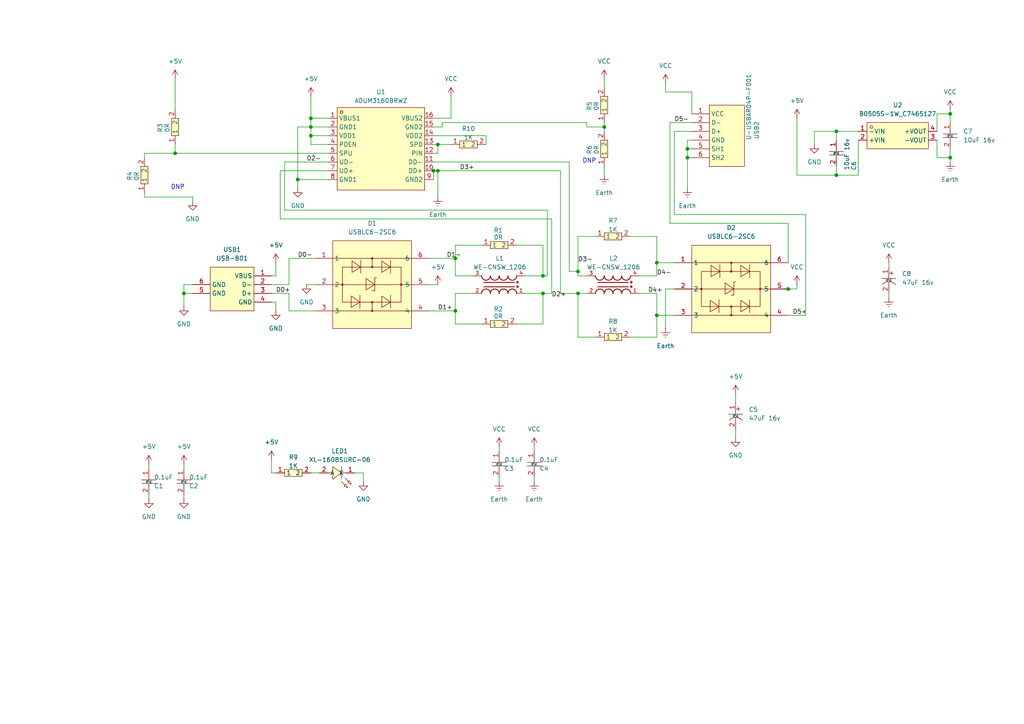
<source format=kicad_sch>
(kicad_sch
	(version 20250114)
	(generator "eeschema")
	(generator_version "9.0")
	(uuid "9587c1a9-57ed-401b-9d68-2aa83e719326")
	(paper "A4")
	(title_block
		(date "2025-03-14")
	)
	(lib_symbols
		(symbol "EasyEDA:ADUM3160BRWZ"
			(exclude_from_sim no)
			(in_bom yes)
			(on_board yes)
			(property "Reference" "U"
				(at 0 13.97 0)
				(effects
					(font
						(size 1.27 1.27)
					)
				)
			)
			(property "Value" "ADUM3160BRWZ"
				(at 0 -13.97 0)
				(effects
					(font
						(size 1.27 1.27)
					)
				)
			)
			(property "Footprint" "EasyEDA:WSOIC-16_L10.3-W7.5-P1.27-LS10.3-BL"
				(at 0 -16.51 0)
				(effects
					(font
						(size 1.27 1.27)
					)
					(hide yes)
				)
			)
			(property "Datasheet" "https://lcsc.com/product-detail/USB_ADI_ADUM3160BRWZ_ADUM3160BRWZ_C108501.html"
				(at 0 -19.05 0)
				(effects
					(font
						(size 1.27 1.27)
					)
					(hide yes)
				)
			)
			(property "Description" ""
				(at 0 0 0)
				(effects
					(font
						(size 1.27 1.27)
					)
					(hide yes)
				)
			)
			(property "LCSC Part" "C108501"
				(at 0 -21.59 0)
				(effects
					(font
						(size 1.27 1.27)
					)
					(hide yes)
				)
			)
			(symbol "ADUM3160BRWZ_0_1"
				(rectangle
					(start -12.7 11.94)
					(end 12.7 -11.94)
					(stroke
						(width 0)
						(type default)
					)
					(fill
						(type background)
					)
				)
				(circle
					(center -11.43 10.67)
					(radius 0.38)
					(stroke
						(width 0)
						(type default)
					)
					(fill
						(type none)
					)
				)
				(circle
					(center -11.43 10.67)
					(radius 0.38)
					(stroke
						(width 0)
						(type default)
					)
					(fill
						(type none)
					)
				)
				(pin unspecified line
					(at -15.24 8.89 0)
					(length 2.54)
					(name "VBUS1"
						(effects
							(font
								(size 1.27 1.27)
							)
						)
					)
					(number "1"
						(effects
							(font
								(size 1.27 1.27)
							)
						)
					)
				)
				(pin unspecified line
					(at -15.24 6.35 0)
					(length 2.54)
					(name "GND1"
						(effects
							(font
								(size 1.27 1.27)
							)
						)
					)
					(number "2"
						(effects
							(font
								(size 1.27 1.27)
							)
						)
					)
				)
				(pin unspecified line
					(at -15.24 3.81 0)
					(length 2.54)
					(name "VDD1"
						(effects
							(font
								(size 1.27 1.27)
							)
						)
					)
					(number "3"
						(effects
							(font
								(size 1.27 1.27)
							)
						)
					)
				)
				(pin unspecified line
					(at -15.24 1.27 0)
					(length 2.54)
					(name "PDEN"
						(effects
							(font
								(size 1.27 1.27)
							)
						)
					)
					(number "4"
						(effects
							(font
								(size 1.27 1.27)
							)
						)
					)
				)
				(pin unspecified line
					(at -15.24 -1.27 0)
					(length 2.54)
					(name "SPU"
						(effects
							(font
								(size 1.27 1.27)
							)
						)
					)
					(number "5"
						(effects
							(font
								(size 1.27 1.27)
							)
						)
					)
				)
				(pin unspecified line
					(at -15.24 -3.81 0)
					(length 2.54)
					(name "UD-"
						(effects
							(font
								(size 1.27 1.27)
							)
						)
					)
					(number "6"
						(effects
							(font
								(size 1.27 1.27)
							)
						)
					)
				)
				(pin unspecified line
					(at -15.24 -6.35 0)
					(length 2.54)
					(name "UD+"
						(effects
							(font
								(size 1.27 1.27)
							)
						)
					)
					(number "7"
						(effects
							(font
								(size 1.27 1.27)
							)
						)
					)
				)
				(pin unspecified line
					(at -15.24 -8.89 0)
					(length 2.54)
					(name "GND1"
						(effects
							(font
								(size 1.27 1.27)
							)
						)
					)
					(number "8"
						(effects
							(font
								(size 1.27 1.27)
							)
						)
					)
				)
				(pin unspecified line
					(at 15.24 8.89 180)
					(length 2.54)
					(name "VBUS2"
						(effects
							(font
								(size 1.27 1.27)
							)
						)
					)
					(number "16"
						(effects
							(font
								(size 1.27 1.27)
							)
						)
					)
				)
				(pin unspecified line
					(at 15.24 6.35 180)
					(length 2.54)
					(name "GND2"
						(effects
							(font
								(size 1.27 1.27)
							)
						)
					)
					(number "15"
						(effects
							(font
								(size 1.27 1.27)
							)
						)
					)
				)
				(pin unspecified line
					(at 15.24 3.81 180)
					(length 2.54)
					(name "VDD2"
						(effects
							(font
								(size 1.27 1.27)
							)
						)
					)
					(number "14"
						(effects
							(font
								(size 1.27 1.27)
							)
						)
					)
				)
				(pin unspecified line
					(at 15.24 1.27 180)
					(length 2.54)
					(name "SPD"
						(effects
							(font
								(size 1.27 1.27)
							)
						)
					)
					(number "13"
						(effects
							(font
								(size 1.27 1.27)
							)
						)
					)
				)
				(pin unspecified line
					(at 15.24 -1.27 180)
					(length 2.54)
					(name "PIN"
						(effects
							(font
								(size 1.27 1.27)
							)
						)
					)
					(number "12"
						(effects
							(font
								(size 1.27 1.27)
							)
						)
					)
				)
				(pin unspecified line
					(at 15.24 -3.81 180)
					(length 2.54)
					(name "DD-"
						(effects
							(font
								(size 1.27 1.27)
							)
						)
					)
					(number "11"
						(effects
							(font
								(size 1.27 1.27)
							)
						)
					)
				)
				(pin unspecified line
					(at 15.24 -6.35 180)
					(length 2.54)
					(name "DD+"
						(effects
							(font
								(size 1.27 1.27)
							)
						)
					)
					(number "10"
						(effects
							(font
								(size 1.27 1.27)
							)
						)
					)
				)
				(pin unspecified line
					(at 15.24 -8.89 180)
					(length 2.54)
					(name "GND2"
						(effects
							(font
								(size 1.27 1.27)
							)
						)
					)
					(number "9"
						(effects
							(font
								(size 1.27 1.27)
							)
						)
					)
				)
			)
			(embedded_fonts no)
		)
		(symbol "EasyEDA:B0505S-1W_C7465127"
			(exclude_from_sim no)
			(in_bom yes)
			(on_board yes)
			(property "Reference" "U"
				(at 0 6.35 0)
				(effects
					(font
						(size 1.27 1.27)
					)
				)
			)
			(property "Value" "B0505S-1W_C7465127"
				(at 0 -6.35 0)
				(effects
					(font
						(size 1.27 1.27)
					)
				)
			)
			(property "Footprint" "EasyEDA:PWRM-TH_B0505S-1W"
				(at 0 -8.89 0)
				(effects
					(font
						(size 1.27 1.27)
					)
					(hide yes)
				)
			)
			(property "Datasheet" ""
				(at 0 0 0)
				(effects
					(font
						(size 1.27 1.27)
					)
					(hide yes)
				)
			)
			(property "Description" ""
				(at 0 0 0)
				(effects
					(font
						(size 1.27 1.27)
					)
					(hide yes)
				)
			)
			(property "LCSC Part" "C7465127"
				(at 0 -11.43 0)
				(effects
					(font
						(size 1.27 1.27)
					)
					(hide yes)
				)
			)
			(symbol "B0505S-1W_C7465127_0_1"
				(rectangle
					(start -8.89 3.81)
					(end 8.89 -3.81)
					(stroke
						(width 0)
						(type default)
					)
					(fill
						(type background)
					)
				)
				(circle
					(center -7.62 2.54)
					(radius 0.38)
					(stroke
						(width 0)
						(type default)
					)
					(fill
						(type none)
					)
				)
				(pin unspecified line
					(at -11.43 1.27 0)
					(length 2.54)
					(name "-VIN"
						(effects
							(font
								(size 1.27 1.27)
							)
						)
					)
					(number "1"
						(effects
							(font
								(size 1.27 1.27)
							)
						)
					)
				)
				(pin unspecified line
					(at -11.43 -1.27 0)
					(length 2.54)
					(name "+VIN"
						(effects
							(font
								(size 1.27 1.27)
							)
						)
					)
					(number "2"
						(effects
							(font
								(size 1.27 1.27)
							)
						)
					)
				)
				(pin unspecified line
					(at 11.43 1.27 180)
					(length 2.54)
					(name "+VOUT"
						(effects
							(font
								(size 1.27 1.27)
							)
						)
					)
					(number "4"
						(effects
							(font
								(size 1.27 1.27)
							)
						)
					)
				)
				(pin unspecified line
					(at 11.43 -1.27 180)
					(length 2.54)
					(name "-VOUT"
						(effects
							(font
								(size 1.27 1.27)
							)
						)
					)
					(number "3"
						(effects
							(font
								(size 1.27 1.27)
							)
						)
					)
				)
			)
			(embedded_fonts no)
		)
		(symbol "EasyEDA:CL10B104KO8NNNC"
			(exclude_from_sim no)
			(in_bom yes)
			(on_board yes)
			(property "Reference" "C"
				(at 0 5.08 0)
				(effects
					(font
						(size 1.27 1.27)
					)
				)
			)
			(property "Value" "CL10B104KO8NNNC"
				(at 0 -5.08 0)
				(effects
					(font
						(size 1.27 1.27)
					)
				)
			)
			(property "Footprint" "EasyEDA:C0603"
				(at 0 -7.62 0)
				(effects
					(font
						(size 1.27 1.27)
					)
					(hide yes)
				)
			)
			(property "Datasheet" "https://lcsc.com/product-detail/Multilayer-Ceramic-Capacitors-MLCC-SMD-SMT_SAMSUNG_CL10B104KO8NNNC_100nF-104-10-16V_C66501.html"
				(at 0 -10.16 0)
				(effects
					(font
						(size 1.27 1.27)
					)
					(hide yes)
				)
			)
			(property "Description" ""
				(at 0 0 0)
				(effects
					(font
						(size 1.27 1.27)
					)
					(hide yes)
				)
			)
			(property "LCSC Part" "C66501"
				(at 0 -12.7 0)
				(effects
					(font
						(size 1.27 1.27)
					)
					(hide yes)
				)
			)
			(symbol "CL10B104KO8NNNC_0_1"
				(polyline
					(pts
						(xy -1.27 0) (xy -0.51 0)
					)
					(stroke
						(width 0)
						(type default)
					)
					(fill
						(type none)
					)
				)
				(polyline
					(pts
						(xy -0.51 2.03) (xy -0.51 -2.03)
					)
					(stroke
						(width 0)
						(type default)
					)
					(fill
						(type none)
					)
				)
				(polyline
					(pts
						(xy 0.51 2.03) (xy 0.51 -2.03)
					)
					(stroke
						(width 0)
						(type default)
					)
					(fill
						(type none)
					)
				)
				(polyline
					(pts
						(xy 0.51 0) (xy 1.27 0)
					)
					(stroke
						(width 0)
						(type default)
					)
					(fill
						(type none)
					)
				)
				(pin input line
					(at -3.81 0 0)
					(length 2.54)
					(name "1"
						(effects
							(font
								(size 1.27 1.27)
							)
						)
					)
					(number "1"
						(effects
							(font
								(size 1.27 1.27)
							)
						)
					)
				)
				(pin input line
					(at 3.81 0 180)
					(length 2.54)
					(name "2"
						(effects
							(font
								(size 1.27 1.27)
							)
						)
					)
					(number "2"
						(effects
							(font
								(size 1.27 1.27)
							)
						)
					)
				)
			)
			(embedded_fonts no)
		)
		(symbol "EasyEDA:CL21A106KOQNNNE"
			(exclude_from_sim no)
			(in_bom yes)
			(on_board yes)
			(property "Reference" "C"
				(at 0 5.08 0)
				(effects
					(font
						(size 1.27 1.27)
					)
				)
			)
			(property "Value" "CL21A106KOQNNNE"
				(at 0 -5.08 0)
				(effects
					(font
						(size 1.27 1.27)
					)
				)
			)
			(property "Footprint" "EasyEDA:C0805"
				(at 0 -7.62 0)
				(effects
					(font
						(size 1.27 1.27)
					)
					(hide yes)
				)
			)
			(property "Datasheet" "https://lcsc.com/product-detail/Multilayer-Ceramic-Capacitors-MLCC-SMD-SMT_SAMSUNG_CL21A106KOQNNNE_10uF-106-10-16V_C1713.html"
				(at 0 -10.16 0)
				(effects
					(font
						(size 1.27 1.27)
					)
					(hide yes)
				)
			)
			(property "Description" ""
				(at 0 0 0)
				(effects
					(font
						(size 1.27 1.27)
					)
					(hide yes)
				)
			)
			(property "LCSC Part" "C1713"
				(at 0 -12.7 0)
				(effects
					(font
						(size 1.27 1.27)
					)
					(hide yes)
				)
			)
			(symbol "CL21A106KOQNNNE_0_1"
				(polyline
					(pts
						(xy -1.27 0) (xy -0.51 0)
					)
					(stroke
						(width 0)
						(type default)
					)
					(fill
						(type none)
					)
				)
				(polyline
					(pts
						(xy -0.51 2.03) (xy -0.51 -2.03)
					)
					(stroke
						(width 0)
						(type default)
					)
					(fill
						(type none)
					)
				)
				(polyline
					(pts
						(xy 0.51 2.03) (xy 0.51 -2.03)
					)
					(stroke
						(width 0)
						(type default)
					)
					(fill
						(type none)
					)
				)
				(polyline
					(pts
						(xy 0.51 0) (xy 1.27 0)
					)
					(stroke
						(width 0)
						(type default)
					)
					(fill
						(type none)
					)
				)
				(pin input line
					(at -3.81 0 0)
					(length 2.54)
					(name "1"
						(effects
							(font
								(size 1.27 1.27)
							)
						)
					)
					(number "1"
						(effects
							(font
								(size 1.27 1.27)
							)
						)
					)
				)
				(pin input line
					(at 3.81 0 180)
					(length 2.54)
					(name "2"
						(effects
							(font
								(size 1.27 1.27)
							)
						)
					)
					(number "2"
						(effects
							(font
								(size 1.27 1.27)
							)
						)
					)
				)
			)
			(embedded_fonts no)
		)
		(symbol "EasyEDA:RC0603FR-071KL"
			(exclude_from_sim no)
			(in_bom yes)
			(on_board yes)
			(property "Reference" "R"
				(at 0 5.08 0)
				(effects
					(font
						(size 1.27 1.27)
					)
				)
			)
			(property "Value" "RC0603FR-071KL"
				(at 0 -5.08 0)
				(effects
					(font
						(size 1.27 1.27)
					)
				)
			)
			(property "Footprint" "EasyEDA:R0603"
				(at 0 -7.62 0)
				(effects
					(font
						(size 1.27 1.27)
					)
					(hide yes)
				)
			)
			(property "Datasheet" "https://lcsc.com/product-detail/Chip-Resistor-Surface-Mount_1KR-1001-1_C22548.html"
				(at 0 -10.16 0)
				(effects
					(font
						(size 1.27 1.27)
					)
					(hide yes)
				)
			)
			(property "Description" ""
				(at 0 0 0)
				(effects
					(font
						(size 1.27 1.27)
					)
					(hide yes)
				)
			)
			(property "LCSC Part" "C22548"
				(at 0 -12.7 0)
				(effects
					(font
						(size 1.27 1.27)
					)
					(hide yes)
				)
			)
			(symbol "RC0603FR-071KL_0_1"
				(rectangle
					(start -2.54 1.02)
					(end 2.54 -1.02)
					(stroke
						(width 0)
						(type default)
					)
					(fill
						(type background)
					)
				)
				(pin input line
					(at -5.08 0 0)
					(length 2.54)
					(name "1"
						(effects
							(font
								(size 1.27 1.27)
							)
						)
					)
					(number "1"
						(effects
							(font
								(size 1.27 1.27)
							)
						)
					)
				)
				(pin input line
					(at 5.08 0 180)
					(length 2.54)
					(name "2"
						(effects
							(font
								(size 1.27 1.27)
							)
						)
					)
					(number "2"
						(effects
							(font
								(size 1.27 1.27)
							)
						)
					)
				)
			)
			(embedded_fonts no)
		)
		(symbol "EasyEDA:RC0603JR-070RL"
			(exclude_from_sim no)
			(in_bom yes)
			(on_board yes)
			(property "Reference" "R"
				(at 0 5.08 0)
				(effects
					(font
						(size 1.27 1.27)
					)
				)
			)
			(property "Value" "RC0603JR-070RL"
				(at 0 -5.08 0)
				(effects
					(font
						(size 1.27 1.27)
					)
				)
			)
			(property "Footprint" "EasyEDA:R0603"
				(at 0 -7.62 0)
				(effects
					(font
						(size 1.27 1.27)
					)
					(hide yes)
				)
			)
			(property "Datasheet" "https://lcsc.com/product-detail/Chip-Resistor-Surface-Mount_0R-0R-5_C95177.html"
				(at 0 -10.16 0)
				(effects
					(font
						(size 1.27 1.27)
					)
					(hide yes)
				)
			)
			(property "Description" ""
				(at 0 0 0)
				(effects
					(font
						(size 1.27 1.27)
					)
					(hide yes)
				)
			)
			(property "LCSC Part" "C95177"
				(at 0 -12.7 0)
				(effects
					(font
						(size 1.27 1.27)
					)
					(hide yes)
				)
			)
			(symbol "RC0603JR-070RL_0_1"
				(rectangle
					(start -2.54 1.02)
					(end 2.54 -1.02)
					(stroke
						(width 0)
						(type default)
					)
					(fill
						(type background)
					)
				)
				(pin input line
					(at -5.08 0 0)
					(length 2.54)
					(name "1"
						(effects
							(font
								(size 1.27 1.27)
							)
						)
					)
					(number "1"
						(effects
							(font
								(size 1.27 1.27)
							)
						)
					)
				)
				(pin input line
					(at 5.08 0 180)
					(length 2.54)
					(name "2"
						(effects
							(font
								(size 1.27 1.27)
							)
						)
					)
					(number "2"
						(effects
							(font
								(size 1.27 1.27)
							)
						)
					)
				)
			)
			(embedded_fonts no)
		)
		(symbol "EasyEDA:RVT1C470M0505"
			(exclude_from_sim no)
			(in_bom yes)
			(on_board yes)
			(property "Reference" "C"
				(at 0 8.89 0)
				(effects
					(font
						(size 1.27 1.27)
					)
				)
			)
			(property "Value" "RVT1C470M0505"
				(at 0 -8.89 0)
				(effects
					(font
						(size 1.27 1.27)
					)
				)
			)
			(property "Footprint" "EasyEDA:CAP-SMD_BD5.0-L5.3-W5.3-LS6.3-FD"
				(at 0 -11.43 0)
				(effects
					(font
						(size 1.27 1.27)
					)
					(hide yes)
				)
			)
			(property "Datasheet" "https://lcsc.com/product-detail/Aluminum-Electrolytic-Capacitors-SMD_47UF-16V-20_C72515.html"
				(at 0 -13.97 0)
				(effects
					(font
						(size 1.27 1.27)
					)
					(hide yes)
				)
			)
			(property "Description" ""
				(at 0 0 0)
				(effects
					(font
						(size 1.27 1.27)
					)
					(hide yes)
				)
			)
			(property "LCSC Part" "C72515"
				(at 0 -16.51 0)
				(effects
					(font
						(size 1.27 1.27)
					)
					(hide yes)
				)
			)
			(symbol "RVT1C470M0505_0_1"
				(polyline
					(pts
						(xy 0 1.27) (xy 0 0.51)
					)
					(stroke
						(width 0)
						(type default)
					)
					(fill
						(type none)
					)
				)
				(polyline
					(pts
						(xy 0 -0.51) (xy 0 -1.27)
					)
					(stroke
						(width 0)
						(type default)
					)
					(fill
						(type none)
					)
				)
				(arc
					(start -1.83 -1.21)
					(mid 0.0877 -0.3958)
					(end 1.95 -1.33)
					(stroke
						(width 0)
						(type default)
					)
					(fill
						(type none)
					)
				)
				(polyline
					(pts
						(xy 0.76 2.54) (xy 0.76 1.52)
					)
					(stroke
						(width 0)
						(type default)
					)
					(fill
						(type none)
					)
				)
				(polyline
					(pts
						(xy 1.27 2.03) (xy 0.25 2.03)
					)
					(stroke
						(width 0)
						(type default)
					)
					(fill
						(type none)
					)
				)
				(polyline
					(pts
						(xy 2.03 0.51) (xy -2.03 0.51)
					)
					(stroke
						(width 0)
						(type default)
					)
					(fill
						(type none)
					)
				)
				(pin input line
					(at 0 3.81 270)
					(length 2.54)
					(name "1"
						(effects
							(font
								(size 1.27 1.27)
							)
						)
					)
					(number "1"
						(effects
							(font
								(size 1.27 1.27)
							)
						)
					)
				)
				(pin input line
					(at 0 -3.81 90)
					(length 2.54)
					(name "2"
						(effects
							(font
								(size 1.27 1.27)
							)
						)
					)
					(number "2"
						(effects
							(font
								(size 1.27 1.27)
							)
						)
					)
				)
			)
			(embedded_fonts no)
		)
		(symbol "EasyEDA:U-USBAR04P-F001"
			(exclude_from_sim no)
			(in_bom yes)
			(on_board yes)
			(property "Reference" "USB"
				(at 0 12.7 0)
				(effects
					(font
						(size 1.27 1.27)
					)
				)
			)
			(property "Value" "U-USBAR04P-F001"
				(at 0 -10.16 0)
				(effects
					(font
						(size 1.27 1.27)
					)
				)
			)
			(property "Footprint" "EasyEDA:USB-A-TH_USB-302-T"
				(at 0 -12.7 0)
				(effects
					(font
						(size 1.27 1.27)
					)
					(hide yes)
				)
			)
			(property "Datasheet" "https://lcsc.com/product-detail/USB-Connectors_Shenzhen-Cankemeng-U-USBAR04P-F001_C386736.html"
				(at 0 -15.24 0)
				(effects
					(font
						(size 1.27 1.27)
					)
					(hide yes)
				)
			)
			(property "Description" ""
				(at 0 0 0)
				(effects
					(font
						(size 1.27 1.27)
					)
					(hide yes)
				)
			)
			(property "LCSC Part" "C386736"
				(at 0 -17.78 0)
				(effects
					(font
						(size 1.27 1.27)
					)
					(hide yes)
				)
			)
			(symbol "U-USBAR04P-F001_0_1"
				(rectangle
					(start -2.54 10.16)
					(end 7.62 -7.62)
					(stroke
						(width 0)
						(type default)
					)
					(fill
						(type background)
					)
				)
				(pin unspecified line
					(at -7.62 7.62 0)
					(length 5.08)
					(name "VCC"
						(effects
							(font
								(size 1.27 1.27)
							)
						)
					)
					(number "1"
						(effects
							(font
								(size 1.27 1.27)
							)
						)
					)
				)
				(pin unspecified line
					(at -7.62 5.08 0)
					(length 5.08)
					(name "D-"
						(effects
							(font
								(size 1.27 1.27)
							)
						)
					)
					(number "2"
						(effects
							(font
								(size 1.27 1.27)
							)
						)
					)
				)
				(pin unspecified line
					(at -7.62 2.54 0)
					(length 5.08)
					(name "D+"
						(effects
							(font
								(size 1.27 1.27)
							)
						)
					)
					(number "3"
						(effects
							(font
								(size 1.27 1.27)
							)
						)
					)
				)
				(pin unspecified line
					(at -7.62 0 0)
					(length 5.08)
					(name "GND"
						(effects
							(font
								(size 1.27 1.27)
							)
						)
					)
					(number "4"
						(effects
							(font
								(size 1.27 1.27)
							)
						)
					)
				)
				(pin unspecified line
					(at -7.62 -2.54 0)
					(length 5.08)
					(name "SH1"
						(effects
							(font
								(size 1.27 1.27)
							)
						)
					)
					(number "5"
						(effects
							(font
								(size 1.27 1.27)
							)
						)
					)
				)
				(pin unspecified line
					(at -7.62 -5.08 0)
					(length 5.08)
					(name "SH2"
						(effects
							(font
								(size 1.27 1.27)
							)
						)
					)
					(number "6"
						(effects
							(font
								(size 1.27 1.27)
							)
						)
					)
				)
			)
			(embedded_fonts no)
		)
		(symbol "EasyEDA:USB-B01"
			(exclude_from_sim no)
			(in_bom yes)
			(on_board yes)
			(property "Reference" "USB"
				(at 0 10.16 0)
				(effects
					(font
						(size 1.27 1.27)
					)
				)
			)
			(property "Value" "USB-B01"
				(at 0 -7.62 0)
				(effects
					(font
						(size 1.27 1.27)
					)
				)
			)
			(property "Footprint" "EasyEDA:USB-B-TH_USB-B01"
				(at 0 -10.16 0)
				(effects
					(font
						(size 1.27 1.27)
					)
					(hide yes)
				)
			)
			(property "Datasheet" "https://lcsc.com/product-detail/New-Arrivals_SOFNG-USB-B01_C498173.html"
				(at 0 -12.7 0)
				(effects
					(font
						(size 1.27 1.27)
					)
					(hide yes)
				)
			)
			(property "Description" ""
				(at 0 0 0)
				(effects
					(font
						(size 1.27 1.27)
					)
					(hide yes)
				)
			)
			(property "LCSC Part" "C498173"
				(at 0 -15.24 0)
				(effects
					(font
						(size 1.27 1.27)
					)
					(hide yes)
				)
			)
			(symbol "USB-B01_0_1"
				(rectangle
					(start -5.08 7.62)
					(end 7.62 -5.08)
					(stroke
						(width 0)
						(type default)
					)
					(fill
						(type background)
					)
				)
				(pin unspecified line
					(at -10.16 5.08 0)
					(length 5.08)
					(name "VBUS"
						(effects
							(font
								(size 1.27 1.27)
							)
						)
					)
					(number "1"
						(effects
							(font
								(size 1.27 1.27)
							)
						)
					)
				)
				(pin unspecified line
					(at -10.16 2.54 0)
					(length 5.08)
					(name "D-"
						(effects
							(font
								(size 1.27 1.27)
							)
						)
					)
					(number "2"
						(effects
							(font
								(size 1.27 1.27)
							)
						)
					)
				)
				(pin unspecified line
					(at -10.16 0 0)
					(length 5.08)
					(name "D+"
						(effects
							(font
								(size 1.27 1.27)
							)
						)
					)
					(number "3"
						(effects
							(font
								(size 1.27 1.27)
							)
						)
					)
				)
				(pin unspecified line
					(at -10.16 -2.54 0)
					(length 5.08)
					(name "GND"
						(effects
							(font
								(size 1.27 1.27)
							)
						)
					)
					(number "4"
						(effects
							(font
								(size 1.27 1.27)
							)
						)
					)
				)
				(pin unspecified line
					(at 12.7 2.54 180)
					(length 5.08)
					(name "GND"
						(effects
							(font
								(size 1.27 1.27)
							)
						)
					)
					(number "6"
						(effects
							(font
								(size 1.27 1.27)
							)
						)
					)
				)
				(pin unspecified line
					(at 12.7 0 180)
					(length 5.08)
					(name "GND"
						(effects
							(font
								(size 1.27 1.27)
							)
						)
					)
					(number "5"
						(effects
							(font
								(size 1.27 1.27)
							)
						)
					)
				)
			)
			(embedded_fonts no)
		)
		(symbol "EasyEDA:USBLC6-2SC6"
			(exclude_from_sim no)
			(in_bom yes)
			(on_board yes)
			(property "Reference" "D"
				(at 0 12.7 0)
				(effects
					(font
						(size 1.27 1.27)
					)
				)
			)
			(property "Value" "USBLC6-2SC6"
				(at 0 -12.7 0)
				(effects
					(font
						(size 1.27 1.27)
					)
				)
			)
			(property "Footprint" "EasyEDA:SOT-23-6_L2.9-W1.6-P0.95-LS2.8-BL"
				(at 0 -15.24 0)
				(effects
					(font
						(size 1.27 1.27)
					)
					(hide yes)
				)
			)
			(property "Datasheet" "https://lcsc.com/product-detail/Diodes-ESD_STMicroelectronics_USBLC6-2SC6_USBLC6-2SC6_C7519.html"
				(at 0 -17.78 0)
				(effects
					(font
						(size 1.27 1.27)
					)
					(hide yes)
				)
			)
			(property "Description" ""
				(at 0 0 0)
				(effects
					(font
						(size 1.27 1.27)
					)
					(hide yes)
				)
			)
			(property "LCSC Part" "C7519"
				(at 0 -20.32 0)
				(effects
					(font
						(size 1.27 1.27)
					)
					(hide yes)
				)
			)
			(symbol "USBLC6-2SC6_0_1"
				(rectangle
					(start -11.43 12.7)
					(end 11.43 -12.7)
					(stroke
						(width 0)
						(type default)
					)
					(fill
						(type background)
					)
				)
				(polyline
					(pts
						(xy -11.43 7.62) (xy 11.43 7.62)
					)
					(stroke
						(width 0)
						(type default)
					)
					(fill
						(type none)
					)
				)
				(polyline
					(pts
						(xy -11.43 0) (xy 11.43 0)
					)
					(stroke
						(width 0)
						(type default)
					)
					(fill
						(type none)
					)
				)
				(polyline
					(pts
						(xy -11.43 -7.62) (xy 11.43 -7.62)
					)
					(stroke
						(width 0)
						(type default)
					)
					(fill
						(type none)
					)
				)
				(circle
					(center -8.64 0)
					(radius 0.25)
					(stroke
						(width 0)
						(type default)
					)
					(fill
						(type none)
					)
				)
				(polyline
					(pts
						(xy -8.64 0) (xy -8.64 5.08) (xy 8.38 5.08) (xy 8.38 -5.08) (xy -8.64 -5.08) (xy -8.64 0)
					)
					(stroke
						(width 0)
						(type default)
					)
					(fill
						(type background)
					)
				)
				(polyline
					(pts
						(xy -6.1 -6.6) (xy -3.56 -5.08) (xy -6.1 -3.3) (xy -6.1 -6.6)
					)
					(stroke
						(width 0)
						(type default)
					)
					(fill
						(type background)
					)
				)
				(polyline
					(pts
						(xy -5.84 3.56) (xy -3.3 5.08) (xy -5.84 6.86) (xy -5.84 3.56)
					)
					(stroke
						(width 0)
						(type default)
					)
					(fill
						(type background)
					)
				)
				(polyline
					(pts
						(xy -3.56 -3.05) (xy -3.56 -3.05) (xy -3.56 -6.86) (xy -3.56 -6.86)
					)
					(stroke
						(width 0)
						(type default)
					)
					(fill
						(type none)
					)
				)
				(polyline
					(pts
						(xy -3.3 7.11) (xy -3.3 7.11) (xy -3.3 3.3) (xy -3.3 3.3)
					)
					(stroke
						(width 0)
						(type default)
					)
					(fill
						(type none)
					)
				)
				(polyline
					(pts
						(xy -1.78 -1.52) (xy 0.76 0) (xy -1.78 1.78) (xy -1.78 -1.52)
					)
					(stroke
						(width 0)
						(type default)
					)
					(fill
						(type background)
					)
				)
				(circle
					(center 0 7.62)
					(radius 0.25)
					(stroke
						(width 0)
						(type default)
					)
					(fill
						(type none)
					)
				)
				(polyline
					(pts
						(xy 0 7.62) (xy 0 5.08)
					)
					(stroke
						(width 0)
						(type default)
					)
					(fill
						(type none)
					)
				)
				(circle
					(center 0 5.08)
					(radius 0.25)
					(stroke
						(width 0)
						(type default)
					)
					(fill
						(type none)
					)
				)
				(circle
					(center 0 -5.08)
					(radius 0.25)
					(stroke
						(width 0)
						(type default)
					)
					(fill
						(type none)
					)
				)
				(polyline
					(pts
						(xy 0 -7.62) (xy 0 -5.08)
					)
					(stroke
						(width 0)
						(type default)
					)
					(fill
						(type none)
					)
				)
				(circle
					(center 0 -7.62)
					(radius 0.25)
					(stroke
						(width 0)
						(type default)
					)
					(fill
						(type none)
					)
				)
				(polyline
					(pts
						(xy 1.27 2.03) (xy 0.76 2.03) (xy 0.76 -1.78) (xy 0 -1.78)
					)
					(stroke
						(width 0)
						(type default)
					)
					(fill
						(type none)
					)
				)
				(polyline
					(pts
						(xy 2.79 3.56) (xy 5.33 5.08) (xy 2.79 6.86) (xy 2.79 3.56)
					)
					(stroke
						(width 0)
						(type default)
					)
					(fill
						(type background)
					)
				)
				(polyline
					(pts
						(xy 2.79 -6.6) (xy 5.33 -5.08) (xy 2.79 -3.3) (xy 2.79 -6.6)
					)
					(stroke
						(width 0)
						(type default)
					)
					(fill
						(type background)
					)
				)
				(polyline
					(pts
						(xy 5.33 7.11) (xy 5.33 7.11) (xy 5.33 3.3) (xy 5.33 3.3)
					)
					(stroke
						(width 0)
						(type default)
					)
					(fill
						(type none)
					)
				)
				(polyline
					(pts
						(xy 5.33 -3.05) (xy 5.33 -3.05) (xy 5.33 -6.86) (xy 5.33 -6.86)
					)
					(stroke
						(width 0)
						(type default)
					)
					(fill
						(type none)
					)
				)
				(circle
					(center 8.38 0)
					(radius 0.25)
					(stroke
						(width 0)
						(type default)
					)
					(fill
						(type none)
					)
				)
				(pin input line
					(at -16.51 7.62 0)
					(length 5.08)
					(name "1"
						(effects
							(font
								(size 1.27 1.27)
							)
						)
					)
					(number "1"
						(effects
							(font
								(size 1.27 1.27)
							)
						)
					)
				)
				(pin input line
					(at -16.51 0 0)
					(length 5.08)
					(name "2"
						(effects
							(font
								(size 1.27 1.27)
							)
						)
					)
					(number "2"
						(effects
							(font
								(size 1.27 1.27)
							)
						)
					)
				)
				(pin input line
					(at -16.51 -7.62 0)
					(length 5.08)
					(name "3"
						(effects
							(font
								(size 1.27 1.27)
							)
						)
					)
					(number "3"
						(effects
							(font
								(size 1.27 1.27)
							)
						)
					)
				)
				(pin input line
					(at 16.51 7.62 180)
					(length 5.08)
					(name "6"
						(effects
							(font
								(size 1.27 1.27)
							)
						)
					)
					(number "6"
						(effects
							(font
								(size 1.27 1.27)
							)
						)
					)
				)
				(pin input line
					(at 16.51 0 180)
					(length 5.08)
					(name "5"
						(effects
							(font
								(size 1.27 1.27)
							)
						)
					)
					(number "5"
						(effects
							(font
								(size 1.27 1.27)
							)
						)
					)
				)
				(pin input line
					(at 16.51 -7.62 180)
					(length 5.08)
					(name "4"
						(effects
							(font
								(size 1.27 1.27)
							)
						)
					)
					(number "4"
						(effects
							(font
								(size 1.27 1.27)
							)
						)
					)
				)
			)
			(embedded_fonts no)
		)
		(symbol "EasyEDA:XL-1608SURC-06"
			(exclude_from_sim no)
			(in_bom yes)
			(on_board yes)
			(property "Reference" "LED"
				(at 0 5.08 0)
				(effects
					(font
						(size 1.27 1.27)
					)
				)
			)
			(property "Value" "XL-1608SURC-06"
				(at 0 -5.08 0)
				(effects
					(font
						(size 1.27 1.27)
					)
				)
			)
			(property "Footprint" "EasyEDA:LED0603-RD_RED"
				(at 0 -7.62 0)
				(effects
					(font
						(size 1.27 1.27)
					)
					(hide yes)
				)
			)
			(property "Datasheet" ""
				(at 0 0 0)
				(effects
					(font
						(size 1.27 1.27)
					)
					(hide yes)
				)
			)
			(property "Description" ""
				(at 0 0 0)
				(effects
					(font
						(size 1.27 1.27)
					)
					(hide yes)
				)
			)
			(property "LCSC Part" "C965799"
				(at 0 -10.16 0)
				(effects
					(font
						(size 1.27 1.27)
					)
					(hide yes)
				)
			)
			(symbol "XL-1608SURC-06_0_1"
				(polyline
					(pts
						(xy -4.06 3.3) (xy -3.05 2.79) (xy -3.56 2.29) (xy -4.06 3.3)
					)
					(stroke
						(width 0)
						(type default)
					)
					(fill
						(type background)
					)
				)
				(polyline
					(pts
						(xy -3.05 4.32) (xy -2.03 3.81) (xy -2.54 3.3) (xy -3.05 4.32)
					)
					(stroke
						(width 0)
						(type default)
					)
					(fill
						(type background)
					)
				)
				(polyline
					(pts
						(xy -2.29 1.52) (xy -3.3 2.54) (xy -2.29 1.52)
					)
					(stroke
						(width 0)
						(type default)
					)
					(fill
						(type background)
					)
				)
				(polyline
					(pts
						(xy -1.27 2.54) (xy -2.29 3.56) (xy -1.27 2.54)
					)
					(stroke
						(width 0)
						(type default)
					)
					(fill
						(type background)
					)
				)
				(polyline
					(pts
						(xy -1.27 1.78) (xy -1.27 -1.78)
					)
					(stroke
						(width 0)
						(type default)
					)
					(fill
						(type none)
					)
				)
				(polyline
					(pts
						(xy -1.27 0) (xy -2.54 0)
					)
					(stroke
						(width 0)
						(type default)
					)
					(fill
						(type none)
					)
				)
				(polyline
					(pts
						(xy 1.27 1.78) (xy -1.27 0) (xy 1.27 -1.78) (xy 1.27 1.78)
					)
					(stroke
						(width 0)
						(type default)
					)
					(fill
						(type background)
					)
				)
				(polyline
					(pts
						(xy 2.54 0) (xy 1.27 0)
					)
					(stroke
						(width 0)
						(type default)
					)
					(fill
						(type none)
					)
				)
				(pin unspecified line
					(at -5.08 0 0)
					(length 2.54)
					(name "K"
						(effects
							(font
								(size 1.27 1.27)
							)
						)
					)
					(number "1"
						(effects
							(font
								(size 1.27 1.27)
							)
						)
					)
				)
				(pin unspecified line
					(at 5.08 0 180)
					(length 2.54)
					(name "A"
						(effects
							(font
								(size 1.27 1.27)
							)
						)
					)
					(number "2"
						(effects
							(font
								(size 1.27 1.27)
							)
						)
					)
				)
			)
			(embedded_fonts no)
		)
		(symbol "Snapeda:WE-CNSW_1206"
			(pin_names
				(offset 1.016)
			)
			(exclude_from_sim no)
			(in_bom yes)
			(on_board yes)
			(property "Reference" "L"
				(at 0 3.302 0)
				(effects
					(font
						(size 1.27 1.27)
					)
					(justify bottom)
				)
			)
			(property "Value" "WE-CNSW_1206"
				(at 0 -5.08 0)
				(effects
					(font
						(size 1.27 1.27)
					)
					(justify bottom)
				)
			)
			(property "Footprint" "Snapeda:WE-CNSW_1206_WE-CNSW_1206"
				(at 0 0 0)
				(effects
					(font
						(size 1.27 1.27)
					)
					(justify bottom)
					(hide yes)
				)
			)
			(property "Datasheet" ""
				(at 0 0 0)
				(effects
					(font
						(size 1.27 1.27)
					)
					(hide yes)
				)
			)
			(property "Description" ""
				(at 0 0 0)
				(effects
					(font
						(size 1.27 1.27)
					)
					(hide yes)
				)
			)
			(property "MF" "Wurth Electronics"
				(at 0 0 0)
				(effects
					(font
						(size 1.27 1.27)
					)
					(justify bottom)
					(hide yes)
				)
			)
			(property "Description_1" "Size 1206; Z = 90 Ω; IR = 370 mA; RDC = 0.3 Ω"
				(at 0 0 0)
				(effects
					(font
						(size 1.27 1.27)
					)
					(justify bottom)
					(hide yes)
				)
			)
			(property "Package" "Horizontal-4 Wurth"
				(at 0 0 0)
				(effects
					(font
						(size 1.27 1.27)
					)
					(justify bottom)
					(hide yes)
				)
			)
			(property "Price" "None"
				(at 0 0 0)
				(effects
					(font
						(size 1.27 1.27)
					)
					(justify bottom)
					(hide yes)
				)
			)
			(property "SnapEDA_Link" "https://www.snapeda.com/parts/744232090/Wurth+Electronics/view-part/?ref=snap"
				(at 0 0 0)
				(effects
					(font
						(size 1.27 1.27)
					)
					(justify bottom)
					(hide yes)
				)
			)
			(property "MP" "744232090"
				(at 0 0 0)
				(effects
					(font
						(size 1.27 1.27)
					)
					(justify bottom)
					(hide yes)
				)
			)
			(property "Availability" "In Stock"
				(at 0 0 0)
				(effects
					(font
						(size 1.27 1.27)
					)
					(justify bottom)
					(hide yes)
				)
			)
			(property "Check_prices" "https://www.snapeda.com/parts/744232090/Wurth+Electronics/view-part/?ref=eda"
				(at 0 0 0)
				(effects
					(font
						(size 1.27 1.27)
					)
					(justify bottom)
					(hide yes)
				)
			)
			(symbol "WE-CNSW_1206_0_0"
				(circle
					(center -5.3 0.7)
					(radius 0.1)
					(stroke
						(width 0.254)
						(type default)
					)
					(fill
						(type none)
					)
				)
				(circle
					(center -5.3 -0.6)
					(radius 0.1)
					(stroke
						(width 0.254)
						(type default)
					)
					(fill
						(type none)
					)
				)
				(polyline
					(pts
						(xy -4.445 0.635) (xy 4.445 0.635)
					)
					(stroke
						(width 0.254)
						(type default)
					)
					(fill
						(type none)
					)
				)
				(polyline
					(pts
						(xy -4.445 -0.635) (xy 4.445 -0.635)
					)
					(stroke
						(width 0.254)
						(type default)
					)
					(fill
						(type none)
					)
				)
				(arc
					(start -2.54 2.54)
					(mid -3.81 1.2755)
					(end -5.08 2.54)
					(stroke
						(width 0.254)
						(type default)
					)
					(fill
						(type none)
					)
				)
				(arc
					(start -5.08 -2.54)
					(mid -3.81 -1.2755)
					(end -2.54 -2.54)
					(stroke
						(width 0.254)
						(type default)
					)
					(fill
						(type none)
					)
				)
				(arc
					(start 0 2.54)
					(mid -1.27 1.2755)
					(end -2.54 2.54)
					(stroke
						(width 0.254)
						(type default)
					)
					(fill
						(type none)
					)
				)
				(arc
					(start -2.54 -2.54)
					(mid -1.27 -1.2755)
					(end 0 -2.54)
					(stroke
						(width 0.254)
						(type default)
					)
					(fill
						(type none)
					)
				)
				(arc
					(start 2.54 2.54)
					(mid 1.27 1.2755)
					(end 0 2.54)
					(stroke
						(width 0.254)
						(type default)
					)
					(fill
						(type none)
					)
				)
				(arc
					(start 0 -2.54)
					(mid 1.27 -1.2755)
					(end 2.54 -2.54)
					(stroke
						(width 0.254)
						(type default)
					)
					(fill
						(type none)
					)
				)
				(arc
					(start 5.08 2.54)
					(mid 3.81 1.2755)
					(end 2.54 2.54)
					(stroke
						(width 0.254)
						(type default)
					)
					(fill
						(type none)
					)
				)
				(arc
					(start 2.54 -2.54)
					(mid 3.81 -1.2755)
					(end 5.08 -2.54)
					(stroke
						(width 0.254)
						(type default)
					)
					(fill
						(type none)
					)
				)
				(pin passive line
					(at -7.62 2.54 0)
					(length 2.54)
					(name "~"
						(effects
							(font
								(size 1.016 1.016)
							)
						)
					)
					(number "4"
						(effects
							(font
								(size 1.016 1.016)
							)
						)
					)
				)
				(pin passive line
					(at -7.62 -2.54 0)
					(length 2.54)
					(name "~"
						(effects
							(font
								(size 1.016 1.016)
							)
						)
					)
					(number "1"
						(effects
							(font
								(size 1.016 1.016)
							)
						)
					)
				)
				(pin passive line
					(at 7.62 2.54 180)
					(length 2.54)
					(name "~"
						(effects
							(font
								(size 1.016 1.016)
							)
						)
					)
					(number "3"
						(effects
							(font
								(size 1.016 1.016)
							)
						)
					)
				)
				(pin passive line
					(at 7.62 -2.54 180)
					(length 2.54)
					(name "~"
						(effects
							(font
								(size 1.016 1.016)
							)
						)
					)
					(number "2"
						(effects
							(font
								(size 1.016 1.016)
							)
						)
					)
				)
			)
			(embedded_fonts no)
		)
		(symbol "power:+5V"
			(power)
			(pin_numbers
				(hide yes)
			)
			(pin_names
				(offset 0)
				(hide yes)
			)
			(exclude_from_sim no)
			(in_bom yes)
			(on_board yes)
			(property "Reference" "#PWR"
				(at 0 -3.81 0)
				(effects
					(font
						(size 1.27 1.27)
					)
					(hide yes)
				)
			)
			(property "Value" "+5V"
				(at 0 3.556 0)
				(effects
					(font
						(size 1.27 1.27)
					)
				)
			)
			(property "Footprint" ""
				(at 0 0 0)
				(effects
					(font
						(size 1.27 1.27)
					)
					(hide yes)
				)
			)
			(property "Datasheet" ""
				(at 0 0 0)
				(effects
					(font
						(size 1.27 1.27)
					)
					(hide yes)
				)
			)
			(property "Description" "Power symbol creates a global label with name \"+5V\""
				(at 0 0 0)
				(effects
					(font
						(size 1.27 1.27)
					)
					(hide yes)
				)
			)
			(property "ki_keywords" "global power"
				(at 0 0 0)
				(effects
					(font
						(size 1.27 1.27)
					)
					(hide yes)
				)
			)
			(symbol "+5V_0_1"
				(polyline
					(pts
						(xy -0.762 1.27) (xy 0 2.54)
					)
					(stroke
						(width 0)
						(type default)
					)
					(fill
						(type none)
					)
				)
				(polyline
					(pts
						(xy 0 2.54) (xy 0.762 1.27)
					)
					(stroke
						(width 0)
						(type default)
					)
					(fill
						(type none)
					)
				)
				(polyline
					(pts
						(xy 0 0) (xy 0 2.54)
					)
					(stroke
						(width 0)
						(type default)
					)
					(fill
						(type none)
					)
				)
			)
			(symbol "+5V_1_1"
				(pin power_in line
					(at 0 0 90)
					(length 0)
					(name "~"
						(effects
							(font
								(size 1.27 1.27)
							)
						)
					)
					(number "1"
						(effects
							(font
								(size 1.27 1.27)
							)
						)
					)
				)
			)
			(embedded_fonts no)
		)
		(symbol "power:Earth"
			(power)
			(pin_numbers
				(hide yes)
			)
			(pin_names
				(offset 0)
				(hide yes)
			)
			(exclude_from_sim no)
			(in_bom yes)
			(on_board yes)
			(property "Reference" "#PWR"
				(at 0 -6.35 0)
				(effects
					(font
						(size 1.27 1.27)
					)
					(hide yes)
				)
			)
			(property "Value" "Earth"
				(at 0 -3.81 0)
				(effects
					(font
						(size 1.27 1.27)
					)
				)
			)
			(property "Footprint" ""
				(at 0 0 0)
				(effects
					(font
						(size 1.27 1.27)
					)
					(hide yes)
				)
			)
			(property "Datasheet" "~"
				(at 0 0 0)
				(effects
					(font
						(size 1.27 1.27)
					)
					(hide yes)
				)
			)
			(property "Description" "Power symbol creates a global label with name \"Earth\""
				(at 0 0 0)
				(effects
					(font
						(size 1.27 1.27)
					)
					(hide yes)
				)
			)
			(property "ki_keywords" "global ground gnd"
				(at 0 0 0)
				(effects
					(font
						(size 1.27 1.27)
					)
					(hide yes)
				)
			)
			(symbol "Earth_0_1"
				(polyline
					(pts
						(xy -0.635 -1.905) (xy 0.635 -1.905)
					)
					(stroke
						(width 0)
						(type default)
					)
					(fill
						(type none)
					)
				)
				(polyline
					(pts
						(xy -0.127 -2.54) (xy 0.127 -2.54)
					)
					(stroke
						(width 0)
						(type default)
					)
					(fill
						(type none)
					)
				)
				(polyline
					(pts
						(xy 0 -1.27) (xy 0 0)
					)
					(stroke
						(width 0)
						(type default)
					)
					(fill
						(type none)
					)
				)
				(polyline
					(pts
						(xy 1.27 -1.27) (xy -1.27 -1.27)
					)
					(stroke
						(width 0)
						(type default)
					)
					(fill
						(type none)
					)
				)
			)
			(symbol "Earth_1_1"
				(pin power_in line
					(at 0 0 270)
					(length 0)
					(name "~"
						(effects
							(font
								(size 1.27 1.27)
							)
						)
					)
					(number "1"
						(effects
							(font
								(size 1.27 1.27)
							)
						)
					)
				)
			)
			(embedded_fonts no)
		)
		(symbol "power:GND"
			(power)
			(pin_numbers
				(hide yes)
			)
			(pin_names
				(offset 0)
				(hide yes)
			)
			(exclude_from_sim no)
			(in_bom yes)
			(on_board yes)
			(property "Reference" "#PWR"
				(at 0 -6.35 0)
				(effects
					(font
						(size 1.27 1.27)
					)
					(hide yes)
				)
			)
			(property "Value" "GND"
				(at 0 -3.81 0)
				(effects
					(font
						(size 1.27 1.27)
					)
				)
			)
			(property "Footprint" ""
				(at 0 0 0)
				(effects
					(font
						(size 1.27 1.27)
					)
					(hide yes)
				)
			)
			(property "Datasheet" ""
				(at 0 0 0)
				(effects
					(font
						(size 1.27 1.27)
					)
					(hide yes)
				)
			)
			(property "Description" "Power symbol creates a global label with name \"GND\" , ground"
				(at 0 0 0)
				(effects
					(font
						(size 1.27 1.27)
					)
					(hide yes)
				)
			)
			(property "ki_keywords" "global power"
				(at 0 0 0)
				(effects
					(font
						(size 1.27 1.27)
					)
					(hide yes)
				)
			)
			(symbol "GND_0_1"
				(polyline
					(pts
						(xy 0 0) (xy 0 -1.27) (xy 1.27 -1.27) (xy 0 -2.54) (xy -1.27 -1.27) (xy 0 -1.27)
					)
					(stroke
						(width 0)
						(type default)
					)
					(fill
						(type none)
					)
				)
			)
			(symbol "GND_1_1"
				(pin power_in line
					(at 0 0 270)
					(length 0)
					(name "~"
						(effects
							(font
								(size 1.27 1.27)
							)
						)
					)
					(number "1"
						(effects
							(font
								(size 1.27 1.27)
							)
						)
					)
				)
			)
			(embedded_fonts no)
		)
		(symbol "power:VCC"
			(power)
			(pin_numbers
				(hide yes)
			)
			(pin_names
				(offset 0)
				(hide yes)
			)
			(exclude_from_sim no)
			(in_bom yes)
			(on_board yes)
			(property "Reference" "#PWR"
				(at 0 -3.81 0)
				(effects
					(font
						(size 1.27 1.27)
					)
					(hide yes)
				)
			)
			(property "Value" "VCC"
				(at 0 3.556 0)
				(effects
					(font
						(size 1.27 1.27)
					)
				)
			)
			(property "Footprint" ""
				(at 0 0 0)
				(effects
					(font
						(size 1.27 1.27)
					)
					(hide yes)
				)
			)
			(property "Datasheet" ""
				(at 0 0 0)
				(effects
					(font
						(size 1.27 1.27)
					)
					(hide yes)
				)
			)
			(property "Description" "Power symbol creates a global label with name \"VCC\""
				(at 0 0 0)
				(effects
					(font
						(size 1.27 1.27)
					)
					(hide yes)
				)
			)
			(property "ki_keywords" "global power"
				(at 0 0 0)
				(effects
					(font
						(size 1.27 1.27)
					)
					(hide yes)
				)
			)
			(symbol "VCC_0_1"
				(polyline
					(pts
						(xy -0.762 1.27) (xy 0 2.54)
					)
					(stroke
						(width 0)
						(type default)
					)
					(fill
						(type none)
					)
				)
				(polyline
					(pts
						(xy 0 2.54) (xy 0.762 1.27)
					)
					(stroke
						(width 0)
						(type default)
					)
					(fill
						(type none)
					)
				)
				(polyline
					(pts
						(xy 0 0) (xy 0 2.54)
					)
					(stroke
						(width 0)
						(type default)
					)
					(fill
						(type none)
					)
				)
			)
			(symbol "VCC_1_1"
				(pin power_in line
					(at 0 0 90)
					(length 0)
					(name "~"
						(effects
							(font
								(size 1.27 1.27)
							)
						)
					)
					(number "1"
						(effects
							(font
								(size 1.27 1.27)
							)
						)
					)
				)
			)
			(embedded_fonts no)
		)
	)
	(text "DNP"
		(exclude_from_sim no)
		(at 51.562 54.356 0)
		(effects
			(font
				(size 1.27 1.27)
			)
		)
		(uuid "22c577e3-722e-44e0-b9cd-8a1ac5ae8934")
	)
	(text "DNP"
		(exclude_from_sim no)
		(at 170.942 46.736 0)
		(effects
			(font
				(size 1.27 1.27)
			)
		)
		(uuid "58961929-e53e-45f5-a8ac-84d8c0e5949b")
	)
	(junction
		(at 127 49.53)
		(diameter 0)
		(color 0 0 0 0)
		(uuid "1c4a5192-ed35-4933-8f25-f022dfe29840")
	)
	(junction
		(at 157.48 85.09)
		(diameter 0)
		(color 0 0 0 0)
		(uuid "24501c3d-2832-487f-b99c-26bf5d3ad209")
	)
	(junction
		(at 86.36 52.07)
		(diameter 0)
		(color 0 0 0 0)
		(uuid "298cde44-0247-4939-9e06-d064ab805ea3")
	)
	(junction
		(at 157.48 80.01)
		(diameter 0)
		(color 0 0 0 0)
		(uuid "29e3dc97-069d-4b26-a757-d196cef3faf3")
	)
	(junction
		(at 275.59 45.72)
		(diameter 0)
		(color 0 0 0 0)
		(uuid "2f52a03a-3c18-4956-934d-ef177ab0b3ab")
	)
	(junction
		(at 190.5 91.44)
		(diameter 0)
		(color 0 0 0 0)
		(uuid "3ac76a78-9c7d-4f5a-9a70-09040ad2ccfb")
	)
	(junction
		(at 190.5 76.2)
		(diameter 0)
		(color 0 0 0 0)
		(uuid "490c014a-c2f6-475d-b276-3300bf90ca54")
	)
	(junction
		(at 228.6 83.82)
		(diameter 0)
		(color 0 0 0 0)
		(uuid "56a4d43a-254f-480d-a511-bda20707ef7e")
	)
	(junction
		(at 242.57 50.8)
		(diameter 0)
		(color 0 0 0 0)
		(uuid "572c714c-d048-4932-ba2b-de919e5edcc2")
	)
	(junction
		(at 50.8 44.45)
		(diameter 0)
		(color 0 0 0 0)
		(uuid "5cf380c4-904a-4cd6-bade-50aee75b6b0b")
	)
	(junction
		(at 242.57 38.1)
		(diameter 0)
		(color 0 0 0 0)
		(uuid "64d18532-bb3d-4020-b8e0-c639188e833b")
	)
	(junction
		(at 90.17 36.83)
		(diameter 0)
		(color 0 0 0 0)
		(uuid "659fa746-8bbc-4db7-8b77-de666594742a")
	)
	(junction
		(at 125.73 49.53)
		(diameter 0)
		(color 0 0 0 0)
		(uuid "75983d47-1ab7-4e45-954c-afb0aed8009b")
	)
	(junction
		(at 53.34 85.09)
		(diameter 0)
		(color 0 0 0 0)
		(uuid "7a2f36a7-7439-484d-89d9-242c2e864e68")
	)
	(junction
		(at 127 41.91)
		(diameter 0)
		(color 0 0 0 0)
		(uuid "7a8f2a73-7c8a-4168-a258-e6d407f7da70")
	)
	(junction
		(at 175.26 36.83)
		(diameter 0)
		(color 0 0 0 0)
		(uuid "7e51dc3f-4513-471a-9f4e-01d35652565c")
	)
	(junction
		(at 199.39 43.18)
		(diameter 0)
		(color 0 0 0 0)
		(uuid "80aad5a0-b6f7-4b61-9065-694a1118eba3")
	)
	(junction
		(at 132.08 74.93)
		(diameter 0)
		(color 0 0 0 0)
		(uuid "84ad2ff7-943c-4e5f-b508-c415f2b4588e")
	)
	(junction
		(at 90.17 39.37)
		(diameter 0)
		(color 0 0 0 0)
		(uuid "95621b32-1013-4b11-8917-4b8a7e5d2e48")
	)
	(junction
		(at 132.08 90.17)
		(diameter 0)
		(color 0 0 0 0)
		(uuid "9886aa6a-b1fd-4193-bff8-f86212f09340")
	)
	(junction
		(at 167.64 85.09)
		(diameter 0)
		(color 0 0 0 0)
		(uuid "ac8a0523-6388-4c50-bed4-77b4763c7f61")
	)
	(junction
		(at 199.39 45.72)
		(diameter 0)
		(color 0 0 0 0)
		(uuid "b4930cb5-5955-4aca-9bc5-8e93e426884a")
	)
	(junction
		(at 167.64 78.74)
		(diameter 0)
		(color 0 0 0 0)
		(uuid "b658f529-4ec7-4288-937c-25debf9bd3a0")
	)
	(junction
		(at 90.17 34.29)
		(diameter 0)
		(color 0 0 0 0)
		(uuid "c93dc3d8-4899-4975-944c-bcd92d19cb0e")
	)
	(junction
		(at 275.59 33.02)
		(diameter 0)
		(color 0 0 0 0)
		(uuid "db4bb758-b365-47a3-b836-30e792cedfa3")
	)
	(wire
		(pts
			(xy 199.39 43.18) (xy 199.39 40.64)
		)
		(stroke
			(width 0)
			(type default)
		)
		(uuid "05388756-3696-4408-855e-e53404d8ff6b")
	)
	(wire
		(pts
			(xy 175.26 50.8) (xy 175.26 48.26)
		)
		(stroke
			(width 0)
			(type default)
		)
		(uuid "059a3e52-930b-49ac-821d-26b0f7b81169")
	)
	(wire
		(pts
			(xy 199.39 45.72) (xy 199.39 43.18)
		)
		(stroke
			(width 0)
			(type default)
		)
		(uuid "059e19cc-3d81-4759-8986-18664291f952")
	)
	(wire
		(pts
			(xy 83.82 85.09) (xy 83.82 90.17)
		)
		(stroke
			(width 0)
			(type default)
		)
		(uuid "09ea0d0b-fe96-45cd-8fe9-e996f5818b8f")
	)
	(wire
		(pts
			(xy 53.34 88.9) (xy 53.34 85.09)
		)
		(stroke
			(width 0)
			(type default)
		)
		(uuid "0c850569-b618-41af-a270-6da631501f34")
	)
	(wire
		(pts
			(xy 271.78 45.72) (xy 271.78 40.64)
		)
		(stroke
			(width 0)
			(type default)
		)
		(uuid "0cde93e3-4131-475b-9760-65d6d6191022")
	)
	(wire
		(pts
			(xy 160.02 63.5) (xy 160.02 85.09)
		)
		(stroke
			(width 0)
			(type default)
		)
		(uuid "0db17f2c-3b91-451a-9436-e7e1219ff911")
	)
	(wire
		(pts
			(xy 78.74 82.55) (xy 83.82 82.55)
		)
		(stroke
			(width 0)
			(type default)
		)
		(uuid "0ea19af6-3e02-4890-889b-34663353861c")
	)
	(wire
		(pts
			(xy 78.74 137.16) (xy 80.01 137.16)
		)
		(stroke
			(width 0)
			(type default)
		)
		(uuid "106c96e0-bf12-493f-a5b5-8feb43dd7419")
	)
	(wire
		(pts
			(xy 157.48 71.12) (xy 157.48 80.01)
		)
		(stroke
			(width 0)
			(type default)
		)
		(uuid "11165457-dcf8-4524-9587-e90ad4ec2953")
	)
	(wire
		(pts
			(xy 139.7 93.98) (xy 132.08 93.98)
		)
		(stroke
			(width 0)
			(type default)
		)
		(uuid "11695b7f-24e0-41f6-b0e0-b6b0833a9305")
	)
	(wire
		(pts
			(xy 193.04 83.82) (xy 195.58 83.82)
		)
		(stroke
			(width 0)
			(type default)
		)
		(uuid "13979e74-a016-485b-93b3-3473fca39d1d")
	)
	(wire
		(pts
			(xy 132.08 90.17) (xy 132.08 85.09)
		)
		(stroke
			(width 0)
			(type default)
		)
		(uuid "182e82bd-cf8d-4c29-9fdb-d2a26c97afa4")
	)
	(wire
		(pts
			(xy 78.74 85.09) (xy 83.82 85.09)
		)
		(stroke
			(width 0)
			(type default)
		)
		(uuid "1887f880-0b46-4d5f-b392-a45de3c3a760")
	)
	(wire
		(pts
			(xy 271.78 33.02) (xy 271.78 38.1)
		)
		(stroke
			(width 0)
			(type default)
		)
		(uuid "18eaea43-c307-4fc7-aeb4-1887fb1c9369")
	)
	(wire
		(pts
			(xy 157.48 85.09) (xy 157.48 93.98)
		)
		(stroke
			(width 0)
			(type default)
		)
		(uuid "199403f1-b880-43d9-b5a4-111a8938b2f2")
	)
	(wire
		(pts
			(xy 275.59 33.02) (xy 271.78 33.02)
		)
		(stroke
			(width 0)
			(type default)
		)
		(uuid "1d5de5d9-bf1a-4a16-aa9f-d6d56505c84c")
	)
	(wire
		(pts
			(xy 53.34 85.09) (xy 53.34 82.55)
		)
		(stroke
			(width 0)
			(type default)
		)
		(uuid "1d9e26b6-d31a-4d6a-a10f-8669d5c6342a")
	)
	(wire
		(pts
			(xy 158.75 80.01) (xy 157.48 80.01)
		)
		(stroke
			(width 0)
			(type default)
		)
		(uuid "2038de0e-5a27-4dd9-a095-7930bcee1f5d")
	)
	(wire
		(pts
			(xy 275.59 43.18) (xy 275.59 45.72)
		)
		(stroke
			(width 0)
			(type default)
		)
		(uuid "20a1372f-33c3-4936-97a0-0de7bbacf0bb")
	)
	(wire
		(pts
			(xy 162.56 49.53) (xy 162.56 85.09)
		)
		(stroke
			(width 0)
			(type default)
		)
		(uuid "2271670f-381e-4203-89c2-e39c42c5e3be")
	)
	(wire
		(pts
			(xy 125.73 49.53) (xy 127 49.53)
		)
		(stroke
			(width 0)
			(type default)
		)
		(uuid "2279919c-5fc9-4b68-86de-959faa8180cd")
	)
	(wire
		(pts
			(xy 132.08 74.93) (xy 132.08 80.01)
		)
		(stroke
			(width 0)
			(type default)
		)
		(uuid "22c9c4b7-def8-4790-8813-b0eb20ca37f7")
	)
	(wire
		(pts
			(xy 90.17 34.29) (xy 95.25 34.29)
		)
		(stroke
			(width 0)
			(type default)
		)
		(uuid "22d9bcd2-19b3-43e4-9998-9a80f902d41e")
	)
	(wire
		(pts
			(xy 144.78 139.7) (xy 144.78 138.43)
		)
		(stroke
			(width 0)
			(type default)
		)
		(uuid "242abdb4-8210-4659-bf8b-f79cfb43d338")
	)
	(wire
		(pts
			(xy 124.46 82.55) (xy 127 82.55)
		)
		(stroke
			(width 0)
			(type default)
		)
		(uuid "2461ba1b-a3ce-477f-a30f-32b25e184d95")
	)
	(wire
		(pts
			(xy 193.04 95.25) (xy 193.04 83.82)
		)
		(stroke
			(width 0)
			(type default)
		)
		(uuid "24a30f5b-8974-43b3-9cc7-2644dde75417")
	)
	(wire
		(pts
			(xy 132.08 80.01) (xy 137.16 80.01)
		)
		(stroke
			(width 0)
			(type default)
		)
		(uuid "257108bd-5a96-4edf-a275-b98f8ed20496")
	)
	(wire
		(pts
			(xy 90.17 39.37) (xy 95.25 39.37)
		)
		(stroke
			(width 0)
			(type default)
		)
		(uuid "27c7ef73-3be1-47a6-8735-ece62422a455")
	)
	(wire
		(pts
			(xy 43.18 144.78) (xy 43.18 143.51)
		)
		(stroke
			(width 0)
			(type default)
		)
		(uuid "2abdda8c-e01a-4c68-af0c-bda8ea787475")
	)
	(wire
		(pts
			(xy 199.39 43.18) (xy 200.66 43.18)
		)
		(stroke
			(width 0)
			(type default)
		)
		(uuid "2cb865a3-a9a7-4edc-b93b-117a8d976743")
	)
	(wire
		(pts
			(xy 182.88 68.58) (xy 190.5 68.58)
		)
		(stroke
			(width 0)
			(type default)
		)
		(uuid "3252429b-14a7-4511-9a5b-9374166d26af")
	)
	(wire
		(pts
			(xy 193.04 24.13) (xy 193.04 26.67)
		)
		(stroke
			(width 0)
			(type default)
		)
		(uuid "32578dd3-174c-4565-a2d8-593493a78ed8")
	)
	(wire
		(pts
			(xy 149.86 93.98) (xy 157.48 93.98)
		)
		(stroke
			(width 0)
			(type default)
		)
		(uuid "3287d7cc-825d-4ef1-9fda-89ac0b6a1670")
	)
	(wire
		(pts
			(xy 182.88 97.79) (xy 190.5 97.79)
		)
		(stroke
			(width 0)
			(type default)
		)
		(uuid "32f69a82-cd65-4823-b946-c68eeee8841b")
	)
	(wire
		(pts
			(xy 190.5 76.2) (xy 195.58 76.2)
		)
		(stroke
			(width 0)
			(type default)
		)
		(uuid "34f0f1bc-b547-4dc0-9605-1c871db55e7a")
	)
	(wire
		(pts
			(xy 248.92 50.8) (xy 248.92 40.64)
		)
		(stroke
			(width 0)
			(type default)
		)
		(uuid "374eaedb-571a-4121-8168-7a47c40130de")
	)
	(wire
		(pts
			(xy 105.41 137.16) (xy 105.41 139.7)
		)
		(stroke
			(width 0)
			(type default)
		)
		(uuid "38cf1156-1e40-43fa-8e3f-7e76aff3b6f8")
	)
	(wire
		(pts
			(xy 125.73 44.45) (xy 127 44.45)
		)
		(stroke
			(width 0)
			(type default)
		)
		(uuid "3aff44da-b1f1-4150-b6b1-5eceec4bbc8a")
	)
	(wire
		(pts
			(xy 132.08 71.12) (xy 132.08 74.93)
		)
		(stroke
			(width 0)
			(type default)
		)
		(uuid "3d597a43-3216-4389-8647-25a7be819f3c")
	)
	(wire
		(pts
			(xy 140.97 39.37) (xy 125.73 39.37)
		)
		(stroke
			(width 0)
			(type default)
		)
		(uuid "3faa93f8-e151-44fc-a0df-4fec72bbe737")
	)
	(wire
		(pts
			(xy 125.73 36.83) (xy 128.27 36.83)
		)
		(stroke
			(width 0)
			(type default)
		)
		(uuid "4062d5cb-ffb5-4602-9c38-7e635fe23bb1")
	)
	(wire
		(pts
			(xy 50.8 31.75) (xy 50.8 22.86)
		)
		(stroke
			(width 0)
			(type default)
		)
		(uuid "40aafc56-cfe7-4a68-b2f7-17cc350d0493")
	)
	(wire
		(pts
			(xy 83.82 74.93) (xy 91.44 74.93)
		)
		(stroke
			(width 0)
			(type default)
		)
		(uuid "412d8db1-8476-473c-942b-515b15b006d1")
	)
	(wire
		(pts
			(xy 132.08 93.98) (xy 132.08 90.17)
		)
		(stroke
			(width 0)
			(type default)
		)
		(uuid "45fe3ca1-8154-4e4b-9d86-abdf2b0bde0e")
	)
	(wire
		(pts
			(xy 83.82 90.17) (xy 91.44 90.17)
		)
		(stroke
			(width 0)
			(type default)
		)
		(uuid "4784fc35-2b02-4d2a-8673-846f3d733c9e")
	)
	(wire
		(pts
			(xy 154.94 139.7) (xy 154.94 138.43)
		)
		(stroke
			(width 0)
			(type default)
		)
		(uuid "4821b46d-44bc-476b-8260-39a941b2ce16")
	)
	(wire
		(pts
			(xy 130.81 34.29) (xy 130.81 27.94)
		)
		(stroke
			(width 0)
			(type default)
		)
		(uuid "483f0c44-f018-4dc8-a55e-1b4b489b6e38")
	)
	(wire
		(pts
			(xy 185.42 80.01) (xy 190.5 80.01)
		)
		(stroke
			(width 0)
			(type default)
		)
		(uuid "489e830c-caef-40ba-a184-b760f9245da5")
	)
	(wire
		(pts
			(xy 86.36 52.07) (xy 95.25 52.07)
		)
		(stroke
			(width 0)
			(type default)
		)
		(uuid "4a6fca97-67be-464b-8cc0-95989faa100a")
	)
	(wire
		(pts
			(xy 95.25 49.53) (xy 81.28 49.53)
		)
		(stroke
			(width 0)
			(type default)
		)
		(uuid "4a86959d-6a0d-46da-96a2-e24d222b8485")
	)
	(wire
		(pts
			(xy 43.18 134.62) (xy 43.18 135.89)
		)
		(stroke
			(width 0)
			(type default)
		)
		(uuid "4e4857e6-d407-49ed-aaa9-59e832ffdf76")
	)
	(wire
		(pts
			(xy 242.57 38.1) (xy 236.22 38.1)
		)
		(stroke
			(width 0)
			(type default)
		)
		(uuid "539144d2-eb2e-47c8-94d6-d5ed7079dd26")
	)
	(wire
		(pts
			(xy 88.9 82.55) (xy 91.44 82.55)
		)
		(stroke
			(width 0)
			(type default)
		)
		(uuid "53f38cee-3171-4066-a58d-6b81a5832868")
	)
	(wire
		(pts
			(xy 78.74 87.63) (xy 80.01 87.63)
		)
		(stroke
			(width 0)
			(type default)
		)
		(uuid "557f9ba4-3d14-4e23-9c28-ce5d54165850")
	)
	(wire
		(pts
			(xy 213.36 124.46) (xy 213.36 127)
		)
		(stroke
			(width 0)
			(type default)
		)
		(uuid "560434ff-d094-4335-8bb4-489ac58ec9f9")
	)
	(wire
		(pts
			(xy 86.36 52.07) (xy 86.36 54.61)
		)
		(stroke
			(width 0)
			(type default)
		)
		(uuid "5696e78f-eadc-4b7f-a1ec-0034de1c4008")
	)
	(wire
		(pts
			(xy 157.48 85.09) (xy 152.4 85.09)
		)
		(stroke
			(width 0)
			(type default)
		)
		(uuid "5a565c14-6eac-47e3-834e-82a6db2a94f4")
	)
	(wire
		(pts
			(xy 172.72 97.79) (xy 167.64 97.79)
		)
		(stroke
			(width 0)
			(type default)
		)
		(uuid "5a5caf25-f003-4bcb-9362-160ffbd970d1")
	)
	(wire
		(pts
			(xy 82.55 46.99) (xy 82.55 60.96)
		)
		(stroke
			(width 0)
			(type default)
		)
		(uuid "5c4b2e55-536b-4020-a675-928bd5434000")
	)
	(wire
		(pts
			(xy 86.36 36.83) (xy 86.36 52.07)
		)
		(stroke
			(width 0)
			(type default)
		)
		(uuid "5e819d17-a81a-4bca-992f-2f0fd538e9a7")
	)
	(wire
		(pts
			(xy 78.74 80.01) (xy 80.01 80.01)
		)
		(stroke
			(width 0)
			(type default)
		)
		(uuid "5f35a473-894e-4bbd-af8d-0ae38783ef2a")
	)
	(wire
		(pts
			(xy 105.41 137.16) (xy 102.87 137.16)
		)
		(stroke
			(width 0)
			(type default)
		)
		(uuid "5fb86c8a-cab1-4a1e-a0c1-e2ff9c5ada31")
	)
	(wire
		(pts
			(xy 158.75 60.96) (xy 158.75 80.01)
		)
		(stroke
			(width 0)
			(type default)
		)
		(uuid "625e792d-9568-498c-a752-1ce9d8c0db70")
	)
	(wire
		(pts
			(xy 41.91 57.15) (xy 55.88 57.15)
		)
		(stroke
			(width 0)
			(type default)
		)
		(uuid "63c4ea56-1e87-4cf0-a554-f29cc8f759ab")
	)
	(wire
		(pts
			(xy 200.66 26.67) (xy 193.04 26.67)
		)
		(stroke
			(width 0)
			(type default)
		)
		(uuid "64bdfd8d-acf8-4c90-934e-83790759131d")
	)
	(wire
		(pts
			(xy 275.59 45.72) (xy 271.78 45.72)
		)
		(stroke
			(width 0)
			(type default)
		)
		(uuid "663dfd7d-6609-45ed-aace-584782af0393")
	)
	(wire
		(pts
			(xy 195.58 38.1) (xy 195.58 62.23)
		)
		(stroke
			(width 0)
			(type default)
		)
		(uuid "67c2a3a3-b983-4eee-aa22-12877b84f050")
	)
	(wire
		(pts
			(xy 55.88 57.15) (xy 55.88 58.42)
		)
		(stroke
			(width 0)
			(type default)
		)
		(uuid "69909795-bee0-4738-b900-002f51b95cdc")
	)
	(wire
		(pts
			(xy 53.34 85.09) (xy 55.88 85.09)
		)
		(stroke
			(width 0)
			(type default)
		)
		(uuid "6a7c9e7f-847c-443f-95fc-7147cfe4ee6d")
	)
	(wire
		(pts
			(xy 152.4 80.01) (xy 157.48 80.01)
		)
		(stroke
			(width 0)
			(type default)
		)
		(uuid "6bbc6da8-1fdd-40af-9b0f-f332c771c908")
	)
	(wire
		(pts
			(xy 95.25 46.99) (xy 82.55 46.99)
		)
		(stroke
			(width 0)
			(type default)
		)
		(uuid "6c3f572d-6b4c-41f0-aa44-32983f710b58")
	)
	(wire
		(pts
			(xy 167.64 85.09) (xy 167.64 97.79)
		)
		(stroke
			(width 0)
			(type default)
		)
		(uuid "6d06320f-5d89-420a-a420-26108da4b757")
	)
	(wire
		(pts
			(xy 242.57 38.1) (xy 242.57 40.64)
		)
		(stroke
			(width 0)
			(type default)
		)
		(uuid "6d57b461-7706-4ff4-9391-947872cd72d1")
	)
	(wire
		(pts
			(xy 200.66 35.56) (xy 194.31 35.56)
		)
		(stroke
			(width 0)
			(type default)
		)
		(uuid "6f337895-fada-4db1-bc3f-4c1978192e95")
	)
	(wire
		(pts
			(xy 124.46 90.17) (xy 132.08 90.17)
		)
		(stroke
			(width 0)
			(type default)
		)
		(uuid "703fcb39-d297-46e7-898c-54a36c14015f")
	)
	(wire
		(pts
			(xy 125.73 41.91) (xy 127 41.91)
		)
		(stroke
			(width 0)
			(type default)
		)
		(uuid "7056e014-60b9-4eac-ae2c-096552a50f42")
	)
	(wire
		(pts
			(xy 190.5 85.09) (xy 190.5 91.44)
		)
		(stroke
			(width 0)
			(type default)
		)
		(uuid "707d1f55-d842-40d9-991e-ff389328eb6c")
	)
	(wire
		(pts
			(xy 170.18 35.56) (xy 170.18 36.83)
		)
		(stroke
			(width 0)
			(type default)
		)
		(uuid "70be4e1e-341c-4195-acc5-fd3d77112199")
	)
	(wire
		(pts
			(xy 233.68 62.23) (xy 233.68 91.44)
		)
		(stroke
			(width 0)
			(type default)
		)
		(uuid "70c18664-c9ef-4d67-b5ca-528f9b6db43e")
	)
	(wire
		(pts
			(xy 175.26 35.56) (xy 175.26 36.83)
		)
		(stroke
			(width 0)
			(type default)
		)
		(uuid "718be6c1-e977-4285-ab8d-4107f772038a")
	)
	(wire
		(pts
			(xy 127 44.45) (xy 127 41.91)
		)
		(stroke
			(width 0)
			(type default)
		)
		(uuid "778ad0e9-d826-4dcd-85a6-07ca8548ddd2")
	)
	(wire
		(pts
			(xy 199.39 45.72) (xy 200.66 45.72)
		)
		(stroke
			(width 0)
			(type default)
		)
		(uuid "797c7cd3-24aa-4e1d-9069-1fec86b6a779")
	)
	(wire
		(pts
			(xy 190.5 68.58) (xy 190.5 76.2)
		)
		(stroke
			(width 0)
			(type default)
		)
		(uuid "7df44c9b-ba98-44d2-8f6d-f5cd0f2b1888")
	)
	(wire
		(pts
			(xy 127 49.53) (xy 127 57.15)
		)
		(stroke
			(width 0)
			(type default)
		)
		(uuid "7e6891bb-9d54-472b-bfa7-d56e9bf7c7e0")
	)
	(wire
		(pts
			(xy 257.81 76.2) (xy 257.81 77.47)
		)
		(stroke
			(width 0)
			(type default)
		)
		(uuid "861a6b86-02be-4c12-afeb-2759156e8610")
	)
	(wire
		(pts
			(xy 167.64 78.74) (xy 167.64 80.01)
		)
		(stroke
			(width 0)
			(type default)
		)
		(uuid "876eae56-c0cd-470c-8267-9a3fffc254c7")
	)
	(wire
		(pts
			(xy 90.17 27.94) (xy 90.17 34.29)
		)
		(stroke
			(width 0)
			(type default)
		)
		(uuid "8c51e675-7c4a-4b57-acd9-54dfa0fe86d8")
	)
	(wire
		(pts
			(xy 41.91 44.45) (xy 50.8 44.45)
		)
		(stroke
			(width 0)
			(type default)
		)
		(uuid "8e9470f5-f3f2-4942-9cd6-515521dcc506")
	)
	(wire
		(pts
			(xy 167.64 68.58) (xy 167.64 78.74)
		)
		(stroke
			(width 0)
			(type default)
		)
		(uuid "90da7d20-423d-4c88-abdb-f5574624864e")
	)
	(wire
		(pts
			(xy 228.6 64.77) (xy 228.6 76.2)
		)
		(stroke
			(width 0)
			(type default)
		)
		(uuid "93296a83-3d7a-46e8-bc3c-23d8cc21cab7")
	)
	(wire
		(pts
			(xy 90.17 41.91) (xy 95.25 41.91)
		)
		(stroke
			(width 0)
			(type default)
		)
		(uuid "940ad957-42dd-420f-825f-de49029a5ec7")
	)
	(wire
		(pts
			(xy 275.59 31.75) (xy 275.59 33.02)
		)
		(stroke
			(width 0)
			(type default)
		)
		(uuid "954088b6-3085-4c0d-bf87-32d4c4c3989c")
	)
	(wire
		(pts
			(xy 90.17 36.83) (xy 86.36 36.83)
		)
		(stroke
			(width 0)
			(type default)
		)
		(uuid "95bfc740-3c24-471d-8d72-70945e074c54")
	)
	(wire
		(pts
			(xy 194.31 64.77) (xy 228.6 64.77)
		)
		(stroke
			(width 0)
			(type default)
		)
		(uuid "961a69e5-1bc6-4f27-b817-09c0e894735a")
	)
	(wire
		(pts
			(xy 139.7 71.12) (xy 132.08 71.12)
		)
		(stroke
			(width 0)
			(type default)
		)
		(uuid "973c24ea-4050-4679-8e2a-88c191d96cb1")
	)
	(wire
		(pts
			(xy 144.78 129.54) (xy 144.78 130.81)
		)
		(stroke
			(width 0)
			(type default)
		)
		(uuid "99be34a0-fb86-4aa4-82af-bf7ddf9e3676")
	)
	(wire
		(pts
			(xy 127 41.91) (xy 130.81 41.91)
		)
		(stroke
			(width 0)
			(type default)
		)
		(uuid "9c666d3d-21fc-482b-ab52-fca24637e185")
	)
	(wire
		(pts
			(xy 80.01 87.63) (xy 80.01 90.17)
		)
		(stroke
			(width 0)
			(type default)
		)
		(uuid "9e87562e-0e7f-42c1-8a9f-8701b91e5459")
	)
	(wire
		(pts
			(xy 165.1 46.99) (xy 165.1 78.74)
		)
		(stroke
			(width 0)
			(type default)
		)
		(uuid "a1141ebb-11b3-4b97-8795-b019fa03720b")
	)
	(wire
		(pts
			(xy 53.34 134.62) (xy 53.34 135.89)
		)
		(stroke
			(width 0)
			(type default)
		)
		(uuid "a248308a-c6ba-4e3e-934d-762e8b693017")
	)
	(wire
		(pts
			(xy 80.01 80.01) (xy 80.01 76.2)
		)
		(stroke
			(width 0)
			(type default)
		)
		(uuid "a26a4d48-904c-4580-89a4-30be01611da9")
	)
	(wire
		(pts
			(xy 81.28 63.5) (xy 160.02 63.5)
		)
		(stroke
			(width 0)
			(type default)
		)
		(uuid "a46b7caf-9bc4-4a3b-b95b-99de0788e0e9")
	)
	(wire
		(pts
			(xy 242.57 50.8) (xy 248.92 50.8)
		)
		(stroke
			(width 0)
			(type default)
		)
		(uuid "a5174f3a-c047-47ce-864f-94b3c895175c")
	)
	(wire
		(pts
			(xy 149.86 71.12) (xy 157.48 71.12)
		)
		(stroke
			(width 0)
			(type default)
		)
		(uuid "a5f6a5b4-6583-4663-974a-472bf9e9e294")
	)
	(wire
		(pts
			(xy 41.91 57.15) (xy 41.91 55.88)
		)
		(stroke
			(width 0)
			(type default)
		)
		(uuid "a60551f4-6e2c-42af-9cd1-2e04f7632cd6")
	)
	(wire
		(pts
			(xy 132.08 85.09) (xy 137.16 85.09)
		)
		(stroke
			(width 0)
			(type default)
		)
		(uuid "a61ee128-e273-4f8d-a38c-86d356a0faad")
	)
	(wire
		(pts
			(xy 172.72 68.58) (xy 167.64 68.58)
		)
		(stroke
			(width 0)
			(type default)
		)
		(uuid "a67a74f2-37aa-475b-9859-73887d542ba2")
	)
	(wire
		(pts
			(xy 83.82 82.55) (xy 83.82 74.93)
		)
		(stroke
			(width 0)
			(type default)
		)
		(uuid "a7fc861c-2d6f-4aa3-b6f2-8942b2c27922")
	)
	(wire
		(pts
			(xy 167.64 80.01) (xy 170.18 80.01)
		)
		(stroke
			(width 0)
			(type default)
		)
		(uuid "ab30eaf7-d9e9-4f53-92d6-c81508d1f0ef")
	)
	(wire
		(pts
			(xy 213.36 114.3) (xy 213.36 116.84)
		)
		(stroke
			(width 0)
			(type default)
		)
		(uuid "adb1a9ea-0a58-4f07-a680-78a479894826")
	)
	(wire
		(pts
			(xy 175.26 22.86) (xy 175.26 25.4)
		)
		(stroke
			(width 0)
			(type default)
		)
		(uuid "aede7911-540e-48d8-93be-8d4e5d0ae653")
	)
	(wire
		(pts
			(xy 81.28 49.53) (xy 81.28 63.5)
		)
		(stroke
			(width 0)
			(type default)
		)
		(uuid "aef5d4cb-0b74-480f-967f-f5aadb2afe89")
	)
	(wire
		(pts
			(xy 127 49.53) (xy 162.56 49.53)
		)
		(stroke
			(width 0)
			(type default)
		)
		(uuid "b0caccc9-e6f3-4cfe-9402-68cfb1536327")
	)
	(wire
		(pts
			(xy 90.17 137.16) (xy 92.71 137.16)
		)
		(stroke
			(width 0)
			(type default)
		)
		(uuid "b1b1da5e-5eb6-4f7a-b7bb-e1988a028f58")
	)
	(wire
		(pts
			(xy 125.73 34.29) (xy 130.81 34.29)
		)
		(stroke
			(width 0)
			(type default)
		)
		(uuid "b3601de0-582f-4373-9491-6d45f3203f20")
	)
	(wire
		(pts
			(xy 128.27 35.56) (xy 128.27 36.83)
		)
		(stroke
			(width 0)
			(type default)
		)
		(uuid "b3d74260-475f-4153-8e56-c67154b0e290")
	)
	(wire
		(pts
			(xy 231.14 83.82) (xy 228.6 83.82)
		)
		(stroke
			(width 0)
			(type default)
		)
		(uuid "b4a1ff2f-864d-4e02-9d5b-6b039547b28d")
	)
	(wire
		(pts
			(xy 231.14 34.29) (xy 231.14 50.8)
		)
		(stroke
			(width 0)
			(type default)
		)
		(uuid "b797bf99-feb5-4b76-99c0-8ba7717d2a85")
	)
	(wire
		(pts
			(xy 140.97 41.91) (xy 140.97 39.37)
		)
		(stroke
			(width 0)
			(type default)
		)
		(uuid "b9472f2b-792a-4376-bc77-a4ed213d5c11")
	)
	(wire
		(pts
			(xy 236.22 38.1) (xy 236.22 41.91)
		)
		(stroke
			(width 0)
			(type default)
		)
		(uuid "ba1065d3-963b-4d57-b34f-3195be55782b")
	)
	(wire
		(pts
			(xy 199.39 40.64) (xy 200.66 40.64)
		)
		(stroke
			(width 0)
			(type default)
		)
		(uuid "bb87f8b8-c3fb-4642-9974-e126134cfa0b")
	)
	(wire
		(pts
			(xy 53.34 82.55) (xy 55.88 82.55)
		)
		(stroke
			(width 0)
			(type default)
		)
		(uuid "be179919-d94d-44b3-af7e-7f322e6148b8")
	)
	(wire
		(pts
			(xy 275.59 45.72) (xy 275.59 46.99)
		)
		(stroke
			(width 0)
			(type default)
		)
		(uuid "be26f3b3-5833-4781-9526-82493b7c00c2")
	)
	(wire
		(pts
			(xy 257.81 85.09) (xy 257.81 86.36)
		)
		(stroke
			(width 0)
			(type default)
		)
		(uuid "c013db34-6619-4887-a84b-afaefef45406")
	)
	(wire
		(pts
			(xy 194.31 35.56) (xy 194.31 64.77)
		)
		(stroke
			(width 0)
			(type default)
		)
		(uuid "c1b4f789-8377-454a-a848-fe806e77fb06")
	)
	(wire
		(pts
			(xy 231.14 50.8) (xy 242.57 50.8)
		)
		(stroke
			(width 0)
			(type default)
		)
		(uuid "c2f680ce-778d-4d7c-be6a-fd471fac9515")
	)
	(wire
		(pts
			(xy 90.17 41.91) (xy 90.17 39.37)
		)
		(stroke
			(width 0)
			(type default)
		)
		(uuid "c866fb02-089a-406a-a809-34292e31763f")
	)
	(wire
		(pts
			(xy 167.64 85.09) (xy 170.18 85.09)
		)
		(stroke
			(width 0)
			(type default)
		)
		(uuid "c9440468-b2ba-437e-8298-fe1e882fc23f")
	)
	(wire
		(pts
			(xy 90.17 34.29) (xy 90.17 36.83)
		)
		(stroke
			(width 0)
			(type default)
		)
		(uuid "cbbd4888-ed84-4cd6-8f37-572e4847510d")
	)
	(wire
		(pts
			(xy 90.17 39.37) (xy 90.17 36.83)
		)
		(stroke
			(width 0)
			(type default)
		)
		(uuid "cbda54a5-4666-4ff5-a81a-05ff0094953e")
	)
	(wire
		(pts
			(xy 231.14 82.55) (xy 231.14 83.82)
		)
		(stroke
			(width 0)
			(type default)
		)
		(uuid "cc8c2110-d195-4dba-a964-6d2af1ff5f86")
	)
	(wire
		(pts
			(xy 124.46 74.93) (xy 132.08 74.93)
		)
		(stroke
			(width 0)
			(type default)
		)
		(uuid "cd100b97-228d-4eb5-9874-49a1c25907d7")
	)
	(wire
		(pts
			(xy 162.56 85.09) (xy 167.64 85.09)
		)
		(stroke
			(width 0)
			(type default)
		)
		(uuid "cd45901c-0a68-4cd6-ac1c-8226c84ab908")
	)
	(wire
		(pts
			(xy 190.5 80.01) (xy 190.5 76.2)
		)
		(stroke
			(width 0)
			(type default)
		)
		(uuid "ce6912a6-93f8-43ee-9763-6ccc1d160ce0")
	)
	(wire
		(pts
			(xy 154.94 129.54) (xy 154.94 130.81)
		)
		(stroke
			(width 0)
			(type default)
		)
		(uuid "cfc4cc9b-8c88-4359-aa76-74f7ee508cc3")
	)
	(wire
		(pts
			(xy 190.5 97.79) (xy 190.5 91.44)
		)
		(stroke
			(width 0)
			(type default)
		)
		(uuid "d0c5140a-ba3e-497d-8f8c-e2eb1f72283c")
	)
	(wire
		(pts
			(xy 228.6 91.44) (xy 233.68 91.44)
		)
		(stroke
			(width 0)
			(type default)
		)
		(uuid "d0dc56a7-0efd-4fc7-9ff5-fae234a28af4")
	)
	(wire
		(pts
			(xy 53.34 144.78) (xy 53.34 143.51)
		)
		(stroke
			(width 0)
			(type default)
		)
		(uuid "d3f0a508-92ac-4f61-b593-740f2082c833")
	)
	(wire
		(pts
			(xy 125.73 46.99) (xy 165.1 46.99)
		)
		(stroke
			(width 0)
			(type default)
		)
		(uuid "d55b4991-ced3-49f3-94ec-6312ce9cd645")
	)
	(wire
		(pts
			(xy 175.26 36.83) (xy 175.26 38.1)
		)
		(stroke
			(width 0)
			(type default)
		)
		(uuid "d70d2daa-10fb-4009-b40a-e5ad8f4d50a8")
	)
	(wire
		(pts
			(xy 200.66 33.02) (xy 200.66 26.67)
		)
		(stroke
			(width 0)
			(type default)
		)
		(uuid "d9e35b1b-1eb9-4c76-859b-79cee372e80e")
	)
	(wire
		(pts
			(xy 195.58 38.1) (xy 200.66 38.1)
		)
		(stroke
			(width 0)
			(type default)
		)
		(uuid "ddcd5ceb-2740-4afb-bf2c-7fdeb05347d0")
	)
	(wire
		(pts
			(xy 190.5 91.44) (xy 195.58 91.44)
		)
		(stroke
			(width 0)
			(type default)
		)
		(uuid "de1f177a-7571-4dc9-ba20-39582c2e8335")
	)
	(wire
		(pts
			(xy 95.25 36.83) (xy 90.17 36.83)
		)
		(stroke
			(width 0)
			(type default)
		)
		(uuid "e05af199-f435-45b2-b01e-f0b3a0d1b631")
	)
	(wire
		(pts
			(xy 95.25 44.45) (xy 50.8 44.45)
		)
		(stroke
			(width 0)
			(type default)
		)
		(uuid "e1fdbbae-153d-4d2c-a109-af48c03894d0")
	)
	(wire
		(pts
			(xy 170.18 35.56) (xy 128.27 35.56)
		)
		(stroke
			(width 0)
			(type default)
		)
		(uuid "e4ce514c-f104-4f1c-bb7e-6b413e619476")
	)
	(wire
		(pts
			(xy 157.48 85.09) (xy 160.02 85.09)
		)
		(stroke
			(width 0)
			(type default)
		)
		(uuid "e4f70438-e6d8-4731-bad0-385229d6b96e")
	)
	(wire
		(pts
			(xy 78.74 133.35) (xy 78.74 137.16)
		)
		(stroke
			(width 0)
			(type default)
		)
		(uuid "e5872ff3-a9ee-4ec1-bd7c-b9724dda723c")
	)
	(wire
		(pts
			(xy 82.55 60.96) (xy 158.75 60.96)
		)
		(stroke
			(width 0)
			(type default)
		)
		(uuid "e78ce7e4-6fa5-4951-b36f-9a5b1d3f627b")
	)
	(wire
		(pts
			(xy 275.59 33.02) (xy 275.59 35.56)
		)
		(stroke
			(width 0)
			(type default)
		)
		(uuid "e7fe178b-0f8e-48e0-b676-2f2e947c8824")
	)
	(wire
		(pts
			(xy 195.58 62.23) (xy 233.68 62.23)
		)
		(stroke
			(width 0)
			(type default)
		)
		(uuid "e9d3027e-09cd-48ec-81b5-b55d50e8fc23")
	)
	(wire
		(pts
			(xy 199.39 54.61) (xy 199.39 45.72)
		)
		(stroke
			(width 0)
			(type default)
		)
		(uuid "ea0a5689-2700-4291-8b95-02bd66245b85")
	)
	(wire
		(pts
			(xy 170.18 36.83) (xy 175.26 36.83)
		)
		(stroke
			(width 0)
			(type default)
		)
		(uuid "eabc2c27-fb05-41df-b8d9-4ffbc0363db7")
	)
	(wire
		(pts
			(xy 248.92 38.1) (xy 242.57 38.1)
		)
		(stroke
			(width 0)
			(type default)
		)
		(uuid "ebc5aea3-9f4f-48e8-a8fe-b9b1ae6ca6d9")
	)
	(wire
		(pts
			(xy 125.73 52.07) (xy 125.73 49.53)
		)
		(stroke
			(width 0)
			(type default)
		)
		(uuid "edf08478-d36a-44d6-b5d9-b88902adc4e6")
	)
	(wire
		(pts
			(xy 165.1 78.74) (xy 167.64 78.74)
		)
		(stroke
			(width 0)
			(type default)
		)
		(uuid "ef1460de-9e82-40d9-8f73-80ab9708e77f")
	)
	(wire
		(pts
			(xy 41.91 44.45) (xy 41.91 45.72)
		)
		(stroke
			(width 0)
			(type default)
		)
		(uuid "ef5fb13d-e2bb-489c-a1e8-fb0a57fca5d0")
	)
	(wire
		(pts
			(xy 242.57 48.26) (xy 242.57 50.8)
		)
		(stroke
			(width 0)
			(type default)
		)
		(uuid "efdbfab9-7337-4c32-9665-977f8c343138")
	)
	(wire
		(pts
			(xy 227.33 83.82) (xy 228.6 83.82)
		)
		(stroke
			(width 0)
			(type default)
		)
		(uuid "f4e3b6d2-6985-4a4e-a8b3-bc05ab94f76e")
	)
	(wire
		(pts
			(xy 185.42 85.09) (xy 190.5 85.09)
		)
		(stroke
			(width 0)
			(type default)
		)
		(uuid "f70131f3-6922-4b00-913c-259243b43669")
	)
	(wire
		(pts
			(xy 50.8 41.91) (xy 50.8 44.45)
		)
		(stroke
			(width 0)
			(type default)
		)
		(uuid "fc999d3e-8a17-4518-920c-903c3ac4ae58")
	)
	(label "D3-"
		(at 167.64 76.2 0)
		(effects
			(font
				(size 1.27 1.27)
			)
			(justify left bottom)
		)
		(uuid "0ccc4cc5-a13e-47ac-9240-9cd1e396e043")
	)
	(label "D4-"
		(at 190.5 80.01 0)
		(effects
			(font
				(size 1.27 1.27)
			)
			(justify left bottom)
		)
		(uuid "0e31df56-ac8d-4bb7-ada3-cd0560ffc166")
	)
	(label "D2+"
		(at 160.02 86.36 0)
		(effects
			(font
				(size 1.27 1.27)
			)
			(justify left bottom)
		)
		(uuid "1146f871-5f0e-463e-8e26-1635af040cb2")
	)
	(label "D5+"
		(at 229.87 91.44 0)
		(effects
			(font
				(size 1.27 1.27)
			)
			(justify left bottom)
		)
		(uuid "18643104-345c-4b07-8eab-b3ecef8bfee0")
	)
	(label "D2-"
		(at 88.9 46.99 0)
		(effects
			(font
				(size 1.27 1.27)
			)
			(justify left bottom)
		)
		(uuid "1d8e1201-ac87-4db0-be8e-2880fb0e6e94")
	)
	(label "D4+"
		(at 187.96 85.09 0)
		(effects
			(font
				(size 1.27 1.27)
			)
			(justify left bottom)
		)
		(uuid "4e06a42b-a0c0-4ceb-9fa7-5b9dea9f2fd5")
	)
	(label "D0+"
		(at 80.01 85.09 0)
		(effects
			(font
				(size 1.27 1.27)
			)
			(justify left bottom)
		)
		(uuid "789d2f79-cb56-4c4e-ab01-a25210cc5044")
	)
	(label "D0-"
		(at 86.36 74.93 0)
		(effects
			(font
				(size 1.27 1.27)
			)
			(justify left bottom)
		)
		(uuid "8ab5ae99-1c25-477a-ad58-57fb875f9880")
	)
	(label "D5-"
		(at 195.58 35.56 0)
		(effects
			(font
				(size 1.27 1.27)
			)
			(justify left bottom)
		)
		(uuid "8c8d8387-66bc-45d4-a564-93ca300aa37b")
	)
	(label "D3+"
		(at 133.35 49.53 0)
		(effects
			(font
				(size 1.27 1.27)
			)
			(justify left bottom)
		)
		(uuid "e30e0fd3-3c66-4d9b-8ab2-f567466d5993")
	)
	(label "D1+"
		(at 127 90.17 0)
		(effects
			(font
				(size 1.27 1.27)
			)
			(justify left bottom)
		)
		(uuid "ebecff4f-1feb-4bfe-82e7-e4c416282f66")
	)
	(label "D1-"
		(at 129.54 74.93 0)
		(effects
			(font
				(size 1.27 1.27)
			)
			(justify left bottom)
		)
		(uuid "fede9ef3-c9a4-45b5-93b1-1caa839efd8b")
	)
	(symbol
		(lib_id "power:VCC")
		(at 275.59 31.75 0)
		(unit 1)
		(exclude_from_sim no)
		(in_bom yes)
		(on_board yes)
		(dnp no)
		(fields_autoplaced yes)
		(uuid "041a552e-96db-4ce1-ae7a-1c059ef039b7")
		(property "Reference" "#PWR018"
			(at 275.59 35.56 0)
			(effects
				(font
					(size 1.27 1.27)
				)
				(hide yes)
			)
		)
		(property "Value" "VCC"
			(at 275.59 26.67 0)
			(effects
				(font
					(size 1.27 1.27)
				)
			)
		)
		(property "Footprint" ""
			(at 275.59 31.75 0)
			(effects
				(font
					(size 1.27 1.27)
				)
				(hide yes)
			)
		)
		(property "Datasheet" ""
			(at 275.59 31.75 0)
			(effects
				(font
					(size 1.27 1.27)
				)
				(hide yes)
			)
		)
		(property "Description" "Power symbol creates a global label with name \"VCC\""
			(at 275.59 31.75 0)
			(effects
				(font
					(size 1.27 1.27)
				)
				(hide yes)
			)
		)
		(pin "1"
			(uuid "35925a8f-bc8d-4fb7-abd9-da9220f43182")
		)
		(instances
			(project ""
				(path "/9587c1a9-57ed-401b-9d68-2aa83e719326"
					(reference "#PWR018")
					(unit 1)
				)
			)
		)
	)
	(symbol
		(lib_id "power:Earth")
		(at 193.04 95.25 0)
		(unit 1)
		(exclude_from_sim no)
		(in_bom yes)
		(on_board yes)
		(dnp no)
		(fields_autoplaced yes)
		(uuid "0740d89c-9783-404c-8b1b-62da2c8a169f")
		(property "Reference" "#PWR021"
			(at 193.04 101.6 0)
			(effects
				(font
					(size 1.27 1.27)
				)
				(hide yes)
			)
		)
		(property "Value" "Earth"
			(at 193.04 100.33 0)
			(effects
				(font
					(size 1.27 1.27)
				)
			)
		)
		(property "Footprint" ""
			(at 193.04 95.25 0)
			(effects
				(font
					(size 1.27 1.27)
				)
				(hide yes)
			)
		)
		(property "Datasheet" "~"
			(at 193.04 95.25 0)
			(effects
				(font
					(size 1.27 1.27)
				)
				(hide yes)
			)
		)
		(property "Description" "Power symbol creates a global label with name \"Earth\""
			(at 193.04 95.25 0)
			(effects
				(font
					(size 1.27 1.27)
				)
				(hide yes)
			)
		)
		(pin "1"
			(uuid "fa88f4c5-cdfa-4c8c-b5d4-4de31fdfe7eb")
		)
		(instances
			(project "Protector USB"
				(path "/9587c1a9-57ed-401b-9d68-2aa83e719326"
					(reference "#PWR021")
					(unit 1)
				)
			)
		)
	)
	(symbol
		(lib_id "EasyEDA:RC0603FR-071KL")
		(at 85.09 137.16 0)
		(unit 1)
		(exclude_from_sim no)
		(in_bom yes)
		(on_board yes)
		(dnp no)
		(uuid "1e018464-c474-4cf4-9d0c-354cbf8660f4")
		(property "Reference" "R9"
			(at 85.09 132.588 0)
			(effects
				(font
					(size 1.27 1.27)
				)
			)
		)
		(property "Value" "1K"
			(at 85.09 135.128 0)
			(effects
				(font
					(size 1.27 1.27)
				)
			)
		)
		(property "Footprint" "EasyEDA:R0603"
			(at 85.09 144.78 0)
			(effects
				(font
					(size 1.27 1.27)
				)
				(hide yes)
			)
		)
		(property "Datasheet" "https://lcsc.com/product-detail/Chip-Resistor-Surface-Mount_1KR-1001-1_C22548.html"
			(at 85.09 147.32 0)
			(effects
				(font
					(size 1.27 1.27)
				)
				(hide yes)
			)
		)
		(property "Description" ""
			(at 85.09 137.16 0)
			(effects
				(font
					(size 1.27 1.27)
				)
				(hide yes)
			)
		)
		(property "LCSC Part" "C22548"
			(at 85.09 149.86 0)
			(effects
				(font
					(size 1.27 1.27)
				)
				(hide yes)
			)
		)
		(pin "1"
			(uuid "5955423b-f17e-418e-8046-6f08008a83f7")
		)
		(pin "2"
			(uuid "ca3c6fc3-68dd-422e-b431-68416581afa4")
		)
		(instances
			(project "Protector USB"
				(path "/9587c1a9-57ed-401b-9d68-2aa83e719326"
					(reference "R9")
					(unit 1)
				)
			)
		)
	)
	(symbol
		(lib_id "power:VCC")
		(at 175.26 22.86 0)
		(unit 1)
		(exclude_from_sim no)
		(in_bom yes)
		(on_board yes)
		(dnp no)
		(fields_autoplaced yes)
		(uuid "22648d9f-861c-4fd2-abc2-024437f9df6f")
		(property "Reference" "#PWR031"
			(at 175.26 26.67 0)
			(effects
				(font
					(size 1.27 1.27)
				)
				(hide yes)
			)
		)
		(property "Value" "VCC"
			(at 175.26 17.78 0)
			(effects
				(font
					(size 1.27 1.27)
				)
			)
		)
		(property "Footprint" ""
			(at 175.26 22.86 0)
			(effects
				(font
					(size 1.27 1.27)
				)
				(hide yes)
			)
		)
		(property "Datasheet" ""
			(at 175.26 22.86 0)
			(effects
				(font
					(size 1.27 1.27)
				)
				(hide yes)
			)
		)
		(property "Description" "Power symbol creates a global label with name \"VCC\""
			(at 175.26 22.86 0)
			(effects
				(font
					(size 1.27 1.27)
				)
				(hide yes)
			)
		)
		(pin "1"
			(uuid "82efd88f-9cee-46c3-a7c3-0418081c087d")
		)
		(instances
			(project "Protector USB"
				(path "/9587c1a9-57ed-401b-9d68-2aa83e719326"
					(reference "#PWR031")
					(unit 1)
				)
			)
		)
	)
	(symbol
		(lib_id "power:VCC")
		(at 154.94 129.54 0)
		(unit 1)
		(exclude_from_sim no)
		(in_bom yes)
		(on_board yes)
		(dnp no)
		(fields_autoplaced yes)
		(uuid "29ec9bd2-4f75-412c-9771-a889c9c687c1")
		(property "Reference" "#PWR025"
			(at 154.94 133.35 0)
			(effects
				(font
					(size 1.27 1.27)
				)
				(hide yes)
			)
		)
		(property "Value" "VCC"
			(at 154.94 124.46 0)
			(effects
				(font
					(size 1.27 1.27)
				)
			)
		)
		(property "Footprint" ""
			(at 154.94 129.54 0)
			(effects
				(font
					(size 1.27 1.27)
				)
				(hide yes)
			)
		)
		(property "Datasheet" ""
			(at 154.94 129.54 0)
			(effects
				(font
					(size 1.27 1.27)
				)
				(hide yes)
			)
		)
		(property "Description" "Power symbol creates a global label with name \"VCC\""
			(at 154.94 129.54 0)
			(effects
				(font
					(size 1.27 1.27)
				)
				(hide yes)
			)
		)
		(pin "1"
			(uuid "3b2f2f6f-4da4-4427-9a4c-b6a110ddf099")
		)
		(instances
			(project "Protector USB"
				(path "/9587c1a9-57ed-401b-9d68-2aa83e719326"
					(reference "#PWR025")
					(unit 1)
				)
			)
		)
	)
	(symbol
		(lib_id "EasyEDA:CL10B104KO8NNNC")
		(at 43.18 139.7 270)
		(unit 1)
		(exclude_from_sim no)
		(in_bom yes)
		(on_board yes)
		(dnp no)
		(uuid "35fd0841-811e-4267-80db-633b015a51f8")
		(property "Reference" "C1"
			(at 44.704 140.97 90)
			(effects
				(font
					(size 1.27 1.27)
				)
				(justify left)
			)
		)
		(property "Value" "0.1uF"
			(at 44.704 138.43 90)
			(effects
				(font
					(size 1.27 1.27)
				)
				(justify left)
			)
		)
		(property "Footprint" "EasyEDA:C0603"
			(at 35.56 139.7 0)
			(effects
				(font
					(size 1.27 1.27)
				)
				(hide yes)
			)
		)
		(property "Datasheet" "https://lcsc.com/product-detail/Multilayer-Ceramic-Capacitors-MLCC-SMD-SMT_SAMSUNG_CL10B104KO8NNNC_100nF-104-10-16V_C66501.html"
			(at 33.02 139.7 0)
			(effects
				(font
					(size 1.27 1.27)
				)
				(hide yes)
			)
		)
		(property "Description" ""
			(at 43.18 139.7 0)
			(effects
				(font
					(size 1.27 1.27)
				)
				(hide yes)
			)
		)
		(property "LCSC Part" "C66501"
			(at 30.48 139.7 0)
			(effects
				(font
					(size 1.27 1.27)
				)
				(hide yes)
			)
		)
		(pin "2"
			(uuid "1724eba3-4668-4dc5-937c-3f989b4728a7")
		)
		(pin "1"
			(uuid "0e76464c-709a-4350-a303-3aaa2a006863")
		)
		(instances
			(project ""
				(path "/9587c1a9-57ed-401b-9d68-2aa83e719326"
					(reference "C1")
					(unit 1)
				)
			)
		)
	)
	(symbol
		(lib_id "Snapeda:WE-CNSW_1206")
		(at 144.78 82.55 0)
		(mirror y)
		(unit 1)
		(exclude_from_sim no)
		(in_bom yes)
		(on_board yes)
		(dnp no)
		(uuid "36677eb5-3504-445d-a825-3c2d6e546337")
		(property "Reference" "L1"
			(at 144.94 74.93 0)
			(effects
				(font
					(size 1.27 1.27)
				)
			)
		)
		(property "Value" "WE-CNSW_1206"
			(at 144.94 77.47 0)
			(effects
				(font
					(size 1.27 1.27)
				)
			)
		)
		(property "Footprint" "Snapeda:WE-CNSW_1206_WE-CNSW_1206"
			(at 144.78 82.55 0)
			(effects
				(font
					(size 1.27 1.27)
				)
				(justify bottom)
				(hide yes)
			)
		)
		(property "Datasheet" ""
			(at 144.78 82.55 0)
			(effects
				(font
					(size 1.27 1.27)
				)
				(hide yes)
			)
		)
		(property "Description" ""
			(at 144.78 82.55 0)
			(effects
				(font
					(size 1.27 1.27)
				)
				(hide yes)
			)
		)
		(property "MF" "Wurth Electronics"
			(at 144.78 82.55 0)
			(effects
				(font
					(size 1.27 1.27)
				)
				(justify bottom)
				(hide yes)
			)
		)
		(property "Description_1" "Size 1206; Z = 90 Ω; IR = 370 mA; RDC = 0.3 Ω"
			(at 144.78 82.55 0)
			(effects
				(font
					(size 1.27 1.27)
				)
				(justify bottom)
				(hide yes)
			)
		)
		(property "Package" "Horizontal-4 Wurth"
			(at 144.78 82.55 0)
			(effects
				(font
					(size 1.27 1.27)
				)
				(justify bottom)
				(hide yes)
			)
		)
		(property "Price" "None"
			(at 144.78 82.55 0)
			(effects
				(font
					(size 1.27 1.27)
				)
				(justify bottom)
				(hide yes)
			)
		)
		(property "SnapEDA_Link" "https://www.snapeda.com/parts/744232090/Wurth+Electronics/view-part/?ref=snap"
			(at 144.78 82.55 0)
			(effects
				(font
					(size 1.27 1.27)
				)
				(justify bottom)
				(hide yes)
			)
		)
		(property "MP" "744232090"
			(at 144.78 82.55 0)
			(effects
				(font
					(size 1.27 1.27)
				)
				(justify bottom)
				(hide yes)
			)
		)
		(property "Availability" "In Stock"
			(at 144.78 82.55 0)
			(effects
				(font
					(size 1.27 1.27)
				)
				(justify bottom)
				(hide yes)
			)
		)
		(property "Check_prices" "https://www.snapeda.com/parts/744232090/Wurth+Electronics/view-part/?ref=eda"
			(at 144.78 82.55 0)
			(effects
				(font
					(size 1.27 1.27)
				)
				(justify bottom)
				(hide yes)
			)
		)
		(pin "4"
			(uuid "398a988f-e68c-4318-8189-8ec94af7e1a2")
		)
		(pin "1"
			(uuid "5fbc216d-f351-41d2-ad6f-337b968ba678")
		)
		(pin "3"
			(uuid "60d47ad0-0c8d-4470-a57a-69ab34dbeee5")
		)
		(pin "2"
			(uuid "87b1ffb6-bc22-4ecb-8267-a7c9640a3299")
		)
		(instances
			(project ""
				(path "/9587c1a9-57ed-401b-9d68-2aa83e719326"
					(reference "L1")
					(unit 1)
				)
			)
		)
	)
	(symbol
		(lib_id "power:GND")
		(at 80.01 90.17 0)
		(unit 1)
		(exclude_from_sim no)
		(in_bom yes)
		(on_board yes)
		(dnp no)
		(fields_autoplaced yes)
		(uuid "3cf76c97-5b61-4bae-833e-39003e817b82")
		(property "Reference" "#PWR04"
			(at 80.01 96.52 0)
			(effects
				(font
					(size 1.27 1.27)
				)
				(hide yes)
			)
		)
		(property "Value" "GND"
			(at 80.01 95.25 0)
			(effects
				(font
					(size 1.27 1.27)
				)
			)
		)
		(property "Footprint" ""
			(at 80.01 90.17 0)
			(effects
				(font
					(size 1.27 1.27)
				)
				(hide yes)
			)
		)
		(property "Datasheet" ""
			(at 80.01 90.17 0)
			(effects
				(font
					(size 1.27 1.27)
				)
				(hide yes)
			)
		)
		(property "Description" "Power symbol creates a global label with name \"GND\" , ground"
			(at 80.01 90.17 0)
			(effects
				(font
					(size 1.27 1.27)
				)
				(hide yes)
			)
		)
		(pin "1"
			(uuid "e35194db-c132-4042-9c27-c77dfefdba31")
		)
		(instances
			(project "Protector USB"
				(path "/9587c1a9-57ed-401b-9d68-2aa83e719326"
					(reference "#PWR04")
					(unit 1)
				)
			)
		)
	)
	(symbol
		(lib_id "EasyEDA:CL10B104KO8NNNC")
		(at 53.34 139.7 270)
		(unit 1)
		(exclude_from_sim no)
		(in_bom yes)
		(on_board yes)
		(dnp no)
		(uuid "44800b09-5de2-4ad2-9133-64a594d17146")
		(property "Reference" "C2"
			(at 54.864 140.97 90)
			(effects
				(font
					(size 1.27 1.27)
				)
				(justify left)
			)
		)
		(property "Value" "0.1uF"
			(at 54.864 138.43 90)
			(effects
				(font
					(size 1.27 1.27)
				)
				(justify left)
			)
		)
		(property "Footprint" "EasyEDA:C0603"
			(at 45.72 139.7 0)
			(effects
				(font
					(size 1.27 1.27)
				)
				(hide yes)
			)
		)
		(property "Datasheet" "https://lcsc.com/product-detail/Multilayer-Ceramic-Capacitors-MLCC-SMD-SMT_SAMSUNG_CL10B104KO8NNNC_100nF-104-10-16V_C66501.html"
			(at 43.18 139.7 0)
			(effects
				(font
					(size 1.27 1.27)
				)
				(hide yes)
			)
		)
		(property "Description" ""
			(at 53.34 139.7 0)
			(effects
				(font
					(size 1.27 1.27)
				)
				(hide yes)
			)
		)
		(property "LCSC Part" "C66501"
			(at 40.64 139.7 0)
			(effects
				(font
					(size 1.27 1.27)
				)
				(hide yes)
			)
		)
		(pin "2"
			(uuid "e9c4115a-4344-4310-a1d3-72df92efcd39")
		)
		(pin "1"
			(uuid "5eab9937-9234-45f2-a63a-124146f7410a")
		)
		(instances
			(project "Protector USB"
				(path "/9587c1a9-57ed-401b-9d68-2aa83e719326"
					(reference "C2")
					(unit 1)
				)
			)
		)
	)
	(symbol
		(lib_id "EasyEDA:ADUM3160BRWZ")
		(at 110.49 43.18 0)
		(unit 1)
		(exclude_from_sim no)
		(in_bom yes)
		(on_board yes)
		(dnp no)
		(fields_autoplaced yes)
		(uuid "4622357e-4341-4be6-96be-f80211b4cf7b")
		(property "Reference" "U1"
			(at 110.49 26.67 0)
			(effects
				(font
					(size 1.27 1.27)
				)
			)
		)
		(property "Value" "ADUM3160BRWZ"
			(at 110.49 29.21 0)
			(effects
				(font
					(size 1.27 1.27)
				)
			)
		)
		(property "Footprint" "EasyEDA:WSOIC-16_L10.3-W7.5-P1.27-LS10.3-BL"
			(at 110.49 59.69 0)
			(effects
				(font
					(size 1.27 1.27)
				)
				(hide yes)
			)
		)
		(property "Datasheet" "https://lcsc.com/product-detail/USB_ADI_ADUM3160BRWZ_ADUM3160BRWZ_C108501.html"
			(at 110.49 62.23 0)
			(effects
				(font
					(size 1.27 1.27)
				)
				(hide yes)
			)
		)
		(property "Description" ""
			(at 110.49 43.18 0)
			(effects
				(font
					(size 1.27 1.27)
				)
				(hide yes)
			)
		)
		(property "LCSC Part" "C108501"
			(at 110.49 64.77 0)
			(effects
				(font
					(size 1.27 1.27)
				)
				(hide yes)
			)
		)
		(pin "7"
			(uuid "869066a1-d2a7-49ea-80dd-342b43a27cce")
		)
		(pin "1"
			(uuid "01f380c2-05d9-4d41-b2b9-d7e2bbe457f5")
		)
		(pin "9"
			(uuid "ddba0e86-4dd6-40ce-a219-162ff9bcc7fb")
		)
		(pin "2"
			(uuid "e26763e6-3f83-405d-8308-5305af93c9f1")
		)
		(pin "11"
			(uuid "5dd18042-46be-4a64-90bc-c9dc1bdfa28c")
		)
		(pin "16"
			(uuid "a74b9882-0ce9-46af-959c-fd0698d5f4ea")
		)
		(pin "12"
			(uuid "47379ef2-5280-4366-b052-1f41aac63a3d")
		)
		(pin "5"
			(uuid "e6422fe1-f531-4b40-947d-ef2bdd25fd83")
		)
		(pin "6"
			(uuid "0feff011-f1e5-4960-8bbc-3a5dc282b38d")
		)
		(pin "13"
			(uuid "2b8277ae-fe06-445e-bad7-e91f08895475")
		)
		(pin "10"
			(uuid "da546fe6-8e20-44c5-b0b0-ce2410e01d6f")
		)
		(pin "4"
			(uuid "809bfb69-dd59-4a3b-ae57-e468dee353db")
		)
		(pin "3"
			(uuid "91414c19-9209-4a85-a894-f06f7c06ca10")
		)
		(pin "15"
			(uuid "38dc6373-7faa-4405-b286-f47d04f2e3b6")
		)
		(pin "14"
			(uuid "c58f04b7-e59a-4c34-83c1-99466f9a878f")
		)
		(pin "8"
			(uuid "85ad3796-f5fb-4476-b093-55e9cb46a67f")
		)
		(instances
			(project ""
				(path "/9587c1a9-57ed-401b-9d68-2aa83e719326"
					(reference "U1")
					(unit 1)
				)
			)
		)
	)
	(symbol
		(lib_id "EasyEDA:RC0603JR-070RL")
		(at 144.78 71.12 0)
		(unit 1)
		(exclude_from_sim no)
		(in_bom yes)
		(on_board yes)
		(dnp no)
		(uuid "46bcad3b-5076-4fd1-b294-581bf1b2678c")
		(property "Reference" "R1"
			(at 144.526 66.802 0)
			(effects
				(font
					(size 1.27 1.27)
				)
			)
		)
		(property "Value" "0R"
			(at 144.526 68.834 0)
			(effects
				(font
					(size 1.27 1.27)
				)
			)
		)
		(property "Footprint" "EasyEDA:R0603"
			(at 144.78 78.74 0)
			(effects
				(font
					(size 1.27 1.27)
				)
				(hide yes)
			)
		)
		(property "Datasheet" "https://lcsc.com/product-detail/Chip-Resistor-Surface-Mount_0R-0R-5_C95177.html"
			(at 144.78 81.28 0)
			(effects
				(font
					(size 1.27 1.27)
				)
				(hide yes)
			)
		)
		(property "Description" ""
			(at 144.78 71.12 0)
			(effects
				(font
					(size 1.27 1.27)
				)
				(hide yes)
			)
		)
		(property "LCSC Part" "C95177"
			(at 144.78 83.82 0)
			(effects
				(font
					(size 1.27 1.27)
				)
				(hide yes)
			)
		)
		(pin "2"
			(uuid "6f6322ef-a856-44ec-96db-dd4826eada46")
		)
		(pin "1"
			(uuid "4eef4309-284d-4521-987c-bd7e7f2d5aa3")
		)
		(instances
			(project ""
				(path "/9587c1a9-57ed-401b-9d68-2aa83e719326"
					(reference "R1")
					(unit 1)
				)
			)
		)
	)
	(symbol
		(lib_id "power:+5V")
		(at 90.17 27.94 0)
		(unit 1)
		(exclude_from_sim no)
		(in_bom yes)
		(on_board yes)
		(dnp no)
		(uuid "46f806cf-5eb7-4adb-84ea-19d4f0e838f2")
		(property "Reference" "#PWR06"
			(at 90.17 31.75 0)
			(effects
				(font
					(size 1.27 1.27)
				)
				(hide yes)
			)
		)
		(property "Value" "+5V"
			(at 90.17 22.86 0)
			(effects
				(font
					(size 1.27 1.27)
				)
			)
		)
		(property "Footprint" ""
			(at 90.17 27.94 0)
			(effects
				(font
					(size 1.27 1.27)
				)
				(hide yes)
			)
		)
		(property "Datasheet" ""
			(at 90.17 27.94 0)
			(effects
				(font
					(size 1.27 1.27)
				)
				(hide yes)
			)
		)
		(property "Description" "Power symbol creates a global label with name \"+5V\""
			(at 90.17 27.94 0)
			(effects
				(font
					(size 1.27 1.27)
				)
				(hide yes)
			)
		)
		(pin "1"
			(uuid "a2f86b25-e871-4f79-8490-d44754d9fc71")
		)
		(instances
			(project "Protector USB"
				(path "/9587c1a9-57ed-401b-9d68-2aa83e719326"
					(reference "#PWR06")
					(unit 1)
				)
			)
		)
	)
	(symbol
		(lib_id "power:+5V")
		(at 127 82.55 0)
		(unit 1)
		(exclude_from_sim no)
		(in_bom yes)
		(on_board yes)
		(dnp no)
		(fields_autoplaced yes)
		(uuid "47429a51-24b1-4a54-8d89-7180c7784740")
		(property "Reference" "#PWR02"
			(at 127 86.36 0)
			(effects
				(font
					(size 1.27 1.27)
				)
				(hide yes)
			)
		)
		(property "Value" "+5V"
			(at 127 77.47 0)
			(effects
				(font
					(size 1.27 1.27)
				)
			)
		)
		(property "Footprint" ""
			(at 127 82.55 0)
			(effects
				(font
					(size 1.27 1.27)
				)
				(hide yes)
			)
		)
		(property "Datasheet" ""
			(at 127 82.55 0)
			(effects
				(font
					(size 1.27 1.27)
				)
				(hide yes)
			)
		)
		(property "Description" "Power symbol creates a global label with name \"+5V\""
			(at 127 82.55 0)
			(effects
				(font
					(size 1.27 1.27)
				)
				(hide yes)
			)
		)
		(pin "1"
			(uuid "3647e7e1-69e8-47e4-be23-63458ba8ae03")
		)
		(instances
			(project ""
				(path "/9587c1a9-57ed-401b-9d68-2aa83e719326"
					(reference "#PWR02")
					(unit 1)
				)
			)
		)
	)
	(symbol
		(lib_id "power:Earth")
		(at 175.26 50.8 0)
		(unit 1)
		(exclude_from_sim no)
		(in_bom yes)
		(on_board yes)
		(dnp no)
		(fields_autoplaced yes)
		(uuid "493e24da-85b2-4dda-ae76-b403d5d64409")
		(property "Reference" "#PWR032"
			(at 175.26 57.15 0)
			(effects
				(font
					(size 1.27 1.27)
				)
				(hide yes)
			)
		)
		(property "Value" "Earth"
			(at 175.26 55.88 0)
			(effects
				(font
					(size 1.27 1.27)
				)
			)
		)
		(property "Footprint" ""
			(at 175.26 50.8 0)
			(effects
				(font
					(size 1.27 1.27)
				)
				(hide yes)
			)
		)
		(property "Datasheet" "~"
			(at 175.26 50.8 0)
			(effects
				(font
					(size 1.27 1.27)
				)
				(hide yes)
			)
		)
		(property "Description" "Power symbol creates a global label with name \"Earth\""
			(at 175.26 50.8 0)
			(effects
				(font
					(size 1.27 1.27)
				)
				(hide yes)
			)
		)
		(pin "1"
			(uuid "34d64902-bce6-4fd9-8626-1146ef97b155")
		)
		(instances
			(project "Protector USB"
				(path "/9587c1a9-57ed-401b-9d68-2aa83e719326"
					(reference "#PWR032")
					(unit 1)
				)
			)
		)
	)
	(symbol
		(lib_id "power:GND")
		(at 55.88 58.42 0)
		(unit 1)
		(exclude_from_sim no)
		(in_bom yes)
		(on_board yes)
		(dnp no)
		(fields_autoplaced yes)
		(uuid "4a0df0ec-f136-4a77-b8ac-168cd5cb2ab1")
		(property "Reference" "#PWR08"
			(at 55.88 64.77 0)
			(effects
				(font
					(size 1.27 1.27)
				)
				(hide yes)
			)
		)
		(property "Value" "GND"
			(at 55.88 63.5 0)
			(effects
				(font
					(size 1.27 1.27)
				)
			)
		)
		(property "Footprint" ""
			(at 55.88 58.42 0)
			(effects
				(font
					(size 1.27 1.27)
				)
				(hide yes)
			)
		)
		(property "Datasheet" ""
			(at 55.88 58.42 0)
			(effects
				(font
					(size 1.27 1.27)
				)
				(hide yes)
			)
		)
		(property "Description" "Power symbol creates a global label with name \"GND\" , ground"
			(at 55.88 58.42 0)
			(effects
				(font
					(size 1.27 1.27)
				)
				(hide yes)
			)
		)
		(pin "1"
			(uuid "70b18f72-5464-4809-abf3-46a21f948dce")
		)
		(instances
			(project "Protector USB"
				(path "/9587c1a9-57ed-401b-9d68-2aa83e719326"
					(reference "#PWR08")
					(unit 1)
				)
			)
		)
	)
	(symbol
		(lib_id "EasyEDA:CL21A106KOQNNNE")
		(at 275.59 39.37 270)
		(unit 1)
		(exclude_from_sim no)
		(in_bom yes)
		(on_board yes)
		(dnp no)
		(fields_autoplaced yes)
		(uuid "53f4af6b-aa27-4139-aead-852a128a93cc")
		(property "Reference" "C7"
			(at 279.4 38.0999 90)
			(effects
				(font
					(size 1.27 1.27)
				)
				(justify left)
			)
		)
		(property "Value" "10uF 16v"
			(at 279.4 40.6399 90)
			(effects
				(font
					(size 1.27 1.27)
				)
				(justify left)
			)
		)
		(property "Footprint" "EasyEDA:C0805"
			(at 267.97 39.37 0)
			(effects
				(font
					(size 1.27 1.27)
				)
				(hide yes)
			)
		)
		(property "Datasheet" "https://lcsc.com/product-detail/Multilayer-Ceramic-Capacitors-MLCC-SMD-SMT_SAMSUNG_CL21A106KOQNNNE_10uF-106-10-16V_C1713.html"
			(at 265.43 39.37 0)
			(effects
				(font
					(size 1.27 1.27)
				)
				(hide yes)
			)
		)
		(property "Description" ""
			(at 275.59 39.37 0)
			(effects
				(font
					(size 1.27 1.27)
				)
				(hide yes)
			)
		)
		(property "LCSC Part" "C1713"
			(at 262.89 39.37 0)
			(effects
				(font
					(size 1.27 1.27)
				)
				(hide yes)
			)
		)
		(pin "1"
			(uuid "73ec5286-69b7-495b-8bba-edf075cfa68b")
		)
		(pin "2"
			(uuid "c2ed1739-03f8-48e2-a7ed-fa15cae7e163")
		)
		(instances
			(project "Protector USB"
				(path "/9587c1a9-57ed-401b-9d68-2aa83e719326"
					(reference "C7")
					(unit 1)
				)
			)
		)
	)
	(symbol
		(lib_id "power:VCC")
		(at 257.81 76.2 0)
		(unit 1)
		(exclude_from_sim no)
		(in_bom yes)
		(on_board yes)
		(dnp no)
		(fields_autoplaced yes)
		(uuid "54445382-2b73-4ce5-acee-0a850c1bd5c5")
		(property "Reference" "#PWR033"
			(at 257.81 80.01 0)
			(effects
				(font
					(size 1.27 1.27)
				)
				(hide yes)
			)
		)
		(property "Value" "VCC"
			(at 257.81 71.12 0)
			(effects
				(font
					(size 1.27 1.27)
				)
			)
		)
		(property "Footprint" ""
			(at 257.81 76.2 0)
			(effects
				(font
					(size 1.27 1.27)
				)
				(hide yes)
			)
		)
		(property "Datasheet" ""
			(at 257.81 76.2 0)
			(effects
				(font
					(size 1.27 1.27)
				)
				(hide yes)
			)
		)
		(property "Description" "Power symbol creates a global label with name \"VCC\""
			(at 257.81 76.2 0)
			(effects
				(font
					(size 1.27 1.27)
				)
				(hide yes)
			)
		)
		(pin "1"
			(uuid "f2ecea12-dd16-41b2-a053-daaf6a558df1")
		)
		(instances
			(project "Protector USB"
				(path "/9587c1a9-57ed-401b-9d68-2aa83e719326"
					(reference "#PWR033")
					(unit 1)
				)
			)
		)
	)
	(symbol
		(lib_id "EasyEDA:RC0603JR-070RL")
		(at 41.91 50.8 90)
		(unit 1)
		(exclude_from_sim no)
		(in_bom yes)
		(on_board yes)
		(dnp no)
		(uuid "5cbc7b18-03fe-4168-a439-b3abfde087c3")
		(property "Reference" "R4"
			(at 37.592 51.054 0)
			(effects
				(font
					(size 1.27 1.27)
				)
			)
		)
		(property "Value" "0R"
			(at 39.624 51.054 0)
			(effects
				(font
					(size 1.27 1.27)
				)
			)
		)
		(property "Footprint" "EasyEDA:R0603"
			(at 49.53 50.8 0)
			(effects
				(font
					(size 1.27 1.27)
				)
				(hide yes)
			)
		)
		(property "Datasheet" "https://lcsc.com/product-detail/Chip-Resistor-Surface-Mount_0R-0R-5_C95177.html"
			(at 52.07 50.8 0)
			(effects
				(font
					(size 1.27 1.27)
				)
				(hide yes)
			)
		)
		(property "Description" ""
			(at 41.91 50.8 0)
			(effects
				(font
					(size 1.27 1.27)
				)
				(hide yes)
			)
		)
		(property "LCSC Part" "C95177"
			(at 54.61 50.8 0)
			(effects
				(font
					(size 1.27 1.27)
				)
				(hide yes)
			)
		)
		(pin "2"
			(uuid "66994c46-c966-4ed5-9377-fb0968f17715")
		)
		(pin "1"
			(uuid "966337ea-a3c8-4053-bacc-072374e79930")
		)
		(instances
			(project "Protector USB"
				(path "/9587c1a9-57ed-401b-9d68-2aa83e719326"
					(reference "R4")
					(unit 1)
				)
			)
		)
	)
	(symbol
		(lib_id "power:GND")
		(at 86.36 54.61 0)
		(unit 1)
		(exclude_from_sim no)
		(in_bom yes)
		(on_board yes)
		(dnp no)
		(fields_autoplaced yes)
		(uuid "5dd8a2c7-8982-4439-833a-971317a1aa5c")
		(property "Reference" "#PWR07"
			(at 86.36 60.96 0)
			(effects
				(font
					(size 1.27 1.27)
				)
				(hide yes)
			)
		)
		(property "Value" "GND"
			(at 86.36 59.69 0)
			(effects
				(font
					(size 1.27 1.27)
				)
			)
		)
		(property "Footprint" ""
			(at 86.36 54.61 0)
			(effects
				(font
					(size 1.27 1.27)
				)
				(hide yes)
			)
		)
		(property "Datasheet" ""
			(at 86.36 54.61 0)
			(effects
				(font
					(size 1.27 1.27)
				)
				(hide yes)
			)
		)
		(property "Description" "Power symbol creates a global label with name \"GND\" , ground"
			(at 86.36 54.61 0)
			(effects
				(font
					(size 1.27 1.27)
				)
				(hide yes)
			)
		)
		(pin "1"
			(uuid "64645c33-df03-4733-8507-6bef50126b09")
		)
		(instances
			(project "Protector USB"
				(path "/9587c1a9-57ed-401b-9d68-2aa83e719326"
					(reference "#PWR07")
					(unit 1)
				)
			)
		)
	)
	(symbol
		(lib_id "EasyEDA:U-USBAR04P-F001")
		(at 208.28 40.64 0)
		(unit 1)
		(exclude_from_sim no)
		(in_bom yes)
		(on_board yes)
		(dnp no)
		(uuid "5e2612ce-f5ca-459c-9af3-ab5a37949e65")
		(property "Reference" "USB2"
			(at 219.456 40.386 90)
			(effects
				(font
					(size 1.27 1.27)
				)
				(justify left)
			)
		)
		(property "Value" "U-USBAR04P-F001"
			(at 217.17 40.6399 90)
			(effects
				(font
					(size 1.27 1.27)
				)
				(justify left)
			)
		)
		(property "Footprint" "EasyEDA:USB-A-TH_USB-302-T"
			(at 208.28 53.34 0)
			(effects
				(font
					(size 1.27 1.27)
				)
				(hide yes)
			)
		)
		(property "Datasheet" "https://lcsc.com/product-detail/USB-Connectors_Shenzhen-Cankemeng-U-USBAR04P-F001_C386736.html"
			(at 208.28 55.88 0)
			(effects
				(font
					(size 1.27 1.27)
				)
				(hide yes)
			)
		)
		(property "Description" ""
			(at 208.28 40.64 0)
			(effects
				(font
					(size 1.27 1.27)
				)
				(hide yes)
			)
		)
		(property "LCSC Part" "C386736"
			(at 208.28 58.42 0)
			(effects
				(font
					(size 1.27 1.27)
				)
				(hide yes)
			)
		)
		(pin "5"
			(uuid "ab2e60ea-ac30-40b5-a6f5-1e0cceff1965")
		)
		(pin "6"
			(uuid "0215b1d8-2dc6-4a0f-b7d4-4c851a78c70b")
		)
		(pin "4"
			(uuid "61a68643-acec-4bde-b712-888e121a6091")
		)
		(pin "2"
			(uuid "bba952d9-5cad-4b55-b6d4-f7e47246925e")
		)
		(pin "3"
			(uuid "9edfc0f1-122e-4bea-8ca2-505a071a1f9e")
		)
		(pin "1"
			(uuid "0be01977-7571-494f-9f6e-c0c11c0335b3")
		)
		(instances
			(project ""
				(path "/9587c1a9-57ed-401b-9d68-2aa83e719326"
					(reference "USB2")
					(unit 1)
				)
			)
		)
	)
	(symbol
		(lib_id "EasyEDA:RC0603FR-071KL")
		(at 177.8 68.58 0)
		(unit 1)
		(exclude_from_sim no)
		(in_bom yes)
		(on_board yes)
		(dnp no)
		(uuid "6a09af8a-4854-4d29-851f-03ecc5dcaa12")
		(property "Reference" "R7"
			(at 177.8 64.008 0)
			(effects
				(font
					(size 1.27 1.27)
				)
			)
		)
		(property "Value" "1K"
			(at 177.8 66.548 0)
			(effects
				(font
					(size 1.27 1.27)
				)
			)
		)
		(property "Footprint" "EasyEDA:R0603"
			(at 177.8 76.2 0)
			(effects
				(font
					(size 1.27 1.27)
				)
				(hide yes)
			)
		)
		(property "Datasheet" "https://lcsc.com/product-detail/Chip-Resistor-Surface-Mount_1KR-1001-1_C22548.html"
			(at 177.8 78.74 0)
			(effects
				(font
					(size 1.27 1.27)
				)
				(hide yes)
			)
		)
		(property "Description" ""
			(at 177.8 68.58 0)
			(effects
				(font
					(size 1.27 1.27)
				)
				(hide yes)
			)
		)
		(property "LCSC Part" "C22548"
			(at 177.8 81.28 0)
			(effects
				(font
					(size 1.27 1.27)
				)
				(hide yes)
			)
		)
		(pin "1"
			(uuid "faa05a85-3a2c-46f9-a7aa-bbfcf9b7d72b")
		)
		(pin "2"
			(uuid "36590398-82d7-4cb9-83c9-56ff828ae041")
		)
		(instances
			(project ""
				(path "/9587c1a9-57ed-401b-9d68-2aa83e719326"
					(reference "R7")
					(unit 1)
				)
			)
		)
	)
	(symbol
		(lib_id "power:+5V")
		(at 43.18 134.62 0)
		(unit 1)
		(exclude_from_sim no)
		(in_bom yes)
		(on_board yes)
		(dnp no)
		(fields_autoplaced yes)
		(uuid "6aa25061-3876-407d-a827-b0e226fab82c")
		(property "Reference" "#PWR013"
			(at 43.18 138.43 0)
			(effects
				(font
					(size 1.27 1.27)
				)
				(hide yes)
			)
		)
		(property "Value" "+5V"
			(at 43.18 129.54 0)
			(effects
				(font
					(size 1.27 1.27)
				)
			)
		)
		(property "Footprint" ""
			(at 43.18 134.62 0)
			(effects
				(font
					(size 1.27 1.27)
				)
				(hide yes)
			)
		)
		(property "Datasheet" ""
			(at 43.18 134.62 0)
			(effects
				(font
					(size 1.27 1.27)
				)
				(hide yes)
			)
		)
		(property "Description" "Power symbol creates a global label with name \"+5V\""
			(at 43.18 134.62 0)
			(effects
				(font
					(size 1.27 1.27)
				)
				(hide yes)
			)
		)
		(pin "1"
			(uuid "3e2c5917-64a5-4829-a162-c163638e3a9f")
		)
		(instances
			(project "Protector USB"
				(path "/9587c1a9-57ed-401b-9d68-2aa83e719326"
					(reference "#PWR013")
					(unit 1)
				)
			)
		)
	)
	(symbol
		(lib_id "power:Earth")
		(at 127 57.15 0)
		(unit 1)
		(exclude_from_sim no)
		(in_bom yes)
		(on_board yes)
		(dnp no)
		(fields_autoplaced yes)
		(uuid "6d576732-8f0b-446a-bce2-9dc40e0e073d")
		(property "Reference" "#PWR030"
			(at 127 63.5 0)
			(effects
				(font
					(size 1.27 1.27)
				)
				(hide yes)
			)
		)
		(property "Value" "Earth"
			(at 127 62.23 0)
			(effects
				(font
					(size 1.27 1.27)
				)
			)
		)
		(property "Footprint" ""
			(at 127 57.15 0)
			(effects
				(font
					(size 1.27 1.27)
				)
				(hide yes)
			)
		)
		(property "Datasheet" "~"
			(at 127 57.15 0)
			(effects
				(font
					(size 1.27 1.27)
				)
				(hide yes)
			)
		)
		(property "Description" "Power symbol creates a global label with name \"Earth\""
			(at 127 57.15 0)
			(effects
				(font
					(size 1.27 1.27)
				)
				(hide yes)
			)
		)
		(pin "1"
			(uuid "134b8dd6-c877-48ba-b1c8-38789e540c1c")
		)
		(instances
			(project "Protector USB"
				(path "/9587c1a9-57ed-401b-9d68-2aa83e719326"
					(reference "#PWR030")
					(unit 1)
				)
			)
		)
	)
	(symbol
		(lib_id "power:+5V")
		(at 53.34 134.62 0)
		(unit 1)
		(exclude_from_sim no)
		(in_bom yes)
		(on_board yes)
		(dnp no)
		(fields_autoplaced yes)
		(uuid "72d07e5d-3fa5-4b2f-8cc3-a5881586e56d")
		(property "Reference" "#PWR014"
			(at 53.34 138.43 0)
			(effects
				(font
					(size 1.27 1.27)
				)
				(hide yes)
			)
		)
		(property "Value" "+5V"
			(at 53.34 129.54 0)
			(effects
				(font
					(size 1.27 1.27)
				)
			)
		)
		(property "Footprint" ""
			(at 53.34 134.62 0)
			(effects
				(font
					(size 1.27 1.27)
				)
				(hide yes)
			)
		)
		(property "Datasheet" ""
			(at 53.34 134.62 0)
			(effects
				(font
					(size 1.27 1.27)
				)
				(hide yes)
			)
		)
		(property "Description" "Power symbol creates a global label with name \"+5V\""
			(at 53.34 134.62 0)
			(effects
				(font
					(size 1.27 1.27)
				)
				(hide yes)
			)
		)
		(pin "1"
			(uuid "9373ae15-027f-44a7-8191-c35154d05949")
		)
		(instances
			(project "Protector USB"
				(path "/9587c1a9-57ed-401b-9d68-2aa83e719326"
					(reference "#PWR014")
					(unit 1)
				)
			)
		)
	)
	(symbol
		(lib_id "EasyEDA:RC0603JR-070RL")
		(at 50.8 36.83 90)
		(unit 1)
		(exclude_from_sim no)
		(in_bom yes)
		(on_board yes)
		(dnp no)
		(uuid "7af0349d-7e9d-4e72-9bbd-468109695b72")
		(property "Reference" "R3"
			(at 46.482 37.084 0)
			(effects
				(font
					(size 1.27 1.27)
				)
			)
		)
		(property "Value" "0R"
			(at 48.514 37.084 0)
			(effects
				(font
					(size 1.27 1.27)
				)
			)
		)
		(property "Footprint" "EasyEDA:R0603"
			(at 58.42 36.83 0)
			(effects
				(font
					(size 1.27 1.27)
				)
				(hide yes)
			)
		)
		(property "Datasheet" "https://lcsc.com/product-detail/Chip-Resistor-Surface-Mount_0R-0R-5_C95177.html"
			(at 60.96 36.83 0)
			(effects
				(font
					(size 1.27 1.27)
				)
				(hide yes)
			)
		)
		(property "Description" ""
			(at 50.8 36.83 0)
			(effects
				(font
					(size 1.27 1.27)
				)
				(hide yes)
			)
		)
		(property "LCSC Part" "C95177"
			(at 63.5 36.83 0)
			(effects
				(font
					(size 1.27 1.27)
				)
				(hide yes)
			)
		)
		(pin "2"
			(uuid "1c70fbed-37bc-42d8-9cec-cabeea13dc1e")
		)
		(pin "1"
			(uuid "9aab37d2-4d78-4020-97ed-880a4f152a62")
		)
		(instances
			(project "Protector USB"
				(path "/9587c1a9-57ed-401b-9d68-2aa83e719326"
					(reference "R3")
					(unit 1)
				)
			)
		)
	)
	(symbol
		(lib_id "power:GND")
		(at 43.18 144.78 0)
		(unit 1)
		(exclude_from_sim no)
		(in_bom yes)
		(on_board yes)
		(dnp no)
		(fields_autoplaced yes)
		(uuid "7d50d65a-81d8-4568-b0c6-d42ad9d2058a")
		(property "Reference" "#PWR012"
			(at 43.18 151.13 0)
			(effects
				(font
					(size 1.27 1.27)
				)
				(hide yes)
			)
		)
		(property "Value" "GND"
			(at 43.18 149.86 0)
			(effects
				(font
					(size 1.27 1.27)
				)
			)
		)
		(property "Footprint" ""
			(at 43.18 144.78 0)
			(effects
				(font
					(size 1.27 1.27)
				)
				(hide yes)
			)
		)
		(property "Datasheet" ""
			(at 43.18 144.78 0)
			(effects
				(font
					(size 1.27 1.27)
				)
				(hide yes)
			)
		)
		(property "Description" "Power symbol creates a global label with name \"GND\" , ground"
			(at 43.18 144.78 0)
			(effects
				(font
					(size 1.27 1.27)
				)
				(hide yes)
			)
		)
		(pin "1"
			(uuid "756b8aa9-c737-438f-8638-c8e1ce5f8e26")
		)
		(instances
			(project "Protector USB"
				(path "/9587c1a9-57ed-401b-9d68-2aa83e719326"
					(reference "#PWR012")
					(unit 1)
				)
			)
		)
	)
	(symbol
		(lib_id "power:Earth")
		(at 257.81 86.36 0)
		(unit 1)
		(exclude_from_sim no)
		(in_bom yes)
		(on_board yes)
		(dnp no)
		(fields_autoplaced yes)
		(uuid "7fae5ceb-1397-4f6b-825c-b4a72638a387")
		(property "Reference" "#PWR034"
			(at 257.81 92.71 0)
			(effects
				(font
					(size 1.27 1.27)
				)
				(hide yes)
			)
		)
		(property "Value" "Earth"
			(at 257.81 91.44 0)
			(effects
				(font
					(size 1.27 1.27)
				)
			)
		)
		(property "Footprint" ""
			(at 257.81 86.36 0)
			(effects
				(font
					(size 1.27 1.27)
				)
				(hide yes)
			)
		)
		(property "Datasheet" "~"
			(at 257.81 86.36 0)
			(effects
				(font
					(size 1.27 1.27)
				)
				(hide yes)
			)
		)
		(property "Description" "Power symbol creates a global label with name \"Earth\""
			(at 257.81 86.36 0)
			(effects
				(font
					(size 1.27 1.27)
				)
				(hide yes)
			)
		)
		(pin "1"
			(uuid "603d3ec0-a835-4589-80a7-a0b9eedbf49f")
		)
		(instances
			(project "Protector USB"
				(path "/9587c1a9-57ed-401b-9d68-2aa83e719326"
					(reference "#PWR034")
					(unit 1)
				)
			)
		)
	)
	(symbol
		(lib_id "power:GND")
		(at 105.41 139.7 0)
		(unit 1)
		(exclude_from_sim no)
		(in_bom yes)
		(on_board yes)
		(dnp no)
		(fields_autoplaced yes)
		(uuid "84b7e0c6-74ca-486a-848f-b5bf3c9701db")
		(property "Reference" "#PWR028"
			(at 105.41 146.05 0)
			(effects
				(font
					(size 1.27 1.27)
				)
				(hide yes)
			)
		)
		(property "Value" "GND"
			(at 105.41 144.78 0)
			(effects
				(font
					(size 1.27 1.27)
				)
			)
		)
		(property "Footprint" ""
			(at 105.41 139.7 0)
			(effects
				(font
					(size 1.27 1.27)
				)
				(hide yes)
			)
		)
		(property "Datasheet" ""
			(at 105.41 139.7 0)
			(effects
				(font
					(size 1.27 1.27)
				)
				(hide yes)
			)
		)
		(property "Description" "Power symbol creates a global label with name \"GND\" , ground"
			(at 105.41 139.7 0)
			(effects
				(font
					(size 1.27 1.27)
				)
				(hide yes)
			)
		)
		(pin "1"
			(uuid "b0a979c8-169a-4c63-a0ba-0c5f10bbdbdc")
		)
		(instances
			(project "Protector USB"
				(path "/9587c1a9-57ed-401b-9d68-2aa83e719326"
					(reference "#PWR028")
					(unit 1)
				)
			)
		)
	)
	(symbol
		(lib_id "EasyEDA:RC0603JR-070RL")
		(at 175.26 43.18 90)
		(unit 1)
		(exclude_from_sim no)
		(in_bom yes)
		(on_board yes)
		(dnp no)
		(uuid "87deae3e-985a-4e35-a25f-4be83c7e80b4")
		(property "Reference" "R6"
			(at 170.942 43.434 0)
			(effects
				(font
					(size 1.27 1.27)
				)
			)
		)
		(property "Value" "0R"
			(at 172.974 43.434 0)
			(effects
				(font
					(size 1.27 1.27)
				)
			)
		)
		(property "Footprint" "EasyEDA:R0603"
			(at 182.88 43.18 0)
			(effects
				(font
					(size 1.27 1.27)
				)
				(hide yes)
			)
		)
		(property "Datasheet" "https://lcsc.com/product-detail/Chip-Resistor-Surface-Mount_0R-0R-5_C95177.html"
			(at 185.42 43.18 0)
			(effects
				(font
					(size 1.27 1.27)
				)
				(hide yes)
			)
		)
		(property "Description" ""
			(at 175.26 43.18 0)
			(effects
				(font
					(size 1.27 1.27)
				)
				(hide yes)
			)
		)
		(property "LCSC Part" "C95177"
			(at 187.96 43.18 0)
			(effects
				(font
					(size 1.27 1.27)
				)
				(hide yes)
			)
		)
		(pin "2"
			(uuid "11fec93e-1639-4a0f-ab9a-4074a254b812")
		)
		(pin "1"
			(uuid "4cd46c75-ec56-4762-82d1-9521b3febd17")
		)
		(instances
			(project "Protector USB"
				(path "/9587c1a9-57ed-401b-9d68-2aa83e719326"
					(reference "R6")
					(unit 1)
				)
			)
		)
	)
	(symbol
		(lib_id "EasyEDA:CL10B104KO8NNNC")
		(at 154.94 134.62 270)
		(unit 1)
		(exclude_from_sim no)
		(in_bom yes)
		(on_board yes)
		(dnp no)
		(uuid "8c9802ff-d7ba-4753-a2ce-80bcc3a9b925")
		(property "Reference" "C4"
			(at 156.464 135.89 90)
			(effects
				(font
					(size 1.27 1.27)
				)
				(justify left)
			)
		)
		(property "Value" "0.1uF"
			(at 156.464 133.35 90)
			(effects
				(font
					(size 1.27 1.27)
				)
				(justify left)
			)
		)
		(property "Footprint" "EasyEDA:C0603"
			(at 147.32 134.62 0)
			(effects
				(font
					(size 1.27 1.27)
				)
				(hide yes)
			)
		)
		(property "Datasheet" "https://lcsc.com/product-detail/Multilayer-Ceramic-Capacitors-MLCC-SMD-SMT_SAMSUNG_CL10B104KO8NNNC_100nF-104-10-16V_C66501.html"
			(at 144.78 134.62 0)
			(effects
				(font
					(size 1.27 1.27)
				)
				(hide yes)
			)
		)
		(property "Description" ""
			(at 154.94 134.62 0)
			(effects
				(font
					(size 1.27 1.27)
				)
				(hide yes)
			)
		)
		(property "LCSC Part" "C66501"
			(at 142.24 134.62 0)
			(effects
				(font
					(size 1.27 1.27)
				)
				(hide yes)
			)
		)
		(pin "2"
			(uuid "d20a5071-9e57-48ce-9596-318e19baab9b")
		)
		(pin "1"
			(uuid "99872cb5-c00c-4017-9922-b8fd93391065")
		)
		(instances
			(project "Protector USB"
				(path "/9587c1a9-57ed-401b-9d68-2aa83e719326"
					(reference "C4")
					(unit 1)
				)
			)
		)
	)
	(symbol
		(lib_id "EasyEDA:RC0603JR-070RL")
		(at 144.78 93.98 0)
		(unit 1)
		(exclude_from_sim no)
		(in_bom yes)
		(on_board yes)
		(dnp no)
		(uuid "8f6a2fd5-1771-4b2a-9bdb-0b6e7cfd50e3")
		(property "Reference" "R2"
			(at 144.526 89.662 0)
			(effects
				(font
					(size 1.27 1.27)
				)
			)
		)
		(property "Value" "0R"
			(at 144.526 91.694 0)
			(effects
				(font
					(size 1.27 1.27)
				)
			)
		)
		(property "Footprint" "EasyEDA:R0603"
			(at 144.78 101.6 0)
			(effects
				(font
					(size 1.27 1.27)
				)
				(hide yes)
			)
		)
		(property "Datasheet" "https://lcsc.com/product-detail/Chip-Resistor-Surface-Mount_0R-0R-5_C95177.html"
			(at 144.78 104.14 0)
			(effects
				(font
					(size 1.27 1.27)
				)
				(hide yes)
			)
		)
		(property "Description" ""
			(at 144.78 93.98 0)
			(effects
				(font
					(size 1.27 1.27)
				)
				(hide yes)
			)
		)
		(property "LCSC Part" "C95177"
			(at 144.78 106.68 0)
			(effects
				(font
					(size 1.27 1.27)
				)
				(hide yes)
			)
		)
		(pin "2"
			(uuid "4aacb915-192e-4cb9-92cd-e21e8fac6948")
		)
		(pin "1"
			(uuid "b5f3f856-a855-432d-aa71-ff3965b720ce")
		)
		(instances
			(project "Protector USB"
				(path "/9587c1a9-57ed-401b-9d68-2aa83e719326"
					(reference "R2")
					(unit 1)
				)
			)
		)
	)
	(symbol
		(lib_id "power:GND")
		(at 53.34 88.9 0)
		(unit 1)
		(exclude_from_sim no)
		(in_bom yes)
		(on_board yes)
		(dnp no)
		(fields_autoplaced yes)
		(uuid "90a44f57-14e6-42c9-9d7c-1302a3772670")
		(property "Reference" "#PWR01"
			(at 53.34 95.25 0)
			(effects
				(font
					(size 1.27 1.27)
				)
				(hide yes)
			)
		)
		(property "Value" "GND"
			(at 53.34 93.98 0)
			(effects
				(font
					(size 1.27 1.27)
				)
			)
		)
		(property "Footprint" ""
			(at 53.34 88.9 0)
			(effects
				(font
					(size 1.27 1.27)
				)
				(hide yes)
			)
		)
		(property "Datasheet" ""
			(at 53.34 88.9 0)
			(effects
				(font
					(size 1.27 1.27)
				)
				(hide yes)
			)
		)
		(property "Description" "Power symbol creates a global label with name \"GND\" , ground"
			(at 53.34 88.9 0)
			(effects
				(font
					(size 1.27 1.27)
				)
				(hide yes)
			)
		)
		(pin "1"
			(uuid "224f17f3-b152-4a0b-acf0-5c934772d853")
		)
		(instances
			(project ""
				(path "/9587c1a9-57ed-401b-9d68-2aa83e719326"
					(reference "#PWR01")
					(unit 1)
				)
			)
		)
	)
	(symbol
		(lib_id "Snapeda:WE-CNSW_1206")
		(at 177.8 82.55 0)
		(mirror y)
		(unit 1)
		(exclude_from_sim no)
		(in_bom yes)
		(on_board yes)
		(dnp no)
		(uuid "91562490-4368-4abb-afa7-6422d67fa47c")
		(property "Reference" "L2"
			(at 177.96 74.93 0)
			(effects
				(font
					(size 1.27 1.27)
				)
			)
		)
		(property "Value" "WE-CNSW_1206"
			(at 177.96 77.47 0)
			(effects
				(font
					(size 1.27 1.27)
				)
			)
		)
		(property "Footprint" "Snapeda:WE-CNSW_1206_WE-CNSW_1206"
			(at 177.8 82.55 0)
			(effects
				(font
					(size 1.27 1.27)
				)
				(justify bottom)
				(hide yes)
			)
		)
		(property "Datasheet" ""
			(at 177.8 82.55 0)
			(effects
				(font
					(size 1.27 1.27)
				)
				(hide yes)
			)
		)
		(property "Description" ""
			(at 177.8 82.55 0)
			(effects
				(font
					(size 1.27 1.27)
				)
				(hide yes)
			)
		)
		(property "MF" "Wurth Electronics"
			(at 177.8 82.55 0)
			(effects
				(font
					(size 1.27 1.27)
				)
				(justify bottom)
				(hide yes)
			)
		)
		(property "Description_1" "Size 1206; Z = 90 Ω; IR = 370 mA; RDC = 0.3 Ω"
			(at 177.8 82.55 0)
			(effects
				(font
					(size 1.27 1.27)
				)
				(justify bottom)
				(hide yes)
			)
		)
		(property "Package" "Horizontal-4 Wurth"
			(at 177.8 82.55 0)
			(effects
				(font
					(size 1.27 1.27)
				)
				(justify bottom)
				(hide yes)
			)
		)
		(property "Price" "None"
			(at 177.8 82.55 0)
			(effects
				(font
					(size 1.27 1.27)
				)
				(justify bottom)
				(hide yes)
			)
		)
		(property "SnapEDA_Link" "https://www.snapeda.com/parts/744232090/Wurth+Electronics/view-part/?ref=snap"
			(at 177.8 82.55 0)
			(effects
				(font
					(size 1.27 1.27)
				)
				(justify bottom)
				(hide yes)
			)
		)
		(property "MP" "744232090"
			(at 177.8 82.55 0)
			(effects
				(font
					(size 1.27 1.27)
				)
				(justify bottom)
				(hide yes)
			)
		)
		(property "Availability" "In Stock"
			(at 177.8 82.55 0)
			(effects
				(font
					(size 1.27 1.27)
				)
				(justify bottom)
				(hide yes)
			)
		)
		(property "Check_prices" "https://www.snapeda.com/parts/744232090/Wurth+Electronics/view-part/?ref=eda"
			(at 177.8 82.55 0)
			(effects
				(font
					(size 1.27 1.27)
				)
				(justify bottom)
				(hide yes)
			)
		)
		(pin "4"
			(uuid "4f1e1186-5b08-4503-afe3-6814299c4931")
		)
		(pin "1"
			(uuid "e113a1bc-1868-4757-af4d-b9017b665e3f")
		)
		(pin "3"
			(uuid "d6a83d11-1aab-4aa5-b775-b3aa4cc51351")
		)
		(pin "2"
			(uuid "e53d4ebf-f4dd-4048-bdc9-2a97a0c280ef")
		)
		(instances
			(project "Protector USB"
				(path "/9587c1a9-57ed-401b-9d68-2aa83e719326"
					(reference "L2")
					(unit 1)
				)
			)
		)
	)
	(symbol
		(lib_id "power:GND")
		(at 53.34 144.78 0)
		(unit 1)
		(exclude_from_sim no)
		(in_bom yes)
		(on_board yes)
		(dnp no)
		(fields_autoplaced yes)
		(uuid "917d31ac-7180-4be0-945c-a4f1b6aad03a")
		(property "Reference" "#PWR015"
			(at 53.34 151.13 0)
			(effects
				(font
					(size 1.27 1.27)
				)
				(hide yes)
			)
		)
		(property "Value" "GND"
			(at 53.34 149.86 0)
			(effects
				(font
					(size 1.27 1.27)
				)
			)
		)
		(property "Footprint" ""
			(at 53.34 144.78 0)
			(effects
				(font
					(size 1.27 1.27)
				)
				(hide yes)
			)
		)
		(property "Datasheet" ""
			(at 53.34 144.78 0)
			(effects
				(font
					(size 1.27 1.27)
				)
				(hide yes)
			)
		)
		(property "Description" "Power symbol creates a global label with name \"GND\" , ground"
			(at 53.34 144.78 0)
			(effects
				(font
					(size 1.27 1.27)
				)
				(hide yes)
			)
		)
		(pin "1"
			(uuid "80a7a430-5075-44e4-9099-90c8ddf161ba")
		)
		(instances
			(project "Protector USB"
				(path "/9587c1a9-57ed-401b-9d68-2aa83e719326"
					(reference "#PWR015")
					(unit 1)
				)
			)
		)
	)
	(symbol
		(lib_id "power:+5V")
		(at 50.8 22.86 0)
		(unit 1)
		(exclude_from_sim no)
		(in_bom yes)
		(on_board yes)
		(dnp no)
		(fields_autoplaced yes)
		(uuid "98dac3a9-6c11-45b5-a9c3-be12a6c08496")
		(property "Reference" "#PWR09"
			(at 50.8 26.67 0)
			(effects
				(font
					(size 1.27 1.27)
				)
				(hide yes)
			)
		)
		(property "Value" "+5V"
			(at 50.8 17.78 0)
			(effects
				(font
					(size 1.27 1.27)
				)
			)
		)
		(property "Footprint" ""
			(at 50.8 22.86 0)
			(effects
				(font
					(size 1.27 1.27)
				)
				(hide yes)
			)
		)
		(property "Datasheet" ""
			(at 50.8 22.86 0)
			(effects
				(font
					(size 1.27 1.27)
				)
				(hide yes)
			)
		)
		(property "Description" "Power symbol creates a global label with name \"+5V\""
			(at 50.8 22.86 0)
			(effects
				(font
					(size 1.27 1.27)
				)
				(hide yes)
			)
		)
		(pin "1"
			(uuid "e5b26f56-421a-4076-814a-6e53423856b9")
		)
		(instances
			(project "Protector USB"
				(path "/9587c1a9-57ed-401b-9d68-2aa83e719326"
					(reference "#PWR09")
					(unit 1)
				)
			)
		)
	)
	(symbol
		(lib_id "power:VCC")
		(at 193.04 24.13 0)
		(unit 1)
		(exclude_from_sim no)
		(in_bom yes)
		(on_board yes)
		(dnp no)
		(fields_autoplaced yes)
		(uuid "99c5e64c-fa3e-41cf-837a-c1a9fe11d85f")
		(property "Reference" "#PWR020"
			(at 193.04 27.94 0)
			(effects
				(font
					(size 1.27 1.27)
				)
				(hide yes)
			)
		)
		(property "Value" "VCC"
			(at 193.04 19.05 0)
			(effects
				(font
					(size 1.27 1.27)
				)
			)
		)
		(property "Footprint" ""
			(at 193.04 24.13 0)
			(effects
				(font
					(size 1.27 1.27)
				)
				(hide yes)
			)
		)
		(property "Datasheet" ""
			(at 193.04 24.13 0)
			(effects
				(font
					(size 1.27 1.27)
				)
				(hide yes)
			)
		)
		(property "Description" "Power symbol creates a global label with name \"VCC\""
			(at 193.04 24.13 0)
			(effects
				(font
					(size 1.27 1.27)
				)
				(hide yes)
			)
		)
		(pin "1"
			(uuid "6f15efe3-eb2e-44cb-aa3a-608c7e2d2233")
		)
		(instances
			(project "Protector USB"
				(path "/9587c1a9-57ed-401b-9d68-2aa83e719326"
					(reference "#PWR020")
					(unit 1)
				)
			)
		)
	)
	(symbol
		(lib_id "power:+5V")
		(at 213.36 114.3 0)
		(unit 1)
		(exclude_from_sim no)
		(in_bom yes)
		(on_board yes)
		(dnp no)
		(fields_autoplaced yes)
		(uuid "9cdb6ab8-c099-4d9b-9fba-ceea881b5ff6")
		(property "Reference" "#PWR010"
			(at 213.36 118.11 0)
			(effects
				(font
					(size 1.27 1.27)
				)
				(hide yes)
			)
		)
		(property "Value" "+5V"
			(at 213.36 109.22 0)
			(effects
				(font
					(size 1.27 1.27)
				)
			)
		)
		(property "Footprint" ""
			(at 213.36 114.3 0)
			(effects
				(font
					(size 1.27 1.27)
				)
				(hide yes)
			)
		)
		(property "Datasheet" ""
			(at 213.36 114.3 0)
			(effects
				(font
					(size 1.27 1.27)
				)
				(hide yes)
			)
		)
		(property "Description" "Power symbol creates a global label with name \"+5V\""
			(at 213.36 114.3 0)
			(effects
				(font
					(size 1.27 1.27)
				)
				(hide yes)
			)
		)
		(pin "1"
			(uuid "412a4351-205b-4562-b830-d804285508e7")
		)
		(instances
			(project "Protector USB"
				(path "/9587c1a9-57ed-401b-9d68-2aa83e719326"
					(reference "#PWR010")
					(unit 1)
				)
			)
		)
	)
	(symbol
		(lib_id "power:Earth")
		(at 144.78 139.7 0)
		(unit 1)
		(exclude_from_sim no)
		(in_bom yes)
		(on_board yes)
		(dnp no)
		(fields_autoplaced yes)
		(uuid "a37e51d7-faac-4d14-847c-5b8fe256dfeb")
		(property "Reference" "#PWR024"
			(at 144.78 146.05 0)
			(effects
				(font
					(size 1.27 1.27)
				)
				(hide yes)
			)
		)
		(property "Value" "Earth"
			(at 144.78 144.78 0)
			(effects
				(font
					(size 1.27 1.27)
				)
			)
		)
		(property "Footprint" ""
			(at 144.78 139.7 0)
			(effects
				(font
					(size 1.27 1.27)
				)
				(hide yes)
			)
		)
		(property "Datasheet" "~"
			(at 144.78 139.7 0)
			(effects
				(font
					(size 1.27 1.27)
				)
				(hide yes)
			)
		)
		(property "Description" "Power symbol creates a global label with name \"Earth\""
			(at 144.78 139.7 0)
			(effects
				(font
					(size 1.27 1.27)
				)
				(hide yes)
			)
		)
		(pin "1"
			(uuid "c5d110b0-7ba9-48af-bd65-12bcd46fc074")
		)
		(instances
			(project "Protector USB"
				(path "/9587c1a9-57ed-401b-9d68-2aa83e719326"
					(reference "#PWR024")
					(unit 1)
				)
			)
		)
	)
	(symbol
		(lib_id "power:+5V")
		(at 78.74 133.35 0)
		(unit 1)
		(exclude_from_sim no)
		(in_bom yes)
		(on_board yes)
		(dnp no)
		(fields_autoplaced yes)
		(uuid "a3ba73a6-907a-41b9-a166-48c0a65161cd")
		(property "Reference" "#PWR027"
			(at 78.74 137.16 0)
			(effects
				(font
					(size 1.27 1.27)
				)
				(hide yes)
			)
		)
		(property "Value" "+5V"
			(at 78.74 128.27 0)
			(effects
				(font
					(size 1.27 1.27)
				)
			)
		)
		(property "Footprint" ""
			(at 78.74 133.35 0)
			(effects
				(font
					(size 1.27 1.27)
				)
				(hide yes)
			)
		)
		(property "Datasheet" ""
			(at 78.74 133.35 0)
			(effects
				(font
					(size 1.27 1.27)
				)
				(hide yes)
			)
		)
		(property "Description" "Power symbol creates a global label with name \"+5V\""
			(at 78.74 133.35 0)
			(effects
				(font
					(size 1.27 1.27)
				)
				(hide yes)
			)
		)
		(pin "1"
			(uuid "4a0c455e-c3a3-4355-a670-2d3cfd5a7101")
		)
		(instances
			(project "Protector USB"
				(path "/9587c1a9-57ed-401b-9d68-2aa83e719326"
					(reference "#PWR027")
					(unit 1)
				)
			)
		)
	)
	(symbol
		(lib_id "EasyEDA:CL21A106KOQNNNE")
		(at 242.57 44.45 270)
		(unit 1)
		(exclude_from_sim no)
		(in_bom yes)
		(on_board yes)
		(dnp no)
		(uuid "a78ea62d-b361-4d8f-9c47-fb762986b91c")
		(property "Reference" "C6"
			(at 247.65 46.736 0)
			(effects
				(font
					(size 1.27 1.27)
				)
				(justify left)
			)
		)
		(property "Value" "10uF 16v"
			(at 245.618 40.132 0)
			(effects
				(font
					(size 1.27 1.27)
				)
				(justify left)
			)
		)
		(property "Footprint" "EasyEDA:C0805"
			(at 234.95 44.45 0)
			(effects
				(font
					(size 1.27 1.27)
				)
				(hide yes)
			)
		)
		(property "Datasheet" "https://lcsc.com/product-detail/Multilayer-Ceramic-Capacitors-MLCC-SMD-SMT_SAMSUNG_CL21A106KOQNNNE_10uF-106-10-16V_C1713.html"
			(at 232.41 44.45 0)
			(effects
				(font
					(size 1.27 1.27)
				)
				(hide yes)
			)
		)
		(property "Description" ""
			(at 242.57 44.45 0)
			(effects
				(font
					(size 1.27 1.27)
				)
				(hide yes)
			)
		)
		(property "LCSC Part" "C1713"
			(at 229.87 44.45 0)
			(effects
				(font
					(size 1.27 1.27)
				)
				(hide yes)
			)
		)
		(pin "1"
			(uuid "84cced7f-4eef-4004-b71b-a0c45cd79d2e")
		)
		(pin "2"
			(uuid "dc14dc93-bf8a-4fbe-ba35-642c63c71628")
		)
		(instances
			(project ""
				(path "/9587c1a9-57ed-401b-9d68-2aa83e719326"
					(reference "C6")
					(unit 1)
				)
			)
		)
	)
	(symbol
		(lib_id "power:VCC")
		(at 130.81 27.94 0)
		(unit 1)
		(exclude_from_sim no)
		(in_bom yes)
		(on_board yes)
		(dnp no)
		(uuid "a8aecc11-18a9-4caf-993b-0d80fa4d6e7f")
		(property "Reference" "#PWR029"
			(at 130.81 31.75 0)
			(effects
				(font
					(size 1.27 1.27)
				)
				(hide yes)
			)
		)
		(property "Value" "VCC"
			(at 130.81 22.86 0)
			(effects
				(font
					(size 1.27 1.27)
				)
			)
		)
		(property "Footprint" ""
			(at 130.81 27.94 0)
			(effects
				(font
					(size 1.27 1.27)
				)
				(hide yes)
			)
		)
		(property "Datasheet" ""
			(at 130.81 27.94 0)
			(effects
				(font
					(size 1.27 1.27)
				)
				(hide yes)
			)
		)
		(property "Description" "Power symbol creates a global label with name \"VCC\""
			(at 130.81 27.94 0)
			(effects
				(font
					(size 1.27 1.27)
				)
				(hide yes)
			)
		)
		(pin "1"
			(uuid "f03abc8b-1682-4523-a56c-1dbecf9b0809")
		)
		(instances
			(project "Protector USB"
				(path "/9587c1a9-57ed-401b-9d68-2aa83e719326"
					(reference "#PWR029")
					(unit 1)
				)
			)
		)
	)
	(symbol
		(lib_id "EasyEDA:RVT1C470M0505")
		(at 257.81 81.28 0)
		(unit 1)
		(exclude_from_sim no)
		(in_bom yes)
		(on_board yes)
		(dnp no)
		(fields_autoplaced yes)
		(uuid "aa7c51f0-d72a-4555-bf69-8ec782d81866")
		(property "Reference" "C8"
			(at 261.62 79.4049 0)
			(effects
				(font
					(size 1.27 1.27)
				)
				(justify left)
			)
		)
		(property "Value" "47uF 16v"
			(at 261.62 81.9449 0)
			(effects
				(font
					(size 1.27 1.27)
				)
				(justify left)
			)
		)
		(property "Footprint" "EasyEDA:CAP-SMD_BD5.0-L5.3-W5.3-LS6.3-FD"
			(at 257.81 92.71 0)
			(effects
				(font
					(size 1.27 1.27)
				)
				(hide yes)
			)
		)
		(property "Datasheet" "https://lcsc.com/product-detail/Aluminum-Electrolytic-Capacitors-SMD_47UF-16V-20_C72515.html"
			(at 257.81 95.25 0)
			(effects
				(font
					(size 1.27 1.27)
				)
				(hide yes)
			)
		)
		(property "Description" ""
			(at 257.81 81.28 0)
			(effects
				(font
					(size 1.27 1.27)
				)
				(hide yes)
			)
		)
		(property "LCSC Part" "C72515"
			(at 257.81 97.79 0)
			(effects
				(font
					(size 1.27 1.27)
				)
				(hide yes)
			)
		)
		(pin "1"
			(uuid "7bd3feb0-69c1-466c-b07c-32b189fb8730")
		)
		(pin "2"
			(uuid "c6a0fb40-0335-491c-b54a-b73d50e6ff85")
		)
		(instances
			(project "Protector USB"
				(path "/9587c1a9-57ed-401b-9d68-2aa83e719326"
					(reference "C8")
					(unit 1)
				)
			)
		)
	)
	(symbol
		(lib_id "EasyEDA:B0505S-1W_C7465127")
		(at 260.35 39.37 0)
		(unit 1)
		(exclude_from_sim no)
		(in_bom yes)
		(on_board yes)
		(dnp no)
		(fields_autoplaced yes)
		(uuid "ab6656e7-0b16-47ad-b5ad-e6abc67d74b6")
		(property "Reference" "U2"
			(at 260.35 30.48 0)
			(effects
				(font
					(size 1.27 1.27)
				)
			)
		)
		(property "Value" "B0505S-1W_C7465127"
			(at 260.35 33.02 0)
			(effects
				(font
					(size 1.27 1.27)
				)
			)
		)
		(property "Footprint" "EasyEDA:PWRM-TH_B0505S-1W"
			(at 260.35 48.26 0)
			(effects
				(font
					(size 1.27 1.27)
				)
				(hide yes)
			)
		)
		(property "Datasheet" ""
			(at 260.35 39.37 0)
			(effects
				(font
					(size 1.27 1.27)
				)
				(hide yes)
			)
		)
		(property "Description" ""
			(at 260.35 39.37 0)
			(effects
				(font
					(size 1.27 1.27)
				)
				(hide yes)
			)
		)
		(property "LCSC Part" "C7465127"
			(at 260.35 50.8 0)
			(effects
				(font
					(size 1.27 1.27)
				)
				(hide yes)
			)
		)
		(pin "2"
			(uuid "7985991b-e7f3-47fb-b591-17cc8019ae10")
		)
		(pin "4"
			(uuid "62779c70-c523-4435-9f5e-925942e18910")
		)
		(pin "3"
			(uuid "f69c76b2-8d4f-47ba-8856-2c33e8ff0a76")
		)
		(pin "1"
			(uuid "00c2f754-b36f-4ad4-b261-879df21b23ec")
		)
		(instances
			(project ""
				(path "/9587c1a9-57ed-401b-9d68-2aa83e719326"
					(reference "U2")
					(unit 1)
				)
			)
		)
	)
	(symbol
		(lib_id "power:Earth")
		(at 154.94 139.7 0)
		(unit 1)
		(exclude_from_sim no)
		(in_bom yes)
		(on_board yes)
		(dnp no)
		(fields_autoplaced yes)
		(uuid "b1667361-04a5-4145-9124-c3f2c71cabd4")
		(property "Reference" "#PWR026"
			(at 154.94 146.05 0)
			(effects
				(font
					(size 1.27 1.27)
				)
				(hide yes)
			)
		)
		(property "Value" "Earth"
			(at 154.94 144.78 0)
			(effects
				(font
					(size 1.27 1.27)
				)
			)
		)
		(property "Footprint" ""
			(at 154.94 139.7 0)
			(effects
				(font
					(size 1.27 1.27)
				)
				(hide yes)
			)
		)
		(property "Datasheet" "~"
			(at 154.94 139.7 0)
			(effects
				(font
					(size 1.27 1.27)
				)
				(hide yes)
			)
		)
		(property "Description" "Power symbol creates a global label with name \"Earth\""
			(at 154.94 139.7 0)
			(effects
				(font
					(size 1.27 1.27)
				)
				(hide yes)
			)
		)
		(pin "1"
			(uuid "ba34f03e-c5c2-4646-86b7-385626bf6345")
		)
		(instances
			(project "Protector USB"
				(path "/9587c1a9-57ed-401b-9d68-2aa83e719326"
					(reference "#PWR026")
					(unit 1)
				)
			)
		)
	)
	(symbol
		(lib_id "power:+5V")
		(at 231.14 34.29 0)
		(unit 1)
		(exclude_from_sim no)
		(in_bom yes)
		(on_board yes)
		(dnp no)
		(fields_autoplaced yes)
		(uuid "b31454a0-0cc9-4819-b8ee-3db438f3b185")
		(property "Reference" "#PWR016"
			(at 231.14 38.1 0)
			(effects
				(font
					(size 1.27 1.27)
				)
				(hide yes)
			)
		)
		(property "Value" "+5V"
			(at 231.14 29.21 0)
			(effects
				(font
					(size 1.27 1.27)
				)
			)
		)
		(property "Footprint" ""
			(at 231.14 34.29 0)
			(effects
				(font
					(size 1.27 1.27)
				)
				(hide yes)
			)
		)
		(property "Datasheet" ""
			(at 231.14 34.29 0)
			(effects
				(font
					(size 1.27 1.27)
				)
				(hide yes)
			)
		)
		(property "Description" "Power symbol creates a global label with name \"+5V\""
			(at 231.14 34.29 0)
			(effects
				(font
					(size 1.27 1.27)
				)
				(hide yes)
			)
		)
		(pin "1"
			(uuid "da7442aa-d4af-44a8-b576-a75d5b89532b")
		)
		(instances
			(project "Protector USB"
				(path "/9587c1a9-57ed-401b-9d68-2aa83e719326"
					(reference "#PWR016")
					(unit 1)
				)
			)
		)
	)
	(symbol
		(lib_id "EasyEDA:RC0603FR-071KL")
		(at 177.8 97.79 0)
		(unit 1)
		(exclude_from_sim no)
		(in_bom yes)
		(on_board yes)
		(dnp no)
		(uuid "b42ada3f-fffe-4e9c-9e68-eb9f7da2de32")
		(property "Reference" "R8"
			(at 177.8 93.218 0)
			(effects
				(font
					(size 1.27 1.27)
				)
			)
		)
		(property "Value" "1K"
			(at 177.8 95.758 0)
			(effects
				(font
					(size 1.27 1.27)
				)
			)
		)
		(property "Footprint" "EasyEDA:R0603"
			(at 177.8 105.41 0)
			(effects
				(font
					(size 1.27 1.27)
				)
				(hide yes)
			)
		)
		(property "Datasheet" "https://lcsc.com/product-detail/Chip-Resistor-Surface-Mount_1KR-1001-1_C22548.html"
			(at 177.8 107.95 0)
			(effects
				(font
					(size 1.27 1.27)
				)
				(hide yes)
			)
		)
		(property "Description" ""
			(at 177.8 97.79 0)
			(effects
				(font
					(size 1.27 1.27)
				)
				(hide yes)
			)
		)
		(property "LCSC Part" "C22548"
			(at 177.8 110.49 0)
			(effects
				(font
					(size 1.27 1.27)
				)
				(hide yes)
			)
		)
		(pin "1"
			(uuid "272aa6be-1059-4134-a58e-78e2df44cb86")
		)
		(pin "2"
			(uuid "48933250-d090-43f2-a8b2-691281baa3c3")
		)
		(instances
			(project "Protector USB"
				(path "/9587c1a9-57ed-401b-9d68-2aa83e719326"
					(reference "R8")
					(unit 1)
				)
			)
		)
	)
	(symbol
		(lib_id "EasyEDA:USBLC6-2SC6")
		(at 107.95 82.55 0)
		(unit 1)
		(exclude_from_sim no)
		(in_bom yes)
		(on_board yes)
		(dnp no)
		(fields_autoplaced yes)
		(uuid "bc684347-b2d2-4d81-bac4-4f5673afc286")
		(property "Reference" "D1"
			(at 107.95 64.77 0)
			(effects
				(font
					(size 1.27 1.27)
				)
			)
		)
		(property "Value" "USBLC6-2SC6"
			(at 107.95 67.31 0)
			(effects
				(font
					(size 1.27 1.27)
				)
			)
		)
		(property "Footprint" "EasyEDA:SOT-23-6_L2.9-W1.6-P0.95-LS2.8-BL"
			(at 107.95 97.79 0)
			(effects
				(font
					(size 1.27 1.27)
				)
				(hide yes)
			)
		)
		(property "Datasheet" "https://lcsc.com/product-detail/Diodes-ESD_STMicroelectronics_USBLC6-2SC6_USBLC6-2SC6_C7519.html"
			(at 107.95 100.33 0)
			(effects
				(font
					(size 1.27 1.27)
				)
				(hide yes)
			)
		)
		(property "Description" ""
			(at 107.95 82.55 0)
			(effects
				(font
					(size 1.27 1.27)
				)
				(hide yes)
			)
		)
		(property "LCSC Part" "C7519"
			(at 107.95 102.87 0)
			(effects
				(font
					(size 1.27 1.27)
				)
				(hide yes)
			)
		)
		(pin "1"
			(uuid "e6bcc8f6-c55c-4932-991a-1b40f19ac8f6")
		)
		(pin "4"
			(uuid "aca85d67-4539-4eb3-a368-0feef24970a8")
		)
		(pin "2"
			(uuid "0bc3fadf-4a1c-49ce-9cfb-11c0d6ea2556")
		)
		(pin "3"
			(uuid "a2d701e2-e9d3-4c32-868b-f96eb2b7106c")
		)
		(pin "5"
			(uuid "7cc07897-1f55-40fd-b401-76d79568249c")
		)
		(pin "6"
			(uuid "ae2df452-8c6c-4ed2-99e7-833062995a1d")
		)
		(instances
			(project ""
				(path "/9587c1a9-57ed-401b-9d68-2aa83e719326"
					(reference "D1")
					(unit 1)
				)
			)
		)
	)
	(symbol
		(lib_id "EasyEDA:USB-B01")
		(at 68.58 85.09 0)
		(mirror y)
		(unit 1)
		(exclude_from_sim no)
		(in_bom yes)
		(on_board yes)
		(dnp no)
		(uuid "c0c89e79-217a-4b71-b856-28420397b966")
		(property "Reference" "USB1"
			(at 67.31 72.39 0)
			(effects
				(font
					(size 1.27 1.27)
				)
			)
		)
		(property "Value" "USB-B01"
			(at 67.31 74.93 0)
			(effects
				(font
					(size 1.27 1.27)
				)
			)
		)
		(property "Footprint" "EasyEDA:USB-B-TH_USB-B01"
			(at 68.58 95.25 0)
			(effects
				(font
					(size 1.27 1.27)
				)
				(hide yes)
			)
		)
		(property "Datasheet" "https://lcsc.com/product-detail/New-Arrivals_SOFNG-USB-B01_C498173.html"
			(at 68.58 97.79 0)
			(effects
				(font
					(size 1.27 1.27)
				)
				(hide yes)
			)
		)
		(property "Description" ""
			(at 68.58 85.09 0)
			(effects
				(font
					(size 1.27 1.27)
				)
				(hide yes)
			)
		)
		(property "LCSC Part" "C498173"
			(at 68.58 100.33 0)
			(effects
				(font
					(size 1.27 1.27)
				)
				(hide yes)
			)
		)
		(pin "1"
			(uuid "44e533b1-b254-4818-b9f6-088f6d3fe904")
		)
		(pin "6"
			(uuid "65aac1f5-2649-43f3-945e-6231b88431b4")
		)
		(pin "4"
			(uuid "99b94884-cec1-403b-885f-b8cbeb03edae")
		)
		(pin "3"
			(uuid "9f06e1f3-477c-4156-b5e2-01aba2b840dc")
		)
		(pin "2"
			(uuid "8c9326f0-6f5f-472b-8cc2-058474f252e3")
		)
		(pin "5"
			(uuid "d0eedef0-2382-4eb8-831b-17e70b61b21e")
		)
		(instances
			(project ""
				(path "/9587c1a9-57ed-401b-9d68-2aa83e719326"
					(reference "USB1")
					(unit 1)
				)
			)
		)
	)
	(symbol
		(lib_id "EasyEDA:XL-1608SURC-06")
		(at 97.79 137.16 180)
		(unit 1)
		(exclude_from_sim no)
		(in_bom yes)
		(on_board yes)
		(dnp no)
		(fields_autoplaced yes)
		(uuid "c2b89396-29d0-462a-b803-5def5bdcb8db")
		(property "Reference" "LED1"
			(at 98.55 130.81 0)
			(effects
				(font
					(size 1.27 1.27)
				)
			)
		)
		(property "Value" "XL-1608SURC-06"
			(at 98.55 133.35 0)
			(effects
				(font
					(size 1.27 1.27)
				)
			)
		)
		(property "Footprint" "EasyEDA:LED0603-RD_RED"
			(at 97.79 129.54 0)
			(effects
				(font
					(size 1.27 1.27)
				)
				(hide yes)
			)
		)
		(property "Datasheet" ""
			(at 97.79 137.16 0)
			(effects
				(font
					(size 1.27 1.27)
				)
				(hide yes)
			)
		)
		(property "Description" ""
			(at 97.79 137.16 0)
			(effects
				(font
					(size 1.27 1.27)
				)
				(hide yes)
			)
		)
		(property "LCSC Part" "C965799"
			(at 97.79 127 0)
			(effects
				(font
					(size 1.27 1.27)
				)
				(hide yes)
			)
		)
		(pin "2"
			(uuid "7268286e-2d8c-4408-87a9-7f171c7daea8")
		)
		(pin "1"
			(uuid "1c7ac4b6-2a46-4d96-875f-11c30e86b3d8")
		)
		(instances
			(project ""
				(path "/9587c1a9-57ed-401b-9d68-2aa83e719326"
					(reference "LED1")
					(unit 1)
				)
			)
		)
	)
	(symbol
		(lib_id "power:Earth")
		(at 275.59 46.99 0)
		(unit 1)
		(exclude_from_sim no)
		(in_bom yes)
		(on_board yes)
		(dnp no)
		(fields_autoplaced yes)
		(uuid "c30688be-cba7-4dbb-a6a7-2fd18aca12f6")
		(property "Reference" "#PWR019"
			(at 275.59 53.34 0)
			(effects
				(font
					(size 1.27 1.27)
				)
				(hide yes)
			)
		)
		(property "Value" "Earth"
			(at 275.59 52.07 0)
			(effects
				(font
					(size 1.27 1.27)
				)
			)
		)
		(property "Footprint" ""
			(at 275.59 46.99 0)
			(effects
				(font
					(size 1.27 1.27)
				)
				(hide yes)
			)
		)
		(property "Datasheet" "~"
			(at 275.59 46.99 0)
			(effects
				(font
					(size 1.27 1.27)
				)
				(hide yes)
			)
		)
		(property "Description" "Power symbol creates a global label with name \"Earth\""
			(at 275.59 46.99 0)
			(effects
				(font
					(size 1.27 1.27)
				)
				(hide yes)
			)
		)
		(pin "1"
			(uuid "4bea15ab-ad32-47b3-8a95-13819ee7ee9a")
		)
		(instances
			(project ""
				(path "/9587c1a9-57ed-401b-9d68-2aa83e719326"
					(reference "#PWR019")
					(unit 1)
				)
			)
		)
	)
	(symbol
		(lib_id "power:+5V")
		(at 80.01 76.2 0)
		(unit 1)
		(exclude_from_sim no)
		(in_bom yes)
		(on_board yes)
		(dnp no)
		(fields_autoplaced yes)
		(uuid "c33aff77-804c-4947-98e4-bb3ae3b7061f")
		(property "Reference" "#PWR05"
			(at 80.01 80.01 0)
			(effects
				(font
					(size 1.27 1.27)
				)
				(hide yes)
			)
		)
		(property "Value" "+5V"
			(at 80.01 71.12 0)
			(effects
				(font
					(size 1.27 1.27)
				)
			)
		)
		(property "Footprint" ""
			(at 80.01 76.2 0)
			(effects
				(font
					(size 1.27 1.27)
				)
				(hide yes)
			)
		)
		(property "Datasheet" ""
			(at 80.01 76.2 0)
			(effects
				(font
					(size 1.27 1.27)
				)
				(hide yes)
			)
		)
		(property "Description" "Power symbol creates a global label with name \"+5V\""
			(at 80.01 76.2 0)
			(effects
				(font
					(size 1.27 1.27)
				)
				(hide yes)
			)
		)
		(pin "1"
			(uuid "31553e8e-e9f3-48dc-8e94-f91eab3a3277")
		)
		(instances
			(project "Protector USB"
				(path "/9587c1a9-57ed-401b-9d68-2aa83e719326"
					(reference "#PWR05")
					(unit 1)
				)
			)
		)
	)
	(symbol
		(lib_id "power:Earth")
		(at 199.39 54.61 0)
		(unit 1)
		(exclude_from_sim no)
		(in_bom yes)
		(on_board yes)
		(dnp no)
		(fields_autoplaced yes)
		(uuid "c434efea-eae2-4cc9-bde6-8c63ddd80daf")
		(property "Reference" "#PWR022"
			(at 199.39 60.96 0)
			(effects
				(font
					(size 1.27 1.27)
				)
				(hide yes)
			)
		)
		(property "Value" "Earth"
			(at 199.39 59.69 0)
			(effects
				(font
					(size 1.27 1.27)
				)
			)
		)
		(property "Footprint" ""
			(at 199.39 54.61 0)
			(effects
				(font
					(size 1.27 1.27)
				)
				(hide yes)
			)
		)
		(property "Datasheet" "~"
			(at 199.39 54.61 0)
			(effects
				(font
					(size 1.27 1.27)
				)
				(hide yes)
			)
		)
		(property "Description" "Power symbol creates a global label with name \"Earth\""
			(at 199.39 54.61 0)
			(effects
				(font
					(size 1.27 1.27)
				)
				(hide yes)
			)
		)
		(pin "1"
			(uuid "18dfd90b-f90d-4fc1-ad7b-479ce7d7f036")
		)
		(instances
			(project "Protector USB"
				(path "/9587c1a9-57ed-401b-9d68-2aa83e719326"
					(reference "#PWR022")
					(unit 1)
				)
			)
		)
	)
	(symbol
		(lib_id "EasyEDA:RC0603FR-071KL")
		(at 135.89 41.91 0)
		(unit 1)
		(exclude_from_sim no)
		(in_bom yes)
		(on_board yes)
		(dnp no)
		(uuid "c4e8c6f2-fcb6-4475-88c8-eb2b9a9ebaf3")
		(property "Reference" "R10"
			(at 135.89 37.338 0)
			(effects
				(font
					(size 1.27 1.27)
				)
			)
		)
		(property "Value" "1K"
			(at 135.89 39.878 0)
			(effects
				(font
					(size 1.27 1.27)
				)
			)
		)
		(property "Footprint" "EasyEDA:R0603"
			(at 135.89 49.53 0)
			(effects
				(font
					(size 1.27 1.27)
				)
				(hide yes)
			)
		)
		(property "Datasheet" "https://lcsc.com/product-detail/Chip-Resistor-Surface-Mount_1KR-1001-1_C22548.html"
			(at 135.89 52.07 0)
			(effects
				(font
					(size 1.27 1.27)
				)
				(hide yes)
			)
		)
		(property "Description" ""
			(at 135.89 41.91 0)
			(effects
				(font
					(size 1.27 1.27)
				)
				(hide yes)
			)
		)
		(property "LCSC Part" "C22548"
			(at 135.89 54.61 0)
			(effects
				(font
					(size 1.27 1.27)
				)
				(hide yes)
			)
		)
		(pin "1"
			(uuid "2389230c-fc26-451a-864e-d2a7a5af323c")
		)
		(pin "2"
			(uuid "bc71fedf-3474-4fbe-83a3-c416ff27c726")
		)
		(instances
			(project "Protector USB"
				(path "/9587c1a9-57ed-401b-9d68-2aa83e719326"
					(reference "R10")
					(unit 1)
				)
			)
		)
	)
	(symbol
		(lib_id "EasyEDA:CL10B104KO8NNNC")
		(at 144.78 134.62 270)
		(unit 1)
		(exclude_from_sim no)
		(in_bom yes)
		(on_board yes)
		(dnp no)
		(uuid "cb3976d6-a08c-4540-89af-6b5ce2fee5c8")
		(property "Reference" "C3"
			(at 146.304 135.89 90)
			(effects
				(font
					(size 1.27 1.27)
				)
				(justify left)
			)
		)
		(property "Value" "0.1uF"
			(at 146.304 133.35 90)
			(effects
				(font
					(size 1.27 1.27)
				)
				(justify left)
			)
		)
		(property "Footprint" "EasyEDA:C0603"
			(at 137.16 134.62 0)
			(effects
				(font
					(size 1.27 1.27)
				)
				(hide yes)
			)
		)
		(property "Datasheet" "https://lcsc.com/product-detail/Multilayer-Ceramic-Capacitors-MLCC-SMD-SMT_SAMSUNG_CL10B104KO8NNNC_100nF-104-10-16V_C66501.html"
			(at 134.62 134.62 0)
			(effects
				(font
					(size 1.27 1.27)
				)
				(hide yes)
			)
		)
		(property "Description" ""
			(at 144.78 134.62 0)
			(effects
				(font
					(size 1.27 1.27)
				)
				(hide yes)
			)
		)
		(property "LCSC Part" "C66501"
			(at 132.08 134.62 0)
			(effects
				(font
					(size 1.27 1.27)
				)
				(hide yes)
			)
		)
		(pin "2"
			(uuid "734e8ab1-3ca0-4610-9788-af69dec183b5")
		)
		(pin "1"
			(uuid "7fcaa9ed-59aa-4d58-a712-b763c8c65c63")
		)
		(instances
			(project "Protector USB"
				(path "/9587c1a9-57ed-401b-9d68-2aa83e719326"
					(reference "C3")
					(unit 1)
				)
			)
		)
	)
	(symbol
		(lib_id "EasyEDA:USBLC6-2SC6")
		(at 212.09 83.82 0)
		(unit 1)
		(exclude_from_sim no)
		(in_bom yes)
		(on_board yes)
		(dnp no)
		(fields_autoplaced yes)
		(uuid "d491949b-413a-49c5-9402-4a93625afd85")
		(property "Reference" "D2"
			(at 212.09 66.04 0)
			(effects
				(font
					(size 1.27 1.27)
				)
			)
		)
		(property "Value" "USBLC6-2SC6"
			(at 212.09 68.58 0)
			(effects
				(font
					(size 1.27 1.27)
				)
			)
		)
		(property "Footprint" "EasyEDA:SOT-23-6_L2.9-W1.6-P0.95-LS2.8-BL"
			(at 212.09 99.06 0)
			(effects
				(font
					(size 1.27 1.27)
				)
				(hide yes)
			)
		)
		(property "Datasheet" "https://lcsc.com/product-detail/Diodes-ESD_STMicroelectronics_USBLC6-2SC6_USBLC6-2SC6_C7519.html"
			(at 212.09 101.6 0)
			(effects
				(font
					(size 1.27 1.27)
				)
				(hide yes)
			)
		)
		(property "Description" ""
			(at 212.09 83.82 0)
			(effects
				(font
					(size 1.27 1.27)
				)
				(hide yes)
			)
		)
		(property "LCSC Part" "C7519"
			(at 212.09 104.14 0)
			(effects
				(font
					(size 1.27 1.27)
				)
				(hide yes)
			)
		)
		(pin "1"
			(uuid "3ab6e6d1-cce8-4be8-a338-b40de961e992")
		)
		(pin "4"
			(uuid "b0369dc2-355b-4005-b772-14025192769e")
		)
		(pin "2"
			(uuid "37afe0ea-d9e5-4030-8b2c-eb772a156d50")
		)
		(pin "3"
			(uuid "0f0f96ef-5004-4a55-bc47-79245dbc9aaf")
		)
		(pin "5"
			(uuid "91d1cb02-4de7-4e5c-8277-3c27ee6191dd")
		)
		(pin "6"
			(uuid "a225fe56-fbeb-4d94-bea1-aaca12396ad1")
		)
		(instances
			(project "Protector USB"
				(path "/9587c1a9-57ed-401b-9d68-2aa83e719326"
					(reference "D2")
					(unit 1)
				)
			)
		)
	)
	(symbol
		(lib_id "EasyEDA:RC0603JR-070RL")
		(at 175.26 30.48 90)
		(unit 1)
		(exclude_from_sim no)
		(in_bom yes)
		(on_board yes)
		(dnp no)
		(uuid "d5437764-6685-4d36-b9ce-aba78fcbafdd")
		(property "Reference" "R5"
			(at 170.942 30.734 0)
			(effects
				(font
					(size 1.27 1.27)
				)
			)
		)
		(property "Value" "0R"
			(at 172.974 30.734 0)
			(effects
				(font
					(size 1.27 1.27)
				)
			)
		)
		(property "Footprint" "EasyEDA:R0603"
			(at 182.88 30.48 0)
			(effects
				(font
					(size 1.27 1.27)
				)
				(hide yes)
			)
		)
		(property "Datasheet" "https://lcsc.com/product-detail/Chip-Resistor-Surface-Mount_0R-0R-5_C95177.html"
			(at 185.42 30.48 0)
			(effects
				(font
					(size 1.27 1.27)
				)
				(hide yes)
			)
		)
		(property "Description" ""
			(at 175.26 30.48 0)
			(effects
				(font
					(size 1.27 1.27)
				)
				(hide yes)
			)
		)
		(property "LCSC Part" "C95177"
			(at 187.96 30.48 0)
			(effects
				(font
					(size 1.27 1.27)
				)
				(hide yes)
			)
		)
		(pin "2"
			(uuid "c567ae8b-4ffa-442c-b354-04f2b48b64cc")
		)
		(pin "1"
			(uuid "47aa72d6-9b93-4444-b125-761aa6fb61b4")
		)
		(instances
			(project "Protector USB"
				(path "/9587c1a9-57ed-401b-9d68-2aa83e719326"
					(reference "R5")
					(unit 1)
				)
			)
		)
	)
	(symbol
		(lib_id "power:VCC")
		(at 144.78 129.54 0)
		(unit 1)
		(exclude_from_sim no)
		(in_bom yes)
		(on_board yes)
		(dnp no)
		(fields_autoplaced yes)
		(uuid "d65762d7-0c85-48af-92d0-6e0a5fc7bbab")
		(property "Reference" "#PWR023"
			(at 144.78 133.35 0)
			(effects
				(font
					(size 1.27 1.27)
				)
				(hide yes)
			)
		)
		(property "Value" "VCC"
			(at 144.78 124.46 0)
			(effects
				(font
					(size 1.27 1.27)
				)
			)
		)
		(property "Footprint" ""
			(at 144.78 129.54 0)
			(effects
				(font
					(size 1.27 1.27)
				)
				(hide yes)
			)
		)
		(property "Datasheet" ""
			(at 144.78 129.54 0)
			(effects
				(font
					(size 1.27 1.27)
				)
				(hide yes)
			)
		)
		(property "Description" "Power symbol creates a global label with name \"VCC\""
			(at 144.78 129.54 0)
			(effects
				(font
					(size 1.27 1.27)
				)
				(hide yes)
			)
		)
		(pin "1"
			(uuid "eee458c9-c6be-444c-bb4d-c6d4347d9e01")
		)
		(instances
			(project "Protector USB"
				(path "/9587c1a9-57ed-401b-9d68-2aa83e719326"
					(reference "#PWR023")
					(unit 1)
				)
			)
		)
	)
	(symbol
		(lib_id "power:GND")
		(at 213.36 127 0)
		(unit 1)
		(exclude_from_sim no)
		(in_bom yes)
		(on_board yes)
		(dnp no)
		(fields_autoplaced yes)
		(uuid "d928aeb6-965c-45f3-b6d1-0b79d2648770")
		(property "Reference" "#PWR011"
			(at 213.36 133.35 0)
			(effects
				(font
					(size 1.27 1.27)
				)
				(hide yes)
			)
		)
		(property "Value" "GND"
			(at 213.36 132.08 0)
			(effects
				(font
					(size 1.27 1.27)
				)
			)
		)
		(property "Footprint" ""
			(at 213.36 127 0)
			(effects
				(font
					(size 1.27 1.27)
				)
				(hide yes)
			)
		)
		(property "Datasheet" ""
			(at 213.36 127 0)
			(effects
				(font
					(size 1.27 1.27)
				)
				(hide yes)
			)
		)
		(property "Description" "Power symbol creates a global label with name \"GND\" , ground"
			(at 213.36 127 0)
			(effects
				(font
					(size 1.27 1.27)
				)
				(hide yes)
			)
		)
		(pin "1"
			(uuid "8f76a306-45ed-4f1d-8b17-8cbcfa561233")
		)
		(instances
			(project "Protector USB"
				(path "/9587c1a9-57ed-401b-9d68-2aa83e719326"
					(reference "#PWR011")
					(unit 1)
				)
			)
		)
	)
	(symbol
		(lib_id "power:VCC")
		(at 231.14 82.55 0)
		(unit 1)
		(exclude_from_sim no)
		(in_bom yes)
		(on_board yes)
		(dnp no)
		(fields_autoplaced yes)
		(uuid "ef66918e-249a-4d17-95a9-44cca8814b26")
		(property "Reference" "#PWR035"
			(at 231.14 86.36 0)
			(effects
				(font
					(size 1.27 1.27)
				)
				(hide yes)
			)
		)
		(property "Value" "VCC"
			(at 231.14 77.47 0)
			(effects
				(font
					(size 1.27 1.27)
				)
			)
		)
		(property "Footprint" ""
			(at 231.14 82.55 0)
			(effects
				(font
					(size 1.27 1.27)
				)
				(hide yes)
			)
		)
		(property "Datasheet" ""
			(at 231.14 82.55 0)
			(effects
				(font
					(size 1.27 1.27)
				)
				(hide yes)
			)
		)
		(property "Description" "Power symbol creates a global label with name \"VCC\""
			(at 231.14 82.55 0)
			(effects
				(font
					(size 1.27 1.27)
				)
				(hide yes)
			)
		)
		(pin "1"
			(uuid "04ac6a90-2785-4403-b50f-b3ef86dcbfb5")
		)
		(instances
			(project "modulo_usb"
				(path "/9587c1a9-57ed-401b-9d68-2aa83e719326"
					(reference "#PWR035")
					(unit 1)
				)
			)
		)
	)
	(symbol
		(lib_id "power:GND")
		(at 88.9 82.55 0)
		(unit 1)
		(exclude_from_sim no)
		(in_bom yes)
		(on_board yes)
		(dnp no)
		(fields_autoplaced yes)
		(uuid "f5ddc4be-ec8c-4974-bb6d-be6d593bcadf")
		(property "Reference" "#PWR03"
			(at 88.9 88.9 0)
			(effects
				(font
					(size 1.27 1.27)
				)
				(hide yes)
			)
		)
		(property "Value" "GND"
			(at 88.9 87.63 0)
			(effects
				(font
					(size 1.27 1.27)
				)
			)
		)
		(property "Footprint" ""
			(at 88.9 82.55 0)
			(effects
				(font
					(size 1.27 1.27)
				)
				(hide yes)
			)
		)
		(property "Datasheet" ""
			(at 88.9 82.55 0)
			(effects
				(font
					(size 1.27 1.27)
				)
				(hide yes)
			)
		)
		(property "Description" "Power symbol creates a global label with name \"GND\" , ground"
			(at 88.9 82.55 0)
			(effects
				(font
					(size 1.27 1.27)
				)
				(hide yes)
			)
		)
		(pin "1"
			(uuid "2112653b-5738-4f2a-a13b-f44fc588e1db")
		)
		(instances
			(project "Protector USB"
				(path "/9587c1a9-57ed-401b-9d68-2aa83e719326"
					(reference "#PWR03")
					(unit 1)
				)
			)
		)
	)
	(symbol
		(lib_id "EasyEDA:RVT1C470M0505")
		(at 213.36 120.65 0)
		(unit 1)
		(exclude_from_sim no)
		(in_bom yes)
		(on_board yes)
		(dnp no)
		(fields_autoplaced yes)
		(uuid "f627baee-71f2-4677-bf24-c0a448f6540f")
		(property "Reference" "C5"
			(at 217.17 118.7749 0)
			(effects
				(font
					(size 1.27 1.27)
				)
				(justify left)
			)
		)
		(property "Value" "47uF 16v"
			(at 217.17 121.3149 0)
			(effects
				(font
					(size 1.27 1.27)
				)
				(justify left)
			)
		)
		(property "Footprint" "EasyEDA:CAP-SMD_BD5.0-L5.3-W5.3-LS6.3-FD"
			(at 213.36 132.08 0)
			(effects
				(font
					(size 1.27 1.27)
				)
				(hide yes)
			)
		)
		(property "Datasheet" "https://lcsc.com/product-detail/Aluminum-Electrolytic-Capacitors-SMD_47UF-16V-20_C72515.html"
			(at 213.36 134.62 0)
			(effects
				(font
					(size 1.27 1.27)
				)
				(hide yes)
			)
		)
		(property "Description" ""
			(at 213.36 120.65 0)
			(effects
				(font
					(size 1.27 1.27)
				)
				(hide yes)
			)
		)
		(property "LCSC Part" "C72515"
			(at 213.36 137.16 0)
			(effects
				(font
					(size 1.27 1.27)
				)
				(hide yes)
			)
		)
		(pin "1"
			(uuid "e37d8087-ceff-4f78-b5b0-a403e23f4849")
		)
		(pin "2"
			(uuid "38fb6fad-e4be-4ee9-a6ac-7c378faa6a90")
		)
		(instances
			(project ""
				(path "/9587c1a9-57ed-401b-9d68-2aa83e719326"
					(reference "C5")
					(unit 1)
				)
			)
		)
	)
	(symbol
		(lib_id "power:GND")
		(at 236.22 41.91 0)
		(unit 1)
		(exclude_from_sim no)
		(in_bom yes)
		(on_board yes)
		(dnp no)
		(fields_autoplaced yes)
		(uuid "fc76b717-a20c-4b24-b564-8753259d02a4")
		(property "Reference" "#PWR017"
			(at 236.22 48.26 0)
			(effects
				(font
					(size 1.27 1.27)
				)
				(hide yes)
			)
		)
		(property "Value" "GND"
			(at 236.22 46.99 0)
			(effects
				(font
					(size 1.27 1.27)
				)
			)
		)
		(property "Footprint" ""
			(at 236.22 41.91 0)
			(effects
				(font
					(size 1.27 1.27)
				)
				(hide yes)
			)
		)
		(property "Datasheet" ""
			(at 236.22 41.91 0)
			(effects
				(font
					(size 1.27 1.27)
				)
				(hide yes)
			)
		)
		(property "Description" "Power symbol creates a global label with name \"GND\" , ground"
			(at 236.22 41.91 0)
			(effects
				(font
					(size 1.27 1.27)
				)
				(hide yes)
			)
		)
		(pin "1"
			(uuid "98291f89-d328-436f-b8ed-5fff30efc918")
		)
		(instances
			(project "Protector USB"
				(path "/9587c1a9-57ed-401b-9d68-2aa83e719326"
					(reference "#PWR017")
					(unit 1)
				)
			)
		)
	)
	(sheet_instances
		(path "/"
			(page "1")
		)
	)
	(embedded_fonts no)
)

</source>
